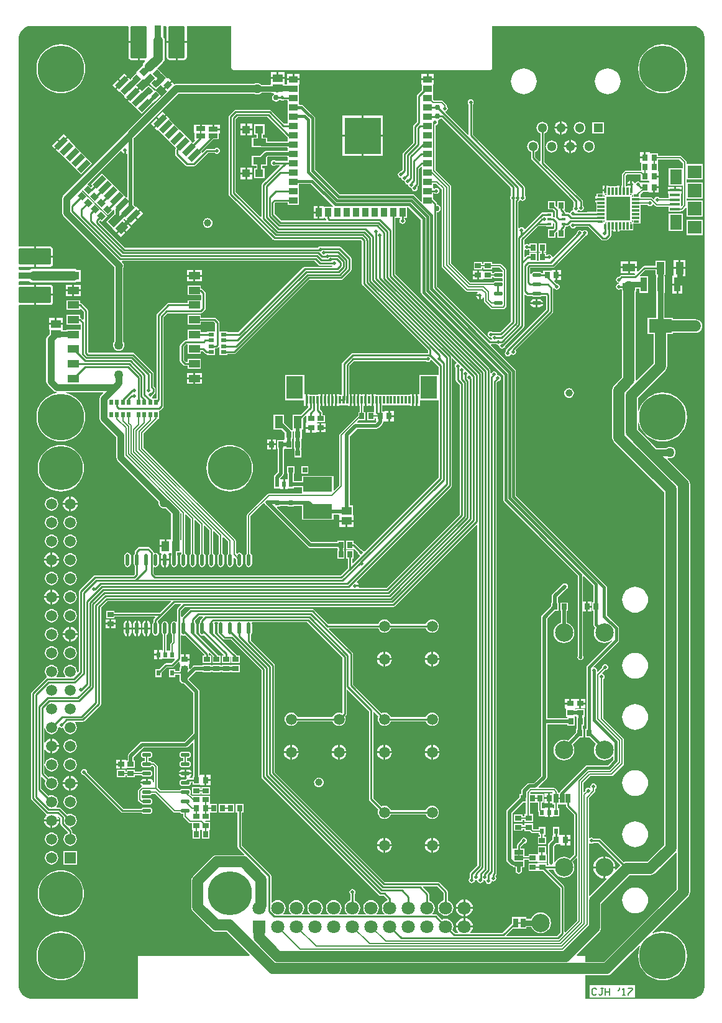
<source format=gtl>
G04 Layer_Physical_Order=1*
G04 Layer_Color=255*
%FSLAX25Y25*%
%MOIN*%
G70*
G01*
G75*
%ADD10R,0.03937X0.01181*%
%ADD11R,0.01181X0.03150*%
%ADD12R,0.01181X0.03937*%
%ADD13R,0.03150X0.01181*%
%ADD14R,0.12992X0.12992*%
%ADD15O,0.04921X0.02165*%
%ADD16R,0.01968X0.03150*%
%ADD17R,0.03150X0.01968*%
G04:AMPARAMS|DCode=18|XSize=35.43mil|YSize=31.5mil|CornerRadius=0mil|HoleSize=0mil|Usage=FLASHONLY|Rotation=135.000|XOffset=0mil|YOffset=0mil|HoleType=Round|Shape=Rectangle|*
%AMROTATEDRECTD18*
4,1,4,0.02366,-0.00139,0.00139,-0.02366,-0.02366,0.00139,-0.00139,0.02366,0.02366,-0.00139,0.0*
%
%ADD18ROTATEDRECTD18*%

%ADD19R,0.02500X0.05000*%
%ADD20R,0.05000X0.02500*%
G04:AMPARAMS|DCode=21|XSize=70.87mil|YSize=31.5mil|CornerRadius=0mil|HoleSize=0mil|Usage=FLASHONLY|Rotation=45.000|XOffset=0mil|YOffset=0mil|HoleType=Round|Shape=Rectangle|*
%AMROTATEDRECTD21*
4,1,4,-0.01392,-0.03619,-0.03619,-0.01392,0.01392,0.03619,0.03619,0.01392,-0.01392,-0.03619,0.0*
%
%ADD21ROTATEDRECTD21*%

%ADD22R,0.05905X0.03937*%
%ADD23R,0.04331X0.05512*%
%ADD24R,0.03150X0.03543*%
%ADD25R,0.04331X0.06693*%
%ADD26R,0.01181X0.04331*%
%ADD27R,0.09055X0.12205*%
%ADD28R,0.02756X0.03347*%
%ADD29O,0.02165X0.06496*%
%ADD30R,0.02165X0.03150*%
%ADD31R,0.15748X0.07874*%
%ADD32R,0.02559X0.02953*%
%ADD33R,0.03347X0.02756*%
%ADD34R,0.05512X0.04331*%
%ADD35R,0.03543X0.03150*%
G04:AMPARAMS|DCode=36|XSize=33.47mil|YSize=27.56mil|CornerRadius=0mil|HoleSize=0mil|Usage=FLASHONLY|Rotation=135.000|XOffset=0mil|YOffset=0mil|HoleType=Round|Shape=Rectangle|*
%AMROTATEDRECTD36*
4,1,4,0.02158,-0.00209,0.00209,-0.02158,-0.02158,0.00209,-0.00209,0.02158,0.02158,-0.00209,0.0*
%
%ADD36ROTATEDRECTD36*%

G04:AMPARAMS|DCode=37|XSize=33.47mil|YSize=27.56mil|CornerRadius=0mil|HoleSize=0mil|Usage=FLASHONLY|Rotation=45.000|XOffset=0mil|YOffset=0mil|HoleType=Round|Shape=Rectangle|*
%AMROTATEDRECTD37*
4,1,4,-0.00209,-0.02158,-0.02158,-0.00209,0.00209,0.02158,0.02158,0.00209,-0.00209,-0.02158,0.0*
%
%ADD37ROTATEDRECTD37*%

G04:AMPARAMS|DCode=38|XSize=34.65mil|YSize=26.38mil|CornerRadius=0mil|HoleSize=0mil|Usage=FLASHONLY|Rotation=225.000|XOffset=0mil|YOffset=0mil|HoleType=Round|Shape=Rectangle|*
%AMROTATEDRECTD38*
4,1,4,0.00292,0.02158,0.02158,0.00292,-0.00292,-0.02158,-0.02158,-0.00292,0.00292,0.02158,0.0*
%
%ADD38ROTATEDRECTD38*%

G04:AMPARAMS|DCode=39|XSize=34.65mil|YSize=30.32mil|CornerRadius=0mil|HoleSize=0mil|Usage=FLASHONLY|Rotation=135.000|XOffset=0mil|YOffset=0mil|HoleType=Round|Shape=Rectangle|*
%AMROTATEDRECTD39*
4,1,4,0.02297,-0.00153,0.00153,-0.02297,-0.02297,0.00153,-0.00153,0.02297,0.02297,-0.00153,0.0*
%
%ADD39ROTATEDRECTD39*%

G04:AMPARAMS|DCode=40|XSize=35.43mil|YSize=31.5mil|CornerRadius=0mil|HoleSize=0mil|Usage=FLASHONLY|Rotation=225.000|XOffset=0mil|YOffset=0mil|HoleType=Round|Shape=Rectangle|*
%AMROTATEDRECTD40*
4,1,4,0.00139,0.02366,0.02366,0.00139,-0.00139,-0.02366,-0.02366,-0.00139,0.00139,0.02366,0.0*
%
%ADD40ROTATEDRECTD40*%

G04:AMPARAMS|DCode=41|XSize=55.12mil|YSize=43.31mil|CornerRadius=0mil|HoleSize=0mil|Usage=FLASHONLY|Rotation=225.000|XOffset=0mil|YOffset=0mil|HoleType=Round|Shape=Rectangle|*
%AMROTATEDRECTD41*
4,1,4,0.00418,0.03480,0.03480,0.00418,-0.00418,-0.03480,-0.03480,-0.00418,0.00418,0.03480,0.0*
%
%ADD41ROTATEDRECTD41*%

%ADD42R,0.07480X0.07480*%
%ADD43R,0.07480X0.07087*%
%ADD44R,0.06299X0.08268*%
%ADD45R,0.05315X0.01575*%
%ADD46R,0.02677X0.03622*%
%ADD47R,0.03543X0.07677*%
%ADD48R,0.12402X0.07677*%
%ADD49R,0.06693X0.04331*%
%ADD50R,0.07087X0.03937*%
%ADD51C,0.03000*%
%ADD52R,0.04331X0.04331*%
%ADD53R,0.04724X0.03543*%
%ADD54R,0.03543X0.04724*%
%ADD55R,0.19685X0.19685*%
G04:AMPARAMS|DCode=56|XSize=35.43mil|YSize=157.48mil|CornerRadius=1.77mil|HoleSize=0mil|Usage=FLASHONLY|Rotation=180.000|XOffset=0mil|YOffset=0mil|HoleType=Round|Shape=RoundedRectangle|*
%AMROUNDEDRECTD56*
21,1,0.03543,0.15394,0,0,180.0*
21,1,0.03189,0.15748,0,0,180.0*
1,1,0.00354,-0.01595,0.07697*
1,1,0.00354,0.01595,0.07697*
1,1,0.00354,0.01595,-0.07697*
1,1,0.00354,-0.01595,-0.07697*
%
%ADD56ROUNDEDRECTD56*%
G04:AMPARAMS|DCode=57|XSize=35.43mil|YSize=157.48mil|CornerRadius=1.77mil|HoleSize=0mil|Usage=FLASHONLY|Rotation=270.000|XOffset=0mil|YOffset=0mil|HoleType=Round|Shape=RoundedRectangle|*
%AMROUNDEDRECTD57*
21,1,0.03543,0.15394,0,0,270.0*
21,1,0.03189,0.15748,0,0,270.0*
1,1,0.00354,-0.07697,-0.01595*
1,1,0.00354,-0.07697,0.01595*
1,1,0.00354,0.07697,0.01595*
1,1,0.00354,0.07697,-0.01595*
%
%ADD57ROUNDEDRECTD57*%
%ADD58R,0.02362X0.01378*%
%ADD59C,0.03937*%
%ADD60C,0.05000*%
%ADD61C,0.01000*%
%ADD62C,0.00800*%
%ADD63C,0.02000*%
%ADD64C,0.03000*%
%ADD65C,0.04000*%
%ADD66C,0.01500*%
%ADD67C,0.06000*%
%ADD68C,0.03500*%
%ADD69C,0.00700*%
%ADD70R,0.05118X0.05118*%
%ADD71C,0.05118*%
%ADD72C,0.09842*%
%ADD73R,0.07087X0.07087*%
%ADD74C,0.07087*%
%ADD75C,0.25000*%
%ADD76C,0.05905*%
%ADD77R,0.05905X0.05905*%
%ADD78C,0.23622*%
G04:AMPARAMS|DCode=79|XSize=86.61mil|YSize=173.23mil|CornerRadius=4.33mil|HoleSize=0mil|Usage=FLASHONLY|Rotation=180.000|XOffset=0mil|YOffset=0mil|HoleType=Round|Shape=RoundedRectangle|*
%AMROUNDEDRECTD79*
21,1,0.08661,0.16457,0,0,180.0*
21,1,0.07795,0.17323,0,0,180.0*
1,1,0.00866,-0.03898,0.08228*
1,1,0.00866,0.03898,0.08228*
1,1,0.00866,0.03898,-0.08228*
1,1,0.00866,-0.03898,-0.08228*
%
%ADD79ROUNDEDRECTD79*%
G04:AMPARAMS|DCode=80|XSize=86.61mil|YSize=173.23mil|CornerRadius=4.33mil|HoleSize=0mil|Usage=FLASHONLY|Rotation=270.000|XOffset=0mil|YOffset=0mil|HoleType=Round|Shape=RoundedRectangle|*
%AMROUNDEDRECTD80*
21,1,0.08661,0.16457,0,0,270.0*
21,1,0.07795,0.17323,0,0,270.0*
1,1,0.00866,-0.08228,-0.03898*
1,1,0.00866,-0.08228,0.03898*
1,1,0.00866,0.08228,0.03898*
1,1,0.00866,0.08228,-0.03898*
%
%ADD80ROUNDEDRECTD80*%
%ADD81C,0.02000*%
%ADD82C,0.03500*%
%ADD83C,0.05000*%
G36*
X172253Y187544D02*
Y185282D01*
X172210Y184799D01*
X171753Y184799D01*
X164711D01*
Y175332D01*
X172210Y175332D01*
X172253Y174849D01*
Y164998D01*
X171688Y164433D01*
X171226Y164624D01*
Y166473D01*
Y171192D01*
X171626D01*
Y172479D01*
X167969D01*
X164311D01*
Y171192D01*
X164711D01*
Y168880D01*
X159759D01*
X159690Y168984D01*
X159161Y169338D01*
X158536Y169462D01*
X157912Y169338D01*
X157383Y168984D01*
X157029Y168455D01*
X157013Y168373D01*
X156534Y168228D01*
X156011Y168751D01*
X155680Y168972D01*
X155290Y169050D01*
X149435D01*
Y170645D01*
X150977Y172187D01*
X154012Y172187D01*
X154253Y171787D01*
X154323Y171787D01*
X154323Y171787D01*
X156328D01*
Y174559D01*
X156828D01*
Y175059D01*
X159403D01*
Y177053D01*
X159403Y177553D01*
X159403Y177830D01*
Y179825D01*
X156828D01*
Y180825D01*
X159403D01*
Y183097D01*
X158904D01*
Y187808D01*
X158904Y187808D01*
X159003Y188098D01*
X159003D01*
X159003Y188268D01*
Y189450D01*
X170348D01*
X172253Y187544D01*
D02*
G37*
G36*
X145686Y155629D02*
X144898Y156416D01*
Y156810D01*
X145686D01*
Y155629D01*
D02*
G37*
G36*
X138927Y-189478D02*
X136344Y-192061D01*
X135951Y-191746D01*
X136008Y-191169D01*
X130608D01*
Y-196570D01*
X131184Y-196513D01*
X131499Y-196905D01*
X122313Y-206092D01*
X121813Y-205969D01*
Y-177895D01*
X122313Y-177629D01*
X122621Y-177835D01*
X123246Y-177959D01*
X123870Y-177835D01*
X124399Y-177481D01*
X124420Y-177449D01*
X126898D01*
X138927Y-189478D01*
D02*
G37*
G36*
X-15431Y164523D02*
X-15504Y164023D01*
X-15761D01*
Y164023D01*
X-20353D01*
Y164423D01*
X-22624D01*
Y161060D01*
Y157698D01*
X-20353D01*
Y158098D01*
X-19626D01*
X-19254Y157824D01*
X-19168Y157395D01*
X-18986Y157122D01*
X-19143Y156622D01*
X-43231D01*
X-46810Y160200D01*
Y165971D01*
X-46343Y166439D01*
X-39587D01*
Y165189D01*
X-33662D01*
Y169932D01*
X-33662D01*
Y170189D01*
X-33662D01*
Y174932D01*
X-33662D01*
Y175189D01*
X-33662D01*
Y176364D01*
X-27272D01*
X-15431Y164523D01*
D02*
G37*
G36*
X131316Y155038D02*
X130135D01*
X130922Y155825D01*
X131316D01*
Y155038D01*
D02*
G37*
G36*
X31750Y157212D02*
Y118165D01*
X31855Y117638D01*
X32153Y117192D01*
X75796Y73549D01*
Y6767D01*
X75901Y6240D01*
X76200Y5794D01*
X116005Y-34012D01*
Y-76955D01*
X115858Y-77175D01*
X115734Y-77799D01*
X115858Y-78423D01*
X116212Y-78952D01*
X116741Y-79306D01*
X117366Y-79430D01*
X117990Y-79306D01*
X118519Y-78952D01*
X118873Y-78423D01*
X118997Y-77799D01*
X118873Y-77175D01*
X118758Y-77003D01*
Y-53339D01*
X120295D01*
Y-50666D01*
Y-47993D01*
X118758D01*
Y-34448D01*
X119220Y-34257D01*
X124266Y-39303D01*
Y-48393D01*
X123738D01*
Y-52939D01*
X124266D01*
Y-60220D01*
X124370Y-60746D01*
X124669Y-61193D01*
X125325Y-61849D01*
X125285Y-61901D01*
X124729Y-63244D01*
X124539Y-64685D01*
X124729Y-66127D01*
X125285Y-67470D01*
X126170Y-68623D01*
X127323Y-69508D01*
X128666Y-70064D01*
X130108Y-70254D01*
X131549Y-70064D01*
X132892Y-69508D01*
X134006Y-68654D01*
X134336Y-69030D01*
X120962Y-82404D01*
X120664Y-82851D01*
X120559Y-83377D01*
Y-116336D01*
X119957D01*
Y-120882D01*
X122262D01*
X125714Y-124334D01*
X125285Y-124893D01*
X124729Y-126236D01*
X124539Y-127677D01*
X124729Y-129119D01*
X125285Y-130462D01*
X126170Y-131615D01*
X127323Y-132500D01*
X128666Y-133056D01*
X130108Y-133246D01*
X131549Y-133056D01*
X132892Y-132500D01*
X134045Y-131615D01*
X134502Y-131019D01*
X135002Y-131189D01*
Y-132850D01*
X131877Y-135975D01*
X120896D01*
X120370Y-136080D01*
X119923Y-136378D01*
X119923Y-136378D01*
X106450Y-149851D01*
X106152Y-150297D01*
X106080Y-150659D01*
X105250D01*
Y-150177D01*
X105173Y-149787D01*
X104952Y-149456D01*
X103856Y-148360D01*
X103525Y-148139D01*
X103135Y-148061D01*
X95004D01*
X94813Y-147599D01*
X99031Y-143381D01*
X99385Y-142852D01*
X99509Y-142228D01*
Y-113881D01*
X110353D01*
Y-114522D01*
X114309D01*
Y-110245D01*
X114309Y-109976D01*
X114263Y-109789D01*
X114397Y-109591D01*
X114880Y-109634D01*
X114948Y-109667D01*
X115275Y-109976D01*
Y-114522D01*
X115383D01*
Y-116336D01*
X115036D01*
Y-118280D01*
X110689Y-122627D01*
X109895Y-122298D01*
X108454Y-122108D01*
X107013Y-122298D01*
X105670Y-122854D01*
X104516Y-123739D01*
X103631Y-124893D01*
X103075Y-126236D01*
X102885Y-127677D01*
X103075Y-129119D01*
X103631Y-130462D01*
X104516Y-131615D01*
X105670Y-132500D01*
X107013Y-133056D01*
X108454Y-133246D01*
X109895Y-133056D01*
X111239Y-132500D01*
X112392Y-131615D01*
X113277Y-130462D01*
X113833Y-129119D01*
X114023Y-127677D01*
X113833Y-126236D01*
X113277Y-124893D01*
X113173Y-124758D01*
X117048Y-120882D01*
X118992D01*
Y-116336D01*
X118646D01*
Y-114522D01*
X119230D01*
Y-109976D01*
X119443Y-109636D01*
X119443D01*
Y-105680D01*
X114897D01*
Y-105680D01*
X114472Y-105843D01*
X114531Y-105311D01*
X114598Y-105270D01*
X115063Y-105114D01*
X116670D01*
Y-102736D01*
Y-100358D01*
X114598D01*
Y-100120D01*
X112327D01*
Y-102695D01*
X111827D01*
Y-103195D01*
X109055D01*
Y-105200D01*
X109055Y-105200D01*
Y-105270D01*
X109455Y-105511D01*
X109455Y-105770D01*
Y-109791D01*
X109930D01*
X110105Y-109867D01*
X110183Y-110435D01*
X110000Y-110618D01*
X99509D01*
Y-57131D01*
X103626Y-53014D01*
X105570D01*
Y-48468D01*
X105223D01*
Y-45712D01*
X109564Y-41371D01*
X109628Y-41358D01*
X110157Y-41004D01*
X110511Y-40475D01*
X110635Y-39851D01*
X110511Y-39227D01*
X110157Y-38697D01*
X109628Y-38344D01*
X109004Y-38220D01*
X108777D01*
X108152Y-38344D01*
X107623Y-38697D01*
X102438Y-43882D01*
X102085Y-44412D01*
X101960Y-45036D01*
Y-48468D01*
X101614D01*
Y-50412D01*
X96724Y-55302D01*
X96371Y-55831D01*
X96246Y-56455D01*
Y-112249D01*
Y-141552D01*
X92349Y-145450D01*
X89790D01*
X89166Y-145574D01*
X88637Y-145927D01*
X85958Y-148606D01*
X85605Y-149135D01*
X85481Y-149759D01*
Y-151263D01*
X84591D01*
Y-153208D01*
X78032Y-159766D01*
X77679Y-160295D01*
X77555Y-160919D01*
Y-186556D01*
X77679Y-187180D01*
X78032Y-187709D01*
X79968Y-189645D01*
X80497Y-189998D01*
X81122Y-190123D01*
X81185D01*
Y-190691D01*
X82653D01*
Y-192285D01*
X82608Y-192511D01*
X82732Y-193135D01*
X83086Y-193665D01*
X83615Y-194018D01*
X84240Y-194142D01*
X84864Y-194018D01*
X85393Y-193665D01*
X85438Y-193620D01*
X85792Y-193090D01*
X85916Y-192466D01*
Y-190691D01*
X87384D01*
Y-186604D01*
X89472D01*
Y-187563D01*
X93932D01*
X94019Y-187563D01*
X94432Y-187771D01*
Y-187789D01*
X99176D01*
Y-183440D01*
X99176D01*
X99024Y-183302D01*
Y-179347D01*
X94477D01*
Y-183302D01*
X94477D01*
X94432Y-183440D01*
X94002Y-183607D01*
X93932Y-183607D01*
X89472D01*
Y-184565D01*
X87384D01*
Y-180591D01*
X85406D01*
Y-179531D01*
X86985Y-177952D01*
X87023Y-177959D01*
X87647Y-177835D01*
X88177Y-177481D01*
X88530Y-176952D01*
X88654Y-176328D01*
X88530Y-175703D01*
X88177Y-175174D01*
X87647Y-174820D01*
X87023Y-174696D01*
X86399Y-174820D01*
X85869Y-175174D01*
X85516Y-175703D01*
X85392Y-176328D01*
X85399Y-176365D01*
X83491Y-178273D01*
X83248Y-178637D01*
X83163Y-179066D01*
X83163Y-179066D01*
Y-180591D01*
X81185D01*
X80817Y-180270D01*
Y-161595D01*
X86603Y-155810D01*
X88092D01*
Y-162018D01*
X87119D01*
Y-163173D01*
X86264D01*
Y-162214D01*
X81717D01*
Y-166170D01*
X86264D01*
Y-165212D01*
X87119D01*
Y-166367D01*
X91862D01*
Y-162018D01*
X90132D01*
Y-155810D01*
X93468D01*
X93531Y-155838D01*
Y-155838D01*
X94461D01*
Y-159863D01*
X94538Y-160253D01*
X94759Y-160584D01*
X95068Y-160892D01*
Y-163308D01*
X98408D01*
Y-163708D01*
X99991D01*
Y-161133D01*
Y-158558D01*
X98408D01*
Y-158958D01*
X96500D01*
Y-155838D01*
X97487D01*
Y-151292D01*
X93531D01*
X93468Y-151263D01*
Y-151263D01*
X90585D01*
X90378Y-150763D01*
X91041Y-150101D01*
X102253D01*
X102315Y-150193D01*
X102382Y-150565D01*
X102192Y-150892D01*
X100930D01*
Y-153565D01*
Y-156238D01*
X102399D01*
Y-156859D01*
X103211D01*
Y-158958D01*
X102573D01*
Y-158558D01*
X100991D01*
Y-161133D01*
Y-163708D01*
X102573D01*
Y-163308D01*
X105913D01*
Y-158958D01*
X105250D01*
Y-156859D01*
X109528D01*
Y-157499D01*
X109528Y-157499D01*
X109613Y-157929D01*
X109856Y-158292D01*
X113893Y-162329D01*
Y-183645D01*
X111494Y-186043D01*
X111239Y-185847D01*
X109895Y-185290D01*
X108454Y-185100D01*
X107013Y-185290D01*
X105670Y-185847D01*
X104516Y-186732D01*
X103681Y-187820D01*
X103446Y-187802D01*
X103181Y-187682D01*
Y-179523D01*
X104301Y-178403D01*
X106471Y-178403D01*
X106712Y-178803D01*
X106782Y-178803D01*
X106782Y-178803D01*
X108787D01*
Y-176031D01*
Y-173260D01*
X106782D01*
X106782Y-173260D01*
X106712D01*
X106650Y-173362D01*
X106392Y-173399D01*
X105913Y-172985D01*
Y-168998D01*
X102548D01*
Y-173347D01*
X102191Y-173660D01*
X102191D01*
Y-175899D01*
X100396Y-177694D01*
X100042Y-178223D01*
X99918Y-178848D01*
Y-188170D01*
X100042Y-188794D01*
X100212Y-189048D01*
X99945Y-189548D01*
X99176D01*
Y-188361D01*
X94450D01*
X94432Y-188361D01*
Y-188361D01*
X94019Y-188528D01*
X94019Y-188528D01*
X89472D01*
Y-192484D01*
X94019D01*
X94432Y-192693D01*
Y-192710D01*
X97393D01*
X106502Y-201820D01*
Y-225854D01*
X104712Y-227644D01*
X77637D01*
X77446Y-227182D01*
X81055Y-223572D01*
X84419D01*
Y-223572D01*
X84719D01*
Y-223572D01*
X88419D01*
Y-222614D01*
X90875D01*
X91142Y-223257D01*
X92027Y-224410D01*
X93180Y-225295D01*
X94523Y-225852D01*
X95964Y-226041D01*
X97406Y-225852D01*
X98749Y-225295D01*
X99902Y-224410D01*
X100787Y-223257D01*
X101344Y-221914D01*
X101533Y-220472D01*
X101344Y-219031D01*
X100787Y-217688D01*
X99902Y-216535D01*
X98749Y-215650D01*
X97406Y-215093D01*
X95964Y-214903D01*
X94523Y-215093D01*
X93180Y-215650D01*
X92027Y-216535D01*
X91142Y-217688D01*
X90875Y-218331D01*
X88419D01*
Y-217372D01*
X84719D01*
Y-217372D01*
X84419D01*
Y-217372D01*
X80719D01*
Y-220736D01*
X75492Y-225963D01*
X58655D01*
X58408Y-225463D01*
X58969Y-224732D01*
X59426Y-223627D01*
X59517Y-222941D01*
X50483D01*
X50574Y-223627D01*
X51031Y-224732D01*
X51592Y-225463D01*
X51345Y-225963D01*
X50108D01*
X48636Y-224490D01*
X49037Y-223523D01*
X49179Y-222441D01*
X49037Y-221359D01*
X48619Y-220351D01*
X47955Y-219486D01*
X47089Y-218822D01*
X46082Y-218404D01*
X45000Y-218262D01*
X43918Y-218404D01*
X42950Y-218805D01*
X40436Y-216291D01*
X40073Y-216048D01*
X39643Y-215963D01*
X39643Y-215963D01*
X37994D01*
X37833Y-215489D01*
X37955Y-215396D01*
X38619Y-214530D01*
X39037Y-213523D01*
X39179Y-212441D01*
X39037Y-211359D01*
X38619Y-210351D01*
X37955Y-209486D01*
X37089Y-208822D01*
X36122Y-208421D01*
Y-205101D01*
X36122Y-205101D01*
X36036Y-204672D01*
X35793Y-204308D01*
X35793Y-204308D01*
X32820Y-201336D01*
X33012Y-200874D01*
X40433D01*
X43878Y-204319D01*
Y-208421D01*
X42911Y-208822D01*
X42045Y-209486D01*
X41381Y-210351D01*
X40963Y-211359D01*
X40821Y-212441D01*
X40963Y-213523D01*
X41381Y-214530D01*
X42045Y-215396D01*
X42911Y-216060D01*
X43918Y-216478D01*
X45000Y-216620D01*
X46082Y-216478D01*
X47089Y-216060D01*
X47955Y-215396D01*
X48619Y-214530D01*
X49037Y-213523D01*
X49179Y-212441D01*
X49037Y-211359D01*
X48619Y-210351D01*
X47955Y-209486D01*
X47089Y-208822D01*
X46122Y-208421D01*
Y-203855D01*
X46122Y-203855D01*
X46036Y-203426D01*
X45793Y-203062D01*
X45793Y-203062D01*
X41690Y-198959D01*
X41327Y-198716D01*
X40897Y-198631D01*
X40897Y-198631D01*
X12383D01*
X-46758Y-139489D01*
Y-82158D01*
X-46758Y-82158D01*
X-46843Y-81729D01*
X-47087Y-81365D01*
X-47087Y-81365D01*
X-59484Y-68968D01*
Y-65806D01*
X-59392Y-65745D01*
X-59020Y-65189D01*
X-58890Y-64532D01*
Y-60201D01*
X-59020Y-59545D01*
X-59058Y-59487D01*
X-58791Y-58987D01*
X-29307D01*
X-10353Y-77941D01*
Y-107559D01*
X-10777Y-107888D01*
X-11277Y-107680D01*
X-12205Y-107558D01*
X-13132Y-107680D01*
X-13996Y-108038D01*
X-14739Y-108608D01*
X-15308Y-109350D01*
X-15586Y-110020D01*
X-34414D01*
X-34692Y-109350D01*
X-35261Y-108608D01*
X-36004Y-108038D01*
X-36868Y-107680D01*
X-37795Y-107558D01*
X-38723Y-107680D01*
X-39587Y-108038D01*
X-40329Y-108608D01*
X-40898Y-109350D01*
X-41256Y-110214D01*
X-41379Y-111142D01*
X-41256Y-112069D01*
X-40898Y-112933D01*
X-40329Y-113676D01*
X-39587Y-114245D01*
X-38723Y-114603D01*
X-37795Y-114725D01*
X-36868Y-114603D01*
X-36004Y-114245D01*
X-35261Y-113676D01*
X-34692Y-112933D01*
X-34414Y-112263D01*
X-15586D01*
X-15308Y-112933D01*
X-14739Y-113676D01*
X-13996Y-114245D01*
X-13132Y-114603D01*
X-12205Y-114725D01*
X-11277Y-114603D01*
X-10413Y-114245D01*
X-9671Y-113676D01*
X-9101Y-112933D01*
X-8743Y-112069D01*
X-8621Y-111142D01*
X-8743Y-110214D01*
X-9021Y-109544D01*
X-8438Y-108962D01*
X-8438Y-108962D01*
X-8195Y-108598D01*
X-8110Y-108168D01*
Y-95381D01*
X-7648Y-95189D01*
X3953Y-106790D01*
Y-154012D01*
X3953Y-154012D01*
X4039Y-154441D01*
X4282Y-154805D01*
X9021Y-159544D01*
X8743Y-160214D01*
X8621Y-161142D01*
X8743Y-162069D01*
X9102Y-162933D01*
X9671Y-163676D01*
X10413Y-164245D01*
X11277Y-164603D01*
X12205Y-164725D01*
X13132Y-164603D01*
X13996Y-164245D01*
X14739Y-163676D01*
X15308Y-162933D01*
X15586Y-162263D01*
X34414D01*
X34692Y-162933D01*
X35261Y-163676D01*
X36004Y-164245D01*
X36868Y-164603D01*
X37795Y-164725D01*
X38723Y-164603D01*
X39587Y-164245D01*
X40329Y-163676D01*
X40899Y-162933D01*
X41257Y-162069D01*
X41379Y-161142D01*
X41257Y-160214D01*
X40899Y-159350D01*
X40329Y-158608D01*
X39587Y-158038D01*
X38723Y-157680D01*
X37795Y-157558D01*
X36868Y-157680D01*
X36004Y-158038D01*
X35261Y-158608D01*
X34692Y-159350D01*
X34414Y-160020D01*
X15586D01*
X15308Y-159350D01*
X14739Y-158608D01*
X13996Y-158038D01*
X13132Y-157680D01*
X12205Y-157558D01*
X11277Y-157680D01*
X10607Y-157958D01*
X6196Y-153547D01*
Y-107373D01*
X6658Y-107181D01*
X9021Y-109544D01*
X8743Y-110214D01*
X8621Y-111142D01*
X8743Y-112069D01*
X9102Y-112933D01*
X9671Y-113676D01*
X10413Y-114245D01*
X11277Y-114603D01*
X12205Y-114725D01*
X13132Y-114603D01*
X13996Y-114245D01*
X14739Y-113676D01*
X15308Y-112933D01*
X15586Y-112263D01*
X34414D01*
X34692Y-112933D01*
X35261Y-113676D01*
X36004Y-114245D01*
X36868Y-114603D01*
X37795Y-114725D01*
X38723Y-114603D01*
X39587Y-114245D01*
X40329Y-113676D01*
X40899Y-112933D01*
X41257Y-112069D01*
X41379Y-111142D01*
X41257Y-110214D01*
X40899Y-109350D01*
X40329Y-108608D01*
X39587Y-108038D01*
X38723Y-107680D01*
X37795Y-107558D01*
X36868Y-107680D01*
X36004Y-108038D01*
X35261Y-108608D01*
X34692Y-109350D01*
X34414Y-110020D01*
X15586D01*
X15308Y-109350D01*
X14739Y-108608D01*
X13996Y-108038D01*
X13132Y-107680D01*
X12205Y-107558D01*
X11277Y-107680D01*
X10607Y-107958D01*
X-4762Y-92589D01*
Y-76090D01*
X-4762Y-76090D01*
X-4848Y-75661D01*
X-5091Y-75297D01*
X-17662Y-62725D01*
X-17471Y-62263D01*
X8824D01*
X9102Y-62933D01*
X9671Y-63676D01*
X10413Y-64245D01*
X11277Y-64603D01*
X12205Y-64725D01*
X13132Y-64603D01*
X13996Y-64245D01*
X14739Y-63676D01*
X15308Y-62933D01*
X15586Y-62263D01*
X34414D01*
X34692Y-62933D01*
X35261Y-63676D01*
X36004Y-64245D01*
X36868Y-64603D01*
X37795Y-64725D01*
X38723Y-64603D01*
X39587Y-64245D01*
X40329Y-63676D01*
X40899Y-62933D01*
X41257Y-62069D01*
X41379Y-61142D01*
X41257Y-60214D01*
X40899Y-59350D01*
X40329Y-58608D01*
X39587Y-58038D01*
X38723Y-57680D01*
X37795Y-57558D01*
X36868Y-57680D01*
X36004Y-58038D01*
X35261Y-58608D01*
X34692Y-59350D01*
X34414Y-60020D01*
X15586D01*
X15308Y-59350D01*
X14739Y-58608D01*
X13996Y-58038D01*
X13132Y-57680D01*
X12205Y-57558D01*
X11277Y-57680D01*
X10413Y-58038D01*
X9671Y-58608D01*
X9102Y-59350D01*
X8824Y-60020D01*
X-18028D01*
X-25776Y-52273D01*
X-26140Y-52030D01*
X-26569Y-51944D01*
X-26569Y-51944D01*
X-91740D01*
X-92170Y-52030D01*
X-92533Y-52273D01*
X-92533Y-52273D01*
X-96398Y-56138D01*
X-96432Y-56189D01*
X-96932Y-56037D01*
Y-52807D01*
X-94956Y-50831D01*
X16899D01*
X16899Y-50831D01*
X17328Y-50745D01*
X17692Y-50502D01*
X61568Y-6626D01*
X62030Y-6818D01*
Y-189494D01*
X58207Y-193316D01*
X57964Y-193680D01*
X57878Y-194109D01*
X57878Y-194109D01*
Y-196325D01*
X57846Y-196346D01*
X57493Y-196876D01*
X57369Y-197500D01*
X57493Y-198124D01*
X57846Y-198653D01*
X58376Y-199007D01*
X59000Y-199131D01*
X59624Y-199007D01*
X60154Y-198653D01*
X60507Y-198124D01*
X60627Y-197520D01*
X61107Y-197521D01*
X61268Y-197554D01*
X61510Y-197505D01*
X61919Y-197501D01*
X62054Y-197868D01*
X62105Y-198125D01*
X62458Y-198654D01*
X62988Y-199008D01*
X63612Y-199132D01*
X64236Y-199008D01*
X64766Y-198654D01*
X65119Y-198125D01*
X65152Y-197960D01*
X65332Y-197525D01*
X65930Y-197644D01*
X66072Y-197692D01*
X66370Y-197991D01*
X66369Y-198000D01*
X66493Y-198624D01*
X66847Y-199153D01*
X67376Y-199507D01*
X68000Y-199631D01*
X68624Y-199507D01*
X69153Y-199153D01*
X69507Y-198624D01*
X69553Y-198393D01*
X69861Y-198025D01*
X70092Y-198050D01*
X70500Y-198131D01*
X71124Y-198007D01*
X71653Y-197653D01*
X72007Y-197124D01*
X72131Y-196500D01*
X72007Y-195876D01*
X71653Y-195346D01*
X71878Y-194905D01*
X71944Y-194839D01*
X71944Y-194839D01*
X72187Y-194475D01*
X72273Y-194046D01*
X72273Y-194046D01*
Y69687D01*
X72962Y70376D01*
X73000Y70369D01*
X73624Y70493D01*
X74154Y70846D01*
X74507Y71376D01*
X74631Y72000D01*
X74507Y72624D01*
X74154Y73154D01*
X73624Y73507D01*
X73065Y73618D01*
X72897Y73712D01*
X72712Y73897D01*
X72618Y74065D01*
X72507Y74624D01*
X72154Y75153D01*
X71624Y75507D01*
X71000Y75631D01*
X70376Y75507D01*
X69846Y75153D01*
X69573Y74744D01*
X69073Y74880D01*
Y76427D01*
X69073Y76427D01*
X68987Y76856D01*
X68744Y77220D01*
X68744Y77220D01*
X17989Y127975D01*
Y158098D01*
X19239D01*
Y158098D01*
X19496D01*
Y158098D01*
X20746D01*
Y157596D01*
X20714Y157575D01*
X20361Y157046D01*
X20236Y156421D01*
X20361Y155797D01*
X20714Y155268D01*
X21244Y154914D01*
X21868Y154790D01*
X22492Y154914D01*
X23021Y155268D01*
X23375Y155797D01*
X23499Y156421D01*
X23375Y157046D01*
X23021Y157575D01*
X22989Y157596D01*
Y158098D01*
X24239D01*
Y163887D01*
X25075D01*
X31750Y157212D01*
D02*
G37*
G36*
X130331Y156416D02*
X129544Y155629D01*
Y156810D01*
X130331D01*
Y156416D01*
D02*
G37*
G36*
X145095Y155038D02*
X143914D01*
Y155825D01*
X144308D01*
X145095Y155038D01*
D02*
G37*
G36*
X80021Y174160D02*
Y170041D01*
X79985Y170017D01*
X79631Y169488D01*
X79507Y168864D01*
X79631Y168239D01*
X79985Y167710D01*
X80021Y167686D01*
Y102533D01*
X74288Y96801D01*
X70209D01*
X69828Y97055D01*
X69204Y97179D01*
X68580Y97055D01*
X68050Y96701D01*
X67697Y96172D01*
X67572Y95548D01*
X67697Y94924D01*
X68050Y94394D01*
X68580Y94041D01*
X69204Y93916D01*
X69313Y93938D01*
X69752Y93579D01*
X69847Y93101D01*
X69557Y92601D01*
X68902D01*
X40298Y121205D01*
Y161030D01*
X40947Y161160D01*
X41642Y161624D01*
X42106Y162318D01*
X42269Y163138D01*
X42106Y163957D01*
X41642Y164652D01*
X40947Y165116D01*
X40298Y165245D01*
Y165777D01*
X40298Y165777D01*
X40213Y166207D01*
X39970Y166570D01*
X39970Y166570D01*
X38338Y168202D01*
X38338Y170060D01*
X38338Y170432D01*
Y171439D01*
X38837D01*
X38858Y171407D01*
X39387Y171053D01*
X40012Y170929D01*
X40636Y171053D01*
X41165Y171407D01*
X41519Y171936D01*
X41643Y172560D01*
X41519Y173185D01*
X41165Y173714D01*
X40636Y174068D01*
X40012Y174192D01*
X39387Y174068D01*
X38858Y173714D01*
X38420Y173954D01*
X38338Y174036D01*
X38338Y175060D01*
X38338Y175432D01*
Y176541D01*
X40001D01*
X43002Y173541D01*
Y132218D01*
X43079Y131827D01*
X43300Y131497D01*
X55980Y118817D01*
X56311Y118596D01*
X56701Y118518D01*
X61990D01*
X62142Y118018D01*
X61917Y117868D01*
X61475Y117206D01*
X61419Y116926D01*
X63359D01*
Y116426D01*
X63859D01*
Y114486D01*
X64139Y114542D01*
X64801Y114984D01*
X65027Y115323D01*
X65527Y115171D01*
Y113513D01*
X65605Y113122D01*
X65826Y112792D01*
X69191Y109427D01*
X69522Y109206D01*
X69912Y109128D01*
X75836D01*
X76227Y109206D01*
X76557Y109427D01*
X77311Y110180D01*
X77531Y110511D01*
X77609Y110901D01*
Y130104D01*
X77531Y130494D01*
X77311Y130825D01*
X75133Y133003D01*
X74802Y133224D01*
X74412Y133301D01*
X69791D01*
Y134260D01*
X65245D01*
Y133301D01*
X64689D01*
Y134260D01*
X60143D01*
Y130304D01*
X64689D01*
Y131262D01*
X65245D01*
Y130304D01*
X69791D01*
Y131262D01*
X73989D01*
X75570Y129682D01*
Y129207D01*
X75070Y128941D01*
X74507Y129053D01*
X71751D01*
X71094Y128923D01*
X70538Y128551D01*
X70424Y128380D01*
X69791D01*
Y129338D01*
X65331Y129338D01*
X65089Y129738D01*
X65003Y129738D01*
X65003Y129738D01*
X62916D01*
Y127360D01*
Y124982D01*
X65003D01*
X65003Y124982D01*
X65089D01*
X65331Y125382D01*
X65589Y125382D01*
X69791D01*
Y126341D01*
X70393D01*
X70538Y126124D01*
X71094Y125752D01*
X71751Y125622D01*
X74507D01*
X75070Y125734D01*
X75570Y125469D01*
Y124206D01*
X75070Y123941D01*
X74507Y124053D01*
X71751D01*
X71094Y123923D01*
X70538Y123551D01*
X70408Y123357D01*
X58284D01*
X47880Y133760D01*
Y175139D01*
X47803Y175529D01*
X47582Y175860D01*
X42327Y181114D01*
X42323Y181121D01*
X39757Y183687D01*
Y207704D01*
X39971Y207746D01*
X40500Y208100D01*
X40854Y208629D01*
X40978Y209253D01*
X40854Y209878D01*
X40767Y210007D01*
X40997Y210562D01*
X41348Y210632D01*
X42042Y211096D01*
X42235Y211385D01*
X42762Y211419D01*
X80021Y174160D01*
D02*
G37*
G36*
X144308Y170392D02*
X143914D01*
Y171180D01*
X145095D01*
X144308Y170392D01*
D02*
G37*
G36*
X149732Y181058D02*
Y177953D01*
X154011D01*
X154253Y177524D01*
X154253Y177330D01*
X154012Y176930D01*
X153753Y176930D01*
X149732D01*
X149327Y177159D01*
X148820Y177497D01*
X148196Y177621D01*
X147571Y177497D01*
X147042Y177144D01*
X146882Y176904D01*
X146722Y176881D01*
X146309Y176947D01*
X145945Y177492D01*
X145283Y177934D01*
X145003Y177990D01*
Y176050D01*
X144503D01*
Y175550D01*
X142563D01*
X142587Y175429D01*
X142291Y174929D01*
X141587D01*
Y180770D01*
X142118Y181300D01*
X149489D01*
X149732Y181058D01*
D02*
G37*
G36*
X-126477Y192526D02*
X-126298Y192562D01*
X-125798Y192293D01*
Y169130D01*
X-126260Y168939D01*
X-130145Y172824D01*
X-130145Y172824D01*
X-133193Y175872D01*
X-136269Y178948D01*
X-139331Y182010D01*
X-145191Y176151D01*
X-144446Y175406D01*
X-145290Y174562D01*
X-146929Y176200D01*
X-146810Y176651D01*
X-129388Y194074D01*
X-128909Y193929D01*
X-128861Y193686D01*
X-128419Y193024D01*
X-127758Y192582D01*
X-127477Y192526D01*
Y194466D01*
X-126477D01*
Y192526D01*
D02*
G37*
G36*
X-40109Y201767D02*
X-39745Y201524D01*
X-39587Y201493D01*
X-39587Y200060D01*
X-39587Y199545D01*
X-39940Y199192D01*
X-50696D01*
Y201195D01*
X-53209D01*
Y202737D01*
X-52177D01*
Y208267D01*
X-57707D01*
Y202737D01*
X-56471D01*
Y201195D01*
X-58983D01*
Y196057D01*
X-54405D01*
X-54399Y196053D01*
X-53774Y195929D01*
X-39940D01*
X-39587Y195575D01*
X-39587Y195060D01*
X-39587Y194545D01*
X-39940Y194192D01*
X-51063D01*
X-51687Y194068D01*
X-52217Y193714D01*
X-54578Y191352D01*
X-58983D01*
Y186215D01*
X-56573D01*
Y184805D01*
X-57707D01*
Y179274D01*
X-52176D01*
Y184805D01*
X-53311D01*
Y186215D01*
X-50696D01*
Y190620D01*
X-50387Y190929D01*
X-39940D01*
X-39587Y190576D01*
X-39587Y190060D01*
X-39587Y189689D01*
Y188682D01*
X-40876D01*
X-40876Y188682D01*
X-40876Y188682D01*
X-46063D01*
X-46084Y188714D01*
X-46614Y189068D01*
X-47238Y189192D01*
X-47862Y189068D01*
X-48391Y188714D01*
X-48745Y188185D01*
X-48869Y187560D01*
X-48745Y186936D01*
X-48391Y186407D01*
X-47862Y186053D01*
X-47238Y185929D01*
X-46614Y186053D01*
X-46084Y186407D01*
X-46063Y186439D01*
X-44237D01*
X-44046Y185977D01*
X-53529Y176494D01*
X-53772Y176130D01*
X-53857Y175701D01*
X-53857Y175701D01*
Y158850D01*
X-54319Y158658D01*
X-67660Y172000D01*
Y211154D01*
X-66559Y212256D01*
X-50598D01*
X-40109Y201767D01*
D02*
G37*
G36*
X130331Y169802D02*
Y169408D01*
X129544D01*
Y170589D01*
X130331Y169802D01*
D02*
G37*
G36*
X131316Y170392D02*
X130922D01*
X130135Y171180D01*
X131316D01*
Y170392D01*
D02*
G37*
G36*
X145686Y169408D02*
X144898Y169408D01*
Y169802D01*
X145686Y170589D01*
X145686Y169408D01*
D02*
G37*
G36*
X115495Y-185868D02*
Y-219231D01*
X109207Y-225519D01*
X108745Y-225327D01*
Y-201355D01*
X108745Y-201355D01*
X108660Y-200926D01*
X108416Y-200562D01*
X108416Y-200562D01*
X100107Y-192253D01*
X100299Y-191791D01*
X103033D01*
X103075Y-192111D01*
X103631Y-193454D01*
X104516Y-194607D01*
X105670Y-195492D01*
X107013Y-196048D01*
X108454Y-196238D01*
X109895Y-196048D01*
X111239Y-195492D01*
X112392Y-194607D01*
X113277Y-193454D01*
X113833Y-192111D01*
X114023Y-190669D01*
X113833Y-189228D01*
X113277Y-187885D01*
X113081Y-187629D01*
X115033Y-185677D01*
X115495Y-185868D01*
D02*
G37*
G36*
X-69917Y238583D02*
X-69840Y238193D01*
X-69619Y237862D01*
X-69288Y237641D01*
X-68898Y237563D01*
X68898D01*
X69288Y237641D01*
X69619Y237862D01*
X69840Y238193D01*
X69917Y238583D01*
Y261185D01*
X177165Y261185D01*
X177840D01*
X179165Y260922D01*
X180412Y260405D01*
X181535Y259655D01*
X182490Y258700D01*
X183240Y257578D01*
X183756Y256330D01*
X184020Y255006D01*
X184020Y254331D01*
X184020Y-254331D01*
Y-255006D01*
X183756Y-256330D01*
X183240Y-257577D01*
X182490Y-258700D01*
X181535Y-259655D01*
X180412Y-260405D01*
X179165Y-260922D01*
X177840Y-261185D01*
X177165Y-261185D01*
X120000D01*
Y-248731D01*
X131400D01*
X132340Y-248607D01*
X133215Y-248245D01*
X133968Y-247668D01*
X148995Y-232640D01*
X149419Y-232923D01*
X148920Y-234128D01*
X148439Y-236133D01*
X148277Y-238189D01*
X148439Y-240245D01*
X148920Y-242250D01*
X149709Y-244155D01*
X150786Y-245913D01*
X152126Y-247481D01*
X153694Y-248820D01*
X155452Y-249897D01*
X157357Y-250686D01*
X159362Y-251168D01*
X161417Y-251329D01*
X163473Y-251168D01*
X165478Y-250686D01*
X167383Y-249897D01*
X169141Y-248820D01*
X170709Y-247481D01*
X172048Y-245913D01*
X173126Y-244155D01*
X173915Y-242250D01*
X174396Y-240245D01*
X174558Y-238189D01*
X174396Y-236133D01*
X173915Y-234128D01*
X173126Y-232223D01*
X172048Y-230465D01*
X170709Y-228897D01*
X169141Y-227558D01*
X167383Y-226481D01*
X165478Y-225692D01*
X163473Y-225210D01*
X161417Y-225048D01*
X159362Y-225210D01*
X157357Y-225692D01*
X156151Y-226191D01*
X155868Y-225767D01*
X175055Y-206580D01*
X175633Y-205828D01*
X175995Y-204952D01*
X176119Y-204012D01*
Y15007D01*
X175995Y15947D01*
X175633Y16823D01*
X175055Y17575D01*
X163827Y28803D01*
X164111Y29227D01*
X164466Y29079D01*
X165275Y28973D01*
X166085Y29079D01*
X166839Y29392D01*
X167486Y29889D01*
X167983Y30536D01*
X168296Y31290D01*
X168402Y32100D01*
X168296Y32909D01*
X167983Y33663D01*
X167486Y34310D01*
X166839Y34807D01*
X166085Y35120D01*
X165275Y35226D01*
X164466Y35120D01*
X163712Y34807D01*
X163306Y34496D01*
X158134D01*
X148193Y44437D01*
Y48008D01*
X148693Y48067D01*
X148920Y47121D01*
X149709Y45215D01*
X150786Y43457D01*
X152126Y41890D01*
X153694Y40550D01*
X155452Y39473D01*
X157357Y38684D01*
X159362Y38203D01*
X161417Y38041D01*
X163473Y38203D01*
X165478Y38684D01*
X167383Y39473D01*
X169141Y40550D01*
X170709Y41890D01*
X172048Y43457D01*
X173126Y45215D01*
X173915Y47121D01*
X174396Y49126D01*
X174558Y51181D01*
X174396Y53237D01*
X173915Y55242D01*
X173126Y57147D01*
X172048Y58905D01*
X170709Y60473D01*
X169141Y61812D01*
X167383Y62889D01*
X165478Y63679D01*
X163473Y64160D01*
X161417Y64322D01*
X159362Y64160D01*
X157357Y63679D01*
X155452Y62889D01*
X153694Y61812D01*
X152126Y60473D01*
X150786Y58905D01*
X149709Y57147D01*
X148920Y55242D01*
X148693Y54295D01*
X148193Y54354D01*
Y61321D01*
X162789Y75917D01*
X163366Y76669D01*
X163729Y77545D01*
X163852Y78484D01*
Y95569D01*
X167022D01*
Y96377D01*
X178979D01*
X179918Y96500D01*
X180794Y96863D01*
X181546Y97440D01*
X182123Y98192D01*
X182486Y99068D01*
X182610Y100007D01*
X182486Y100947D01*
X182123Y101823D01*
X181546Y102575D01*
X180794Y103152D01*
X179918Y103515D01*
X178979Y103639D01*
X167022D01*
Y104446D01*
X162363D01*
Y117813D01*
X162593D01*
Y126690D01*
X162363D01*
Y127246D01*
X163071D01*
Y135139D01*
X157540D01*
Y132314D01*
X151602D01*
X151173Y132229D01*
X150810Y131986D01*
X150809Y131985D01*
X148192Y129368D01*
X147730Y129559D01*
Y130904D01*
X143884D01*
Y128239D01*
X146409D01*
X146600Y127777D01*
X146245Y127421D01*
X139421D01*
X138992Y127336D01*
X138628Y127093D01*
X138628Y127093D01*
X138037Y126502D01*
X137999Y126509D01*
X137375Y126385D01*
X136845Y126031D01*
X136492Y125502D01*
X136367Y124878D01*
X136492Y124254D01*
X136845Y123724D01*
X137375Y123371D01*
X137837Y123279D01*
Y122769D01*
X137364Y122675D01*
X136834Y122321D01*
X136481Y121792D01*
X136357Y121168D01*
X136481Y120544D01*
X136834Y120014D01*
X137364Y119661D01*
X137988Y119536D01*
X138612Y119661D01*
X138937Y119878D01*
X139437Y119625D01*
Y118402D01*
X139752D01*
Y72484D01*
X135394Y68126D01*
X134817Y67374D01*
X134454Y66498D01*
X134331Y65558D01*
Y40167D01*
X134454Y39227D01*
X134817Y38352D01*
X135394Y37600D01*
X162234Y10760D01*
Y-178622D01*
X153234Y-187621D01*
X142287D01*
X141347Y-187745D01*
X140653Y-188033D01*
X128155Y-175535D01*
X127792Y-175292D01*
X127362Y-175206D01*
X127362Y-175206D01*
X124420D01*
X124399Y-175174D01*
X123870Y-174820D01*
X123246Y-174696D01*
X122621Y-174820D01*
X122313Y-175027D01*
X121813Y-174761D01*
Y-153581D01*
X124998Y-150396D01*
X125219Y-150065D01*
X125297Y-149675D01*
Y-148503D01*
X125431Y-148414D01*
X125784Y-147885D01*
X125909Y-147260D01*
X125784Y-146636D01*
X125431Y-146107D01*
X124901Y-145753D01*
X124277Y-145629D01*
X123653Y-145753D01*
X123124Y-146107D01*
X122770Y-146636D01*
X122646Y-147260D01*
X122756Y-147813D01*
X122594Y-147994D01*
X122351Y-148144D01*
X122124Y-147993D01*
X121500Y-147869D01*
X120876Y-147993D01*
X120346Y-148346D01*
X119993Y-148876D01*
X119869Y-149500D01*
X119900Y-149658D01*
X119410Y-150148D01*
X118948Y-149957D01*
Y-145197D01*
X122609Y-141535D01*
X134064D01*
X134454Y-141458D01*
X134785Y-141237D01*
X140250Y-135772D01*
X140471Y-135441D01*
X140549Y-135051D01*
Y-121898D01*
X140471Y-121508D01*
X140250Y-121177D01*
X139010Y-119937D01*
X138969Y-119877D01*
X129700Y-110607D01*
Y-89517D01*
X129833Y-89427D01*
X130187Y-88898D01*
X130311Y-88274D01*
X130187Y-87650D01*
X129833Y-87120D01*
X129304Y-86767D01*
X129128Y-86732D01*
X128963Y-86189D01*
X130429Y-84723D01*
X130587Y-84754D01*
X131212Y-84630D01*
X131741Y-84277D01*
X132095Y-83747D01*
X132219Y-83123D01*
X132095Y-82499D01*
X131741Y-81969D01*
X131212Y-81616D01*
X130587Y-81492D01*
X129963Y-81616D01*
X129434Y-81969D01*
X129080Y-82499D01*
X128956Y-83123D01*
X128988Y-83281D01*
X126686Y-85582D01*
X126225Y-85336D01*
X126305Y-84935D01*
X126181Y-84311D01*
X125827Y-83782D01*
X125298Y-83428D01*
X124674Y-83304D01*
X124660Y-83307D01*
X124414Y-82846D01*
X137602Y-69657D01*
X137602Y-69657D01*
X137900Y-69211D01*
X138005Y-68684D01*
X138005Y-68684D01*
Y-62338D01*
X138005Y-62337D01*
X137900Y-61811D01*
X137602Y-61364D01*
X131452Y-55214D01*
Y-40196D01*
X131347Y-39669D01*
X131049Y-39222D01*
X82749Y9077D01*
Y75859D01*
X82644Y76385D01*
X82346Y76832D01*
X69283Y89896D01*
X69474Y90358D01*
X72098D01*
X72119Y90325D01*
X72648Y89972D01*
X73247Y89853D01*
X73389Y89806D01*
X73633Y89561D01*
X73681Y89419D01*
X73800Y88820D01*
X74153Y88291D01*
X74683Y87937D01*
X75307Y87813D01*
X75931Y87937D01*
X76460Y88291D01*
X76814Y88820D01*
X76938Y89445D01*
X76931Y89482D01*
X86812Y99363D01*
X87055Y99727D01*
X87140Y100156D01*
X87140Y100156D01*
Y116834D01*
X87602Y117025D01*
X88082Y116544D01*
X88082Y116544D01*
X88446Y116301D01*
X88875Y116216D01*
X88876Y116216D01*
X91146D01*
X91207Y116124D01*
X91764Y115752D01*
X92420Y115622D01*
X95176D01*
X95833Y115752D01*
X96389Y116124D01*
X96451Y116216D01*
X98863D01*
X98909Y116170D01*
Y108995D01*
X77523Y87609D01*
X77280Y87245D01*
X77194Y86816D01*
X77194Y86816D01*
Y86447D01*
X77162Y86426D01*
X76809Y85897D01*
X76684Y85273D01*
X76809Y84648D01*
X77162Y84119D01*
X77691Y83765D01*
X78316Y83641D01*
X78940Y83765D01*
X79469Y84119D01*
X79782Y84587D01*
X79831Y84650D01*
X80355Y84760D01*
X80595Y84600D01*
X81219Y84475D01*
X81844Y84600D01*
X82373Y84953D01*
X82727Y85482D01*
X82851Y86107D01*
X82727Y86731D01*
X82468Y87119D01*
X102423Y107074D01*
X102666Y107438D01*
X102752Y107868D01*
X102752Y107868D01*
Y120146D01*
X103252Y120298D01*
X103441Y120014D01*
X103970Y119661D01*
X104595Y119536D01*
X105219Y119661D01*
X105748Y120014D01*
X106102Y120544D01*
X106226Y121168D01*
X106102Y121792D01*
X105748Y122321D01*
X105219Y122675D01*
X104595Y122799D01*
X104557Y122792D01*
X103244Y124104D01*
X103436Y124566D01*
X103924D01*
Y127338D01*
Y130109D01*
X101849D01*
X101678Y129709D01*
X97328D01*
Y128531D01*
X96403D01*
X96389Y128551D01*
X95833Y128923D01*
X95176Y129053D01*
X92420D01*
X91764Y128923D01*
X91207Y128551D01*
X90835Y127994D01*
X90340Y128067D01*
Y131321D01*
X90349Y131331D01*
X102483D01*
X102483Y131331D01*
X102912Y131416D01*
X103276Y131659D01*
X119968Y148351D01*
X120326Y148422D01*
X120855Y148776D01*
X121209Y149305D01*
X121333Y149929D01*
X121209Y150554D01*
X120855Y151083D01*
X120326Y151436D01*
X119702Y151561D01*
X119078Y151436D01*
X118684Y151174D01*
X118346Y151117D01*
X118008Y151174D01*
X117615Y151436D01*
X116990Y151561D01*
X116366Y151436D01*
X115837Y151083D01*
X115483Y150554D01*
X115359Y149929D01*
X115367Y149891D01*
X102580Y137105D01*
X102037Y137269D01*
X101971Y137603D01*
X101617Y138133D01*
X101088Y138486D01*
X100463Y138610D01*
X99839Y138486D01*
X99418Y138205D01*
X98918Y138311D01*
Y139338D01*
X98062D01*
Y139881D01*
X98918D01*
Y144428D01*
X94962D01*
Y139881D01*
X95819D01*
Y139338D01*
X94962D01*
Y135174D01*
X93997D01*
Y139338D01*
X90041D01*
Y138186D01*
X89115D01*
X89115Y138186D01*
X88686Y138101D01*
X88322Y137858D01*
X87602Y137137D01*
X87140Y137329D01*
Y140883D01*
X87640Y141150D01*
X87876Y140993D01*
X88500Y140869D01*
X89124Y140993D01*
X89541Y141271D01*
X89932Y141133D01*
X90041Y141050D01*
Y139881D01*
X93997D01*
Y144428D01*
X90041D01*
Y143950D01*
X89932Y143867D01*
X89541Y143729D01*
X89124Y144007D01*
X88500Y144131D01*
X87876Y144007D01*
X87640Y143850D01*
X87140Y144117D01*
Y146127D01*
X94656Y153643D01*
X98870D01*
Y153476D01*
X102433D01*
Y155078D01*
X102933Y155322D01*
X103153Y155150D01*
Y152512D01*
X102717Y152075D01*
X100051D01*
Y147528D01*
X104007D01*
Y150193D01*
X104511Y150697D01*
X104973Y150505D01*
Y147528D01*
X108929D01*
Y152075D01*
X109124Y152494D01*
X109365Y152854D01*
X109450Y153283D01*
X109652Y153374D01*
X110110Y153476D01*
D01*
X110531Y153665D01*
X110849Y153728D01*
X111213Y153972D01*
X111245Y154004D01*
X111774Y153826D01*
X111852Y153437D01*
X112205Y152908D01*
X112735Y152554D01*
X113359Y152430D01*
X113983Y152554D01*
X114513Y152908D01*
X114827Y153378D01*
X121514D01*
X128542Y146351D01*
X128542Y146351D01*
X128906Y146108D01*
X129335Y146022D01*
X129335Y146022D01*
X130977D01*
X130977Y146022D01*
X131407Y146108D01*
X131771Y146351D01*
X133487Y148067D01*
X133487Y148067D01*
X133730Y148431D01*
X133815Y148860D01*
X133815Y148860D01*
Y151288D01*
X135040D01*
Y150888D01*
X136131D01*
Y153857D01*
X137131D01*
Y150888D01*
X138221D01*
Y151288D01*
X145695D01*
Y154919D01*
X145727Y154996D01*
X145805Y155028D01*
X149435D01*
Y156997D01*
Y160934D01*
Y164915D01*
X153302D01*
X153392Y164781D01*
X153921Y164427D01*
X154545Y164303D01*
X155170Y164427D01*
X155699Y164781D01*
X155976Y165195D01*
X156531Y165347D01*
X157391Y164487D01*
X157722Y164266D01*
X158112Y164188D01*
X164711D01*
Y161355D01*
X171226D01*
Y161723D01*
X171440D01*
X171830Y161801D01*
X172161Y162022D01*
X173660Y163521D01*
X174160Y163314D01*
Y158796D01*
X182840D01*
Y167476D01*
X174293D01*
Y168245D01*
X182840D01*
Y176925D01*
X174293D01*
Y178678D01*
X182840D01*
Y186965D01*
X174293D01*
Y187967D01*
X174215Y188357D01*
X173994Y188688D01*
X171491Y191191D01*
X171160Y191411D01*
X170770Y191489D01*
X159003D01*
Y192841D01*
X154653D01*
X154481Y193241D01*
X152407D01*
Y190470D01*
X151907D01*
Y189970D01*
X149332D01*
Y187698D01*
X149830D01*
Y183340D01*
X141695D01*
X141305Y183262D01*
X140974Y183041D01*
X139847Y181913D01*
X139626Y181583D01*
X139548Y181193D01*
Y175329D01*
X139099D01*
Y172361D01*
X138099D01*
Y175329D01*
X137009D01*
Y174929D01*
X132316D01*
Y175329D01*
X131225D01*
Y172755D01*
X130725D01*
Y172255D01*
X129135D01*
Y171189D01*
X125794D01*
Y169621D01*
X125394D01*
Y168530D01*
X128363D01*
Y167530D01*
X125394D01*
Y166439D01*
X125794D01*
Y161244D01*
X115791Y161113D01*
X115636Y161611D01*
X116031Y161874D01*
X116347Y162346D01*
X116876Y161993D01*
X117500Y161869D01*
X118124Y161993D01*
X118654Y162346D01*
X119007Y162876D01*
X119131Y163500D01*
X119007Y164124D01*
X118654Y164654D01*
X118622Y164675D01*
Y166931D01*
X118622Y166931D01*
X118536Y167360D01*
X118293Y167724D01*
X118293Y167724D01*
X117324Y168693D01*
X117271Y168773D01*
X98018Y188026D01*
Y203445D01*
X98489Y203641D01*
X99149Y204147D01*
X99655Y204807D01*
X99974Y205575D01*
X100082Y206400D01*
X99974Y207225D01*
X99655Y207993D01*
X99149Y208653D01*
X98489Y209159D01*
X97721Y209478D01*
X96896Y209586D01*
X96071Y209478D01*
X95303Y209159D01*
X94643Y208653D01*
X94137Y207993D01*
X93818Y207225D01*
X93710Y206400D01*
X93818Y205575D01*
X94137Y204807D01*
X94643Y204147D01*
X95303Y203641D01*
X95774Y203445D01*
Y188660D01*
X95312Y188468D01*
X93018Y190763D01*
Y193445D01*
X93489Y193640D01*
X94149Y194147D01*
X94655Y194807D01*
X94974Y195575D01*
X95082Y196400D01*
X94974Y197225D01*
X94655Y197993D01*
X94149Y198653D01*
X93489Y199159D01*
X92721Y199478D01*
X91896Y199586D01*
X91071Y199478D01*
X90303Y199159D01*
X89643Y198653D01*
X89136Y197993D01*
X88818Y197225D01*
X88710Y196400D01*
X88818Y195575D01*
X89136Y194807D01*
X89643Y194147D01*
X90303Y193640D01*
X90774Y193445D01*
Y190299D01*
X90774Y190299D01*
X90860Y189870D01*
X91103Y189506D01*
X113756Y166853D01*
Y164203D01*
X113724Y164181D01*
X113370Y163652D01*
X113246Y163028D01*
X113332Y162598D01*
X113344Y162380D01*
X112998Y162060D01*
X112735Y162008D01*
X112205Y161654D01*
X111852Y161125D01*
X111811Y160921D01*
X111576Y160796D01*
X111264Y160733D01*
X110986Y160919D01*
X110556Y161004D01*
X110110Y161126D01*
Y161172D01*
X109401D01*
X109365Y161352D01*
X109122Y161716D01*
X109122Y161716D01*
X108723Y162115D01*
X108915Y162576D01*
X108929D01*
Y167123D01*
X104973D01*
Y164146D01*
X104511Y163954D01*
X104007Y164458D01*
Y167123D01*
X100051D01*
Y162576D01*
X102717D01*
X103492Y161801D01*
Y158720D01*
X103334Y158563D01*
X103142Y158427D01*
X103015Y158383D01*
X102701Y158445D01*
X102433Y158821D01*
Y161172D01*
X98870D01*
Y161004D01*
X97046D01*
X97046Y161004D01*
X96617Y160919D01*
X96253Y160676D01*
X96253Y160676D01*
X87716Y152138D01*
X87150Y152279D01*
X86892Y152666D01*
X86362Y153020D01*
X85738Y153144D01*
X85114Y153020D01*
X84584Y152666D01*
X84440Y152450D01*
X83940Y152601D01*
Y166643D01*
X84532Y167235D01*
X84532Y167235D01*
X84716Y167511D01*
X84861Y167573D01*
X85151Y167637D01*
X85398Y167568D01*
X85714Y167357D01*
X86339Y167232D01*
X86963Y167357D01*
X87492Y167710D01*
X87846Y168239D01*
X87970Y168864D01*
X87846Y169488D01*
X87492Y170017D01*
X87460Y170039D01*
Y174360D01*
X87375Y174789D01*
X87132Y175153D01*
X87132Y175153D01*
X59580Y202704D01*
Y218971D01*
X59612Y218992D01*
X59966Y219522D01*
X60090Y220146D01*
X59966Y220770D01*
X59612Y221300D01*
X59083Y221653D01*
X58459Y221777D01*
X57835Y221653D01*
X57305Y221300D01*
X56952Y220770D01*
X56827Y220146D01*
X56952Y219522D01*
X57305Y218992D01*
X57337Y218971D01*
Y202932D01*
X56875Y202741D01*
X44805Y214811D01*
X44969Y215354D01*
X45131Y215386D01*
X45661Y215740D01*
X46014Y216269D01*
X46138Y216893D01*
X46014Y217517D01*
X45661Y218047D01*
X45527Y218136D01*
Y218377D01*
X45449Y218767D01*
X45228Y219097D01*
X43516Y220809D01*
X43185Y221030D01*
X42795Y221108D01*
X38818D01*
X38338Y221588D01*
Y224932D01*
X38338Y224932D01*
Y225189D01*
X38338D01*
X38338Y225432D01*
Y229789D01*
X38738D01*
Y232060D01*
X32013D01*
Y229789D01*
X32413D01*
Y226874D01*
X29829Y224289D01*
X29585Y223925D01*
X29500Y223496D01*
X29500Y223496D01*
Y209528D01*
X27921Y207950D01*
X27678Y207586D01*
X27593Y207157D01*
X27593Y207157D01*
Y198452D01*
X22245Y193104D01*
X22002Y192740D01*
X21916Y192311D01*
X21916Y192311D01*
Y183917D01*
X21008Y183008D01*
X20970Y183016D01*
X20346Y182891D01*
X19816Y182538D01*
X19463Y182009D01*
X19338Y181384D01*
X19463Y180760D01*
X19816Y180231D01*
X20346Y179877D01*
X20718Y179803D01*
X21177Y179546D01*
X21301Y178921D01*
X21655Y178392D01*
X22184Y178039D01*
X22808Y177915D01*
X23015Y177707D01*
X23140Y177083D01*
X23493Y176554D01*
X24023Y176200D01*
X24395Y176126D01*
X24854Y175869D01*
X24978Y175245D01*
X25332Y174715D01*
X25861Y174362D01*
X26234Y174287D01*
X26692Y174030D01*
X26816Y173406D01*
X27170Y172877D01*
X27699Y172523D01*
X28324Y172399D01*
X28948Y172523D01*
X29477Y172877D01*
X29831Y173406D01*
X29955Y174030D01*
X29831Y174655D01*
X29829Y174657D01*
X30408Y175236D01*
X30408Y175236D01*
X30652Y175600D01*
X30737Y176029D01*
X30737Y176029D01*
Y184545D01*
X31803Y185611D01*
X32325Y185455D01*
X32413Y185189D01*
Y184932D01*
X32413D01*
Y180189D01*
X32413D01*
Y179932D01*
X32413D01*
Y175432D01*
X32413Y175060D01*
X32413Y174689D01*
Y170432D01*
X32413Y170060D01*
X32413Y169689D01*
Y167035D01*
X31951Y166844D01*
X28358Y170437D01*
X27911Y170736D01*
X27385Y170840D01*
X-11916D01*
X-25126Y184051D01*
Y211589D01*
X-25126Y211589D01*
X-25231Y212116D01*
X-25530Y212563D01*
X-25530Y212563D01*
X-28744Y215777D01*
X-28744Y215777D01*
X-31456Y218489D01*
X-31903Y218787D01*
X-32429Y218892D01*
X-33309D01*
X-33662Y219246D01*
X-33662Y220060D01*
X-33662Y220432D01*
Y224689D01*
X-33662Y225060D01*
X-33662Y225432D01*
Y229789D01*
X-33262D01*
Y232060D01*
X-39987D01*
Y229812D01*
X-40972D01*
X-41387Y230018D01*
Y232683D01*
X-48899D01*
Y230018D01*
X-48899D01*
X-48959Y229543D01*
X-53855D01*
X-53908Y229612D01*
X-54556Y230109D01*
X-55310Y230422D01*
X-56119Y230528D01*
X-56928Y230422D01*
X-57682Y230109D01*
X-57794Y230024D01*
X-99449D01*
X-100127Y229935D01*
X-100385Y229828D01*
X-101678Y231121D01*
X-103637Y229161D01*
X-105597Y227201D01*
X-104478Y226081D01*
X-125240Y205319D01*
X-125657Y204776D01*
X-125794Y204445D01*
X-125861Y204378D01*
X-125861Y204378D01*
X-160006Y170233D01*
X-160525Y169456D01*
X-160707Y168539D01*
X-160707Y168539D01*
Y160665D01*
X-160707Y160665D01*
X-160525Y159748D01*
X-160006Y158971D01*
X-132865Y131830D01*
X-132797Y131487D01*
Y91799D01*
X-133108Y91393D01*
X-133421Y90639D01*
X-133527Y89830D01*
X-133421Y89021D01*
X-133108Y88266D01*
X-132611Y87619D01*
X-131964Y87122D01*
X-131210Y86809D01*
X-130400Y86703D01*
X-129591Y86809D01*
X-128837Y87122D01*
X-128190Y87619D01*
X-127693Y88266D01*
X-127380Y89021D01*
X-127274Y89830D01*
X-127380Y90639D01*
X-127693Y91393D01*
X-128004Y91799D01*
Y131374D01*
X-127892Y131543D01*
X-127709Y132459D01*
X-127892Y133376D01*
X-128411Y134154D01*
X-128736Y134479D01*
X-128545Y134941D01*
X-25274D01*
X-23107Y132774D01*
X-22743Y132531D01*
X-22314Y132445D01*
X-22314Y132445D01*
X-15914D01*
X-15825Y132317D01*
X-16054Y131843D01*
X-30549D01*
X-30549Y131843D01*
X-30978Y131758D01*
X-31342Y131515D01*
X-66247Y96610D01*
X-71933D01*
Y97073D01*
X-76282Y97073D01*
X-76404Y97522D01*
Y101898D01*
X-76490Y102327D01*
X-76733Y102691D01*
X-76733Y102691D01*
X-78222Y104180D01*
X-78585Y104423D01*
X-79015Y104508D01*
X-79015Y104508D01*
X-86267D01*
Y105956D01*
X-93372D01*
Y100819D01*
X-86267D01*
Y102265D01*
X-79479D01*
X-78647Y101434D01*
Y97073D01*
X-82975D01*
Y96610D01*
X-86267D01*
Y98081D01*
X-93372D01*
Y92945D01*
X-93584Y92532D01*
X-94406D01*
X-94406Y92532D01*
X-94836Y92447D01*
X-95200Y92204D01*
X-97283Y90121D01*
X-97526Y89757D01*
X-97611Y89328D01*
X-97611Y89327D01*
Y81426D01*
X-97611Y81426D01*
X-97526Y80997D01*
X-97283Y80633D01*
X-95622Y78972D01*
X-95622Y78972D01*
X-95258Y78729D01*
X-94829Y78643D01*
X-94829Y78643D01*
X-93372D01*
Y77197D01*
X-86267D01*
Y82333D01*
X-93372D01*
Y80887D01*
X-94364D01*
X-95368Y81890D01*
Y88863D01*
X-93942Y90289D01*
X-93839D01*
X-93372Y90207D01*
Y85071D01*
X-86267D01*
Y86517D01*
X-85425D01*
X-84154Y85247D01*
X-83790Y85003D01*
X-83361Y84918D01*
X-82975Y84620D01*
Y84455D01*
X-78626D01*
Y88068D01*
X-78023D01*
X-78023Y88068D01*
X-77594Y88153D01*
X-77230Y88396D01*
X-76782Y88844D01*
X-76576Y88815D01*
X-76282Y88668D01*
Y84455D01*
X-71933D01*
Y84918D01*
X-68443D01*
X-68443Y84918D01*
X-68014Y85003D01*
X-67650Y85247D01*
X-28096Y124800D01*
X-11118D01*
X-11118Y124800D01*
X-10688Y124886D01*
X-10324Y125129D01*
X-5877Y129577D01*
X-5633Y129941D01*
X-5548Y130370D01*
X-5548Y130370D01*
Y136165D01*
X-5548Y136165D01*
X-5633Y136594D01*
X-5877Y136958D01*
X-5877Y136958D01*
X-11155Y142237D01*
X-11519Y142480D01*
X-11948Y142566D01*
X-11948Y142566D01*
X-21370D01*
X-21555Y142690D01*
X-22180Y142814D01*
X-22804Y142690D01*
X-23333Y142336D01*
X-23562Y141994D01*
X-117026D01*
X-117077Y141984D01*
X-127023D01*
X-141061Y156021D01*
Y156135D01*
X-140422Y156774D01*
X-139566Y155918D01*
X-136573Y158910D01*
X-139731Y162068D01*
X-140077Y162425D01*
Y162425D01*
X-143248Y165596D01*
X-143549Y165971D01*
Y165971D01*
X-146702Y169124D01*
X-147055Y169478D01*
Y169478D01*
X-150138Y172562D01*
X-150087Y172668D01*
X-149484Y172771D01*
X-146768Y170056D01*
X-146415Y169702D01*
Y169702D01*
X-143244Y166531D01*
X-142943Y166155D01*
Y166155D01*
X-139785Y162997D01*
X-139440Y162641D01*
Y162641D01*
X-136141Y159342D01*
X-133247Y162236D01*
X-132747Y162097D01*
Y160441D01*
X-137054Y156135D01*
X-133439Y152520D01*
X-133722Y152237D01*
X-131837Y150353D01*
X-129181Y153008D01*
X-126526Y155664D01*
X-127948Y157087D01*
X-127768Y157500D01*
X-127270Y157664D01*
X-125916Y156310D01*
X-122703Y159523D01*
X-119491Y162735D01*
X-120958Y164202D01*
X-121241Y163920D01*
X-122535Y165214D01*
Y200927D01*
X-122472Y200990D01*
X-122472Y200990D01*
X-122405Y201056D01*
X-122074Y201193D01*
X-121531Y201610D01*
X-98362Y224779D01*
X-57794D01*
X-57682Y224694D01*
X-56928Y224381D01*
X-56119Y224275D01*
X-55310Y224381D01*
X-54556Y224694D01*
X-53908Y225190D01*
X-53855Y225260D01*
X-48499D01*
Y224906D01*
X-47244D01*
X-47093Y224406D01*
X-47563Y224092D01*
X-48027Y223397D01*
X-48190Y222578D01*
X-48027Y221758D01*
X-47563Y221064D01*
X-46868Y220599D01*
X-46049Y220437D01*
X-45230Y220599D01*
X-44535Y221064D01*
X-44273Y221456D01*
X-43773D01*
X-43762Y221439D01*
X-43232Y221086D01*
X-42608Y220961D01*
X-41984Y221086D01*
X-41455Y221439D01*
X-39940D01*
X-39587Y221085D01*
X-39587Y220060D01*
X-39587Y219689D01*
Y215189D01*
X-39587D01*
Y214932D01*
X-39587D01*
Y210189D01*
X-39587D01*
Y209932D01*
X-39587D01*
Y208682D01*
X-41589D01*
X-48677Y215770D01*
X-49041Y216013D01*
X-49470Y216099D01*
X-49470Y216099D01*
X-67686D01*
X-67686Y216099D01*
X-68115Y216013D01*
X-68479Y215770D01*
X-68479Y215770D01*
X-71175Y213074D01*
X-71418Y212710D01*
X-71504Y212281D01*
X-71504Y212281D01*
Y170872D01*
X-71504Y170872D01*
X-71418Y170443D01*
X-71175Y170079D01*
X-47577Y146481D01*
X-47577Y146481D01*
X-47213Y146238D01*
X-46784Y146152D01*
X-46784Y146152D01*
X-473D01*
X32Y145648D01*
Y122860D01*
X32Y122860D01*
X117Y122431D01*
X360Y122067D01*
X35486Y86941D01*
Y85465D01*
X-4862D01*
X-5291Y85380D01*
X-5655Y85136D01*
X-5655Y85136D01*
X-10358Y80434D01*
X-10601Y80070D01*
X-10686Y79641D01*
X-10686Y79641D01*
Y63002D01*
X-12189D01*
Y63402D01*
X-13280D01*
Y60236D01*
Y57071D01*
X-12189D01*
Y57471D01*
X-7496D01*
Y57071D01*
X-6406D01*
Y60236D01*
Y63402D01*
X-6752D01*
Y78604D01*
X-4235Y81122D01*
X34334D01*
X34356Y81090D01*
X34885Y80736D01*
X35509Y80612D01*
X36134Y80736D01*
X36663Y81090D01*
X37017Y81619D01*
X37031Y81691D01*
X37509Y81836D01*
X41156Y78189D01*
Y74129D01*
X41151Y73632D01*
X30896D01*
Y63402D01*
X30028D01*
Y60236D01*
Y57071D01*
X31118D01*
Y60227D01*
X41151D01*
X41156Y59729D01*
Y18611D01*
X1498Y-21048D01*
X949Y-20890D01*
X662Y-20460D01*
X132Y-20107D01*
X-492Y-19983D01*
X-530Y-19990D01*
X-3718Y-16802D01*
X-4082Y-16559D01*
X-4329Y-16510D01*
Y-15322D01*
X-8284D01*
Y-19868D01*
X-4329D01*
Y-19868D01*
X-3972Y-19720D01*
X-2116Y-21576D01*
X-2123Y-21614D01*
X-1999Y-22238D01*
X-1645Y-22767D01*
X-1216Y-23054D01*
X-1058Y-23604D01*
X-4723Y-27268D01*
X-5185Y-27077D01*
Y-24936D01*
X-4329D01*
Y-20390D01*
X-8284D01*
Y-24936D01*
X-7428D01*
Y-29974D01*
X-11385Y-33931D01*
X-110638D01*
X-111694Y-32875D01*
Y-29537D01*
X-111484Y-29425D01*
X-111194Y-29320D01*
X-110605Y-29437D01*
X-109949Y-29306D01*
X-109392Y-28934D01*
X-109020Y-28378D01*
X-108889Y-27721D01*
Y-23390D01*
X-109020Y-22734D01*
X-109392Y-22177D01*
X-109949Y-21805D01*
X-110605Y-21675D01*
X-111194Y-21792D01*
X-111395Y-21719D01*
X-111713Y-21505D01*
X-111779Y-21172D01*
X-112022Y-20808D01*
X-113824Y-19006D01*
X-114188Y-18763D01*
X-114617Y-18678D01*
X-114617Y-18678D01*
X-119290D01*
X-119719Y-18763D01*
X-120083Y-19006D01*
X-120083Y-19006D01*
X-121398Y-20322D01*
X-121641Y-20685D01*
X-121727Y-21115D01*
X-121727Y-21115D01*
Y-22116D01*
X-121818Y-22177D01*
X-122190Y-22734D01*
X-122321Y-23390D01*
Y-27721D01*
X-122190Y-28378D01*
X-121818Y-28934D01*
X-121727Y-28995D01*
Y-33263D01*
X-122395Y-33931D01*
X-143172D01*
X-143601Y-34016D01*
X-143965Y-34259D01*
X-143965Y-34259D01*
X-151522Y-41816D01*
X-151765Y-42180D01*
X-151851Y-42609D01*
X-151850Y-42609D01*
Y-85326D01*
X-152399Y-85874D01*
X-152847Y-85653D01*
X-152834Y-85551D01*
X-152956Y-84624D01*
X-153314Y-83759D01*
X-153884Y-83017D01*
X-154626Y-82448D01*
X-155490Y-82090D01*
X-156417Y-81968D01*
X-157345Y-82090D01*
X-158209Y-82448D01*
X-158951Y-83017D01*
X-159521Y-83759D01*
X-159879Y-84624D01*
X-160001Y-85551D01*
X-159879Y-86479D01*
X-159521Y-87343D01*
X-159006Y-88013D01*
X-159134Y-88513D01*
X-163701D01*
X-163828Y-88013D01*
X-163314Y-87343D01*
X-162956Y-86479D01*
X-162834Y-85551D01*
X-162956Y-84624D01*
X-163314Y-83759D01*
X-163883Y-83017D01*
X-164626Y-82448D01*
X-165490Y-82090D01*
X-166417Y-81968D01*
X-167345Y-82090D01*
X-168209Y-82448D01*
X-168951Y-83017D01*
X-169521Y-83759D01*
X-169879Y-84624D01*
X-170001Y-85551D01*
X-169879Y-86479D01*
X-169521Y-87343D01*
X-168982Y-88045D01*
X-169003Y-88235D01*
X-169123Y-88583D01*
X-169200Y-88599D01*
X-169563Y-88842D01*
X-169563Y-88842D01*
X-177189Y-96468D01*
X-177432Y-96831D01*
X-177518Y-97261D01*
X-177518Y-97261D01*
Y-153567D01*
X-177518Y-153567D01*
X-177432Y-153996D01*
X-177189Y-154360D01*
X-169552Y-161997D01*
X-169552Y-161997D01*
X-169310Y-162158D01*
X-169224Y-162607D01*
X-169237Y-162732D01*
X-169870Y-163558D01*
X-170268Y-164519D01*
X-170338Y-165051D01*
X-162496D01*
X-162566Y-164519D01*
X-162965Y-163558D01*
X-162581Y-163237D01*
X-161592Y-164226D01*
Y-167230D01*
X-161592Y-167230D01*
X-161506Y-167659D01*
X-161263Y-168023D01*
X-157578Y-171708D01*
X-157632Y-172209D01*
X-158209Y-172448D01*
X-158951Y-173017D01*
X-159521Y-173759D01*
X-159879Y-174624D01*
X-160001Y-175551D01*
X-159879Y-176479D01*
X-159521Y-177343D01*
X-158951Y-178085D01*
X-158209Y-178655D01*
X-157345Y-179013D01*
X-156417Y-179135D01*
X-155490Y-179013D01*
X-154626Y-178655D01*
X-153884Y-178085D01*
X-153314Y-177343D01*
X-152956Y-176479D01*
X-152834Y-175551D01*
X-152956Y-174624D01*
X-153314Y-173759D01*
X-153884Y-173017D01*
X-154626Y-172448D01*
X-155296Y-172170D01*
Y-171283D01*
X-155296Y-171283D01*
X-155381Y-170853D01*
X-155624Y-170490D01*
X-155624Y-170490D01*
X-156532Y-169582D01*
X-156289Y-169118D01*
X-155490Y-169012D01*
X-154626Y-168655D01*
X-153884Y-168085D01*
X-153314Y-167343D01*
X-152956Y-166479D01*
X-152834Y-165551D01*
X-152956Y-164624D01*
X-153314Y-163760D01*
X-153884Y-163017D01*
X-154626Y-162448D01*
X-155490Y-162090D01*
X-156417Y-161968D01*
X-157345Y-162090D01*
X-158015Y-162367D01*
X-161572Y-158811D01*
X-161935Y-158568D01*
X-162365Y-158482D01*
X-162365Y-158482D01*
X-163648D01*
X-163805Y-157982D01*
X-163314Y-157343D01*
X-162956Y-156479D01*
X-162834Y-155551D01*
X-162956Y-154624D01*
X-163314Y-153760D01*
X-163883Y-153017D01*
X-164626Y-152448D01*
X-165490Y-152090D01*
X-166417Y-151968D01*
X-167345Y-152090D01*
X-168015Y-152367D01*
X-172049Y-148333D01*
Y-142159D01*
X-171588Y-141967D01*
X-169601Y-143954D01*
X-169879Y-144624D01*
X-170001Y-145551D01*
X-169879Y-146479D01*
X-169521Y-147343D01*
X-168951Y-148085D01*
X-168209Y-148654D01*
X-167345Y-149012D01*
X-166417Y-149135D01*
X-165490Y-149012D01*
X-164626Y-148654D01*
X-163883Y-148085D01*
X-163314Y-147343D01*
X-162956Y-146479D01*
X-162834Y-145551D01*
X-162956Y-144624D01*
X-163314Y-143760D01*
X-163883Y-143017D01*
X-164626Y-142448D01*
X-165490Y-142090D01*
X-166417Y-141968D01*
X-167345Y-142090D01*
X-168015Y-142367D01*
X-170449Y-139933D01*
Y-135974D01*
X-169949Y-135941D01*
X-169879Y-136479D01*
X-169521Y-137343D01*
X-168951Y-138085D01*
X-168209Y-138654D01*
X-167345Y-139013D01*
X-166417Y-139135D01*
X-165490Y-139013D01*
X-164626Y-138654D01*
X-163883Y-138085D01*
X-163314Y-137343D01*
X-162956Y-136479D01*
X-162834Y-135551D01*
X-162956Y-134624D01*
X-163314Y-133759D01*
X-163883Y-133017D01*
X-164626Y-132448D01*
X-165490Y-132090D01*
X-166417Y-131968D01*
X-167345Y-132090D01*
X-168209Y-132448D01*
X-168951Y-133017D01*
X-169521Y-133759D01*
X-169879Y-134624D01*
X-169949Y-135161D01*
X-170449Y-135129D01*
Y-127452D01*
X-169949Y-127353D01*
X-169870Y-127545D01*
X-169237Y-128370D01*
X-168411Y-129004D01*
X-167449Y-129402D01*
X-166917Y-129472D01*
Y-125551D01*
Y-121630D01*
X-167449Y-121700D01*
X-168411Y-122099D01*
X-169237Y-122732D01*
X-169870Y-123558D01*
X-169949Y-123749D01*
X-170449Y-123650D01*
Y-115974D01*
X-169949Y-115941D01*
X-169879Y-116479D01*
X-169521Y-117343D01*
X-168951Y-118085D01*
X-168209Y-118655D01*
X-167345Y-119012D01*
X-166417Y-119135D01*
X-165490Y-119012D01*
X-164626Y-118655D01*
X-163883Y-118085D01*
X-163314Y-117343D01*
X-162956Y-116479D01*
X-162834Y-115551D01*
X-162840Y-115503D01*
X-162360Y-115322D01*
X-162353Y-115332D01*
X-161823Y-115686D01*
X-161199Y-115810D01*
X-160575Y-115686D01*
X-160494Y-115632D01*
X-159958Y-115875D01*
X-159879Y-116479D01*
X-159521Y-117343D01*
X-158951Y-118085D01*
X-158209Y-118655D01*
X-157345Y-119012D01*
X-156417Y-119135D01*
X-155490Y-119012D01*
X-154626Y-118655D01*
X-153884Y-118085D01*
X-153314Y-117343D01*
X-152956Y-116479D01*
X-152834Y-115551D01*
X-152956Y-114624D01*
X-153314Y-113760D01*
X-153884Y-113017D01*
X-153954Y-112963D01*
X-153793Y-112490D01*
X-149589D01*
X-149589Y-112490D01*
X-149160Y-112405D01*
X-148796Y-112161D01*
X-140218Y-103584D01*
X-140218Y-103583D01*
X-139975Y-103220D01*
X-139889Y-102790D01*
X-139889Y-102790D01*
Y-51152D01*
X-136322Y-47585D01*
X-102571D01*
X-102380Y-48047D01*
X-108157Y-53825D01*
X-132621D01*
Y-52969D01*
X-137168D01*
Y-56924D01*
X-132621D01*
Y-56068D01*
X-111054D01*
X-110862Y-56530D01*
X-111398Y-57066D01*
X-111641Y-57429D01*
X-111727Y-57859D01*
X-111727Y-57859D01*
Y-58927D01*
X-111818Y-58988D01*
X-112190Y-59545D01*
X-112321Y-60201D01*
Y-64532D01*
X-112190Y-65189D01*
X-111818Y-65745D01*
X-111262Y-66117D01*
X-110605Y-66248D01*
X-109949Y-66117D01*
X-109392Y-65745D01*
X-109020Y-65189D01*
X-108889Y-64532D01*
Y-60201D01*
X-109020Y-59545D01*
X-109392Y-58988D01*
X-109484Y-58927D01*
Y-58323D01*
X-106900Y-55739D01*
X-106900Y-55739D01*
X-100352Y-49192D01*
X-97142D01*
X-96951Y-49654D01*
X-98847Y-51550D01*
X-99090Y-51914D01*
X-99175Y-52343D01*
X-99175Y-52343D01*
Y-58532D01*
X-99675Y-58799D01*
X-99949Y-58616D01*
X-100605Y-58486D01*
X-101262Y-58616D01*
X-101818Y-58988D01*
X-102190Y-59545D01*
X-102321Y-60201D01*
Y-64532D01*
X-102190Y-65189D01*
X-101818Y-65745D01*
X-101625Y-65874D01*
Y-69537D01*
X-102465Y-70377D01*
X-102686Y-70708D01*
X-102764Y-71098D01*
Y-73949D01*
X-103117Y-74303D01*
X-103802Y-74302D01*
X-103927Y-74303D01*
X-104586D01*
Y-65874D01*
X-104392Y-65745D01*
X-104020Y-65189D01*
X-103890Y-64532D01*
Y-60201D01*
X-104020Y-59545D01*
X-104392Y-58988D01*
X-104949Y-58616D01*
X-105605Y-58486D01*
X-106262Y-58616D01*
X-106818Y-58988D01*
X-107190Y-59545D01*
X-107321Y-60201D01*
Y-64532D01*
X-107190Y-65189D01*
X-106818Y-65745D01*
X-106625Y-65874D01*
Y-74303D01*
X-107142D01*
Y-73902D01*
X-108724D01*
Y-76477D01*
Y-79052D01*
X-107142D01*
Y-78652D01*
X-103927D01*
X-103802Y-78652D01*
X-103427D01*
X-103302Y-78652D01*
X-100461D01*
X-100254Y-79152D01*
X-102169Y-81067D01*
X-105094D01*
X-105523Y-81153D01*
X-105887Y-81396D01*
X-105887Y-81396D01*
X-108636Y-84145D01*
X-110907D01*
Y-88494D01*
X-107542D01*
Y-86223D01*
X-104629Y-83310D01*
X-101705D01*
X-101705Y-83310D01*
X-101276Y-83225D01*
X-100912Y-82982D01*
X-98299Y-80369D01*
X-97837Y-80560D01*
Y-81513D01*
X-97437Y-81684D01*
Y-82996D01*
X-97646Y-83309D01*
X-97829Y-84226D01*
X-97829Y-84226D01*
Y-85180D01*
X-97948Y-85300D01*
X-100061D01*
Y-84145D01*
X-103427D01*
Y-88494D01*
X-100061D01*
Y-87339D01*
X-97829D01*
Y-89675D01*
X-97646Y-90592D01*
X-97127Y-91370D01*
X-96349Y-91889D01*
X-95432Y-92071D01*
X-95358Y-92057D01*
X-90318Y-97097D01*
Y-118506D01*
X-94960Y-123147D01*
X-117755D01*
X-118379Y-123272D01*
X-118908Y-123625D01*
X-125089Y-129806D01*
X-125443Y-130335D01*
X-125567Y-130960D01*
Y-132971D01*
X-125769Y-133173D01*
X-126341Y-133132D01*
X-126476Y-132935D01*
Y-132924D01*
X-128649D01*
Y-135302D01*
Y-137680D01*
X-126476D01*
Y-137670D01*
X-126209Y-137280D01*
X-125976Y-137280D01*
X-121662D01*
Y-133325D01*
X-122304D01*
Y-131635D01*
X-117079Y-126410D01*
X-94284D01*
X-93660Y-126286D01*
X-93131Y-125932D01*
X-90780Y-123582D01*
X-90318Y-123773D01*
Y-141449D01*
X-90862D01*
Y-142699D01*
X-92428D01*
X-92492Y-142202D01*
X-91804Y-141742D01*
X-91343Y-141053D01*
X-91281Y-140740D01*
X-94183D01*
Y-142364D01*
X-93945D01*
X-93811Y-142864D01*
X-94057Y-143028D01*
X-94057Y-143028D01*
X-94554Y-143525D01*
X-96061D01*
X-96718Y-143655D01*
X-97274Y-144027D01*
X-97646Y-144584D01*
X-97777Y-145240D01*
X-97646Y-145897D01*
X-97274Y-146453D01*
X-96718Y-146825D01*
X-96061Y-146956D01*
X-93305D01*
X-92649Y-146825D01*
X-92092Y-146453D01*
X-91720Y-145897D01*
X-91589Y-145240D01*
X-91345Y-144942D01*
X-90862D01*
Y-146193D01*
X-89215D01*
X-88874Y-146260D01*
X-88532Y-146193D01*
X-86582Y-146193D01*
X-86340Y-146592D01*
X-86271Y-146592D01*
X-86271Y-146592D01*
X-84266D01*
Y-143821D01*
Y-141049D01*
X-86271D01*
X-86271Y-141049D01*
X-86340D01*
X-86361Y-141083D01*
X-86991Y-141160D01*
X-87055Y-141096D01*
Y-119182D01*
Y-96421D01*
X-87180Y-95797D01*
X-87533Y-95267D01*
X-93051Y-89750D01*
X-93036Y-89675D01*
Y-89586D01*
X-89006Y-85556D01*
X-85313D01*
Y-85903D01*
X-80766D01*
Y-85556D01*
X-80198D01*
Y-85903D01*
X-75652D01*
Y-85556D01*
X-75083D01*
Y-85903D01*
X-70537D01*
Y-85556D01*
X-69968D01*
Y-85903D01*
X-65422D01*
Y-81947D01*
X-69968D01*
Y-82293D01*
X-70537D01*
Y-81947D01*
X-75083D01*
Y-82293D01*
X-75652D01*
Y-81947D01*
X-80198D01*
Y-82293D01*
X-80766D01*
Y-81947D01*
X-85313D01*
Y-82293D01*
X-89682D01*
X-90306Y-82418D01*
X-90835Y-82771D01*
X-92236Y-84171D01*
X-92541Y-84045D01*
X-92679Y-83908D01*
X-92669Y-83859D01*
X-92694Y-83736D01*
Y-81684D01*
X-92294Y-81513D01*
Y-79438D01*
X-95065D01*
Y-78938D01*
X-95565D01*
Y-76363D01*
X-96932D01*
Y-66270D01*
X-96432Y-66003D01*
X-96262Y-66117D01*
X-95605Y-66248D01*
X-94949Y-66117D01*
X-94799Y-66017D01*
X-84291Y-76526D01*
X-84474Y-77026D01*
X-85313D01*
Y-80982D01*
X-80766D01*
Y-77026D01*
X-81918D01*
Y-76191D01*
X-81918Y-76191D01*
X-82003Y-75762D01*
X-82113Y-75598D01*
X-81725Y-75279D01*
X-80400Y-76604D01*
X-80198Y-77026D01*
X-80198D01*
X-80198Y-77026D01*
Y-80982D01*
X-75652D01*
Y-77026D01*
X-76914D01*
X-77132Y-76700D01*
X-77132Y-76700D01*
X-88958Y-64874D01*
X-88889Y-64532D01*
Y-60201D01*
X-89020Y-59545D01*
X-89392Y-58988D01*
X-89484Y-58927D01*
Y-58028D01*
X-87243Y-55787D01*
X-85339D01*
X-85147Y-56249D01*
X-86398Y-57500D01*
X-86641Y-57864D01*
X-86727Y-58293D01*
X-86727Y-58293D01*
Y-58927D01*
X-86818Y-58988D01*
X-87190Y-59545D01*
X-87321Y-60201D01*
Y-64532D01*
X-87190Y-65189D01*
X-86818Y-65745D01*
X-86262Y-66117D01*
X-85605Y-66248D01*
X-84949Y-66117D01*
X-84583Y-65873D01*
X-73931Y-76524D01*
Y-77026D01*
X-75083D01*
Y-80982D01*
X-70537D01*
Y-77637D01*
X-70037Y-77344D01*
X-69968Y-77382D01*
Y-80982D01*
X-65422D01*
Y-77026D01*
X-66818D01*
X-66902Y-76900D01*
X-66902Y-76900D01*
X-78953Y-64849D01*
X-78890Y-64532D01*
Y-60201D01*
X-79020Y-59545D01*
X-79058Y-59487D01*
X-78791Y-58987D01*
X-77419D01*
X-77152Y-59487D01*
X-77190Y-59545D01*
X-77321Y-60201D01*
Y-64532D01*
X-77190Y-65189D01*
X-76818Y-65745D01*
X-76262Y-66117D01*
X-76197Y-66130D01*
X-74358Y-67968D01*
X-74358Y-67968D01*
X-73995Y-68212D01*
X-73565Y-68297D01*
X-70254D01*
X-53801Y-84750D01*
Y-142058D01*
X-53801Y-142058D01*
X-53716Y-142487D01*
X-53473Y-142851D01*
X9230Y-205553D01*
X9230Y-205553D01*
X9594Y-205797D01*
X10023Y-205882D01*
X10023Y-205882D01*
X11701D01*
X13778Y-207959D01*
X13712Y-208490D01*
X12911Y-208822D01*
X12045Y-209486D01*
X11381Y-210351D01*
X10963Y-211359D01*
X10821Y-212441D01*
X10963Y-213523D01*
X11381Y-214530D01*
X12045Y-215396D01*
X12167Y-215489D01*
X12006Y-215963D01*
X7994D01*
X7834Y-215489D01*
X7955Y-215396D01*
X8619Y-214530D01*
X9037Y-213523D01*
X9179Y-212441D01*
X9037Y-211359D01*
X8619Y-210351D01*
X7955Y-209486D01*
X7090Y-208822D01*
X6082Y-208404D01*
X5000Y-208262D01*
X3918Y-208404D01*
X2911Y-208822D01*
X2045Y-209486D01*
X1381Y-210351D01*
X963Y-211359D01*
X821Y-212441D01*
X963Y-213523D01*
X1381Y-214530D01*
X2045Y-215396D01*
X2166Y-215489D01*
X2006Y-215963D01*
X-2006D01*
X-2166Y-215489D01*
X-2045Y-215396D01*
X-1381Y-214530D01*
X-963Y-213523D01*
X-821Y-212441D01*
X-963Y-211359D01*
X-1381Y-210351D01*
X-2045Y-209486D01*
X-2911Y-208822D01*
X-3878Y-208421D01*
Y-205175D01*
X-3847Y-205153D01*
X-3493Y-204624D01*
X-3369Y-204000D01*
X-3493Y-203376D01*
X-3847Y-202847D01*
X-4376Y-202493D01*
X-5000Y-202369D01*
X-5624Y-202493D01*
X-6154Y-202847D01*
X-6507Y-203376D01*
X-6631Y-204000D01*
X-6507Y-204624D01*
X-6154Y-205153D01*
X-6121Y-205175D01*
Y-208421D01*
X-7090Y-208822D01*
X-7955Y-209486D01*
X-8619Y-210351D01*
X-9037Y-211359D01*
X-9179Y-212441D01*
X-9037Y-213523D01*
X-8619Y-214530D01*
X-7955Y-215396D01*
X-7834Y-215489D01*
X-7994Y-215963D01*
X-12006D01*
X-12167Y-215489D01*
X-12045Y-215396D01*
X-11381Y-214530D01*
X-10963Y-213523D01*
X-10821Y-212441D01*
X-10963Y-211359D01*
X-11381Y-210351D01*
X-12045Y-209486D01*
X-12911Y-208822D01*
X-13918Y-208404D01*
X-15000Y-208262D01*
X-16082Y-208404D01*
X-17089Y-208822D01*
X-17955Y-209486D01*
X-18619Y-210351D01*
X-19037Y-211359D01*
X-19179Y-212441D01*
X-19037Y-213523D01*
X-18619Y-214530D01*
X-17955Y-215396D01*
X-17833Y-215489D01*
X-17994Y-215963D01*
X-22006D01*
X-22166Y-215489D01*
X-22045Y-215396D01*
X-21381Y-214530D01*
X-20963Y-213523D01*
X-20821Y-212441D01*
X-20963Y-211359D01*
X-21381Y-210351D01*
X-22045Y-209486D01*
X-22910Y-208822D01*
X-23918Y-208404D01*
X-25000Y-208262D01*
X-26082Y-208404D01*
X-27090Y-208822D01*
X-27955Y-209486D01*
X-28619Y-210351D01*
X-29037Y-211359D01*
X-29179Y-212441D01*
X-29037Y-213523D01*
X-28619Y-214530D01*
X-27955Y-215396D01*
X-27834Y-215489D01*
X-27994Y-215963D01*
X-32006D01*
X-32166Y-215489D01*
X-32045Y-215396D01*
X-31381Y-214530D01*
X-30963Y-213523D01*
X-30821Y-212441D01*
X-30963Y-211359D01*
X-31381Y-210351D01*
X-32045Y-209486D01*
X-32910Y-208822D01*
X-33918Y-208404D01*
X-35000Y-208262D01*
X-36082Y-208404D01*
X-37089Y-208822D01*
X-37955Y-209486D01*
X-38619Y-210351D01*
X-39037Y-211359D01*
X-39179Y-212441D01*
X-39037Y-213523D01*
X-38619Y-214530D01*
X-37955Y-215396D01*
X-37833Y-215489D01*
X-37994Y-215963D01*
X-42006D01*
X-42167Y-215489D01*
X-42045Y-215396D01*
X-41381Y-214530D01*
X-40963Y-213523D01*
X-40821Y-212441D01*
X-40963Y-211359D01*
X-41381Y-210351D01*
X-42045Y-209486D01*
X-42911Y-208822D01*
X-43918Y-208404D01*
X-45000Y-208262D01*
X-46082Y-208404D01*
X-47089Y-208822D01*
X-47955Y-209486D01*
X-48048Y-209608D01*
X-48522Y-209447D01*
Y-195417D01*
X-48607Y-194988D01*
X-48850Y-194624D01*
X-48850Y-194624D01*
X-64405Y-179069D01*
Y-161270D01*
X-63352D01*
Y-156527D01*
X-67702D01*
Y-161270D01*
X-66648D01*
Y-179534D01*
X-66648Y-179534D01*
X-66563Y-179963D01*
X-66320Y-180327D01*
X-62952Y-183695D01*
X-63173Y-184143D01*
X-63341Y-184121D01*
X-77673D01*
X-77673Y-184121D01*
X-78613Y-184245D01*
X-79489Y-184608D01*
X-80241Y-185185D01*
X-90505Y-195449D01*
X-91082Y-196201D01*
X-91445Y-197077D01*
X-91568Y-198016D01*
Y-211803D01*
X-91445Y-212742D01*
X-91082Y-213618D01*
X-90505Y-214370D01*
X-80610Y-224265D01*
X-79858Y-224842D01*
X-78983Y-225204D01*
X-78043Y-225328D01*
X-72550D01*
X-60151Y-237727D01*
X-60343Y-238189D01*
X-120000D01*
Y-261185D01*
X-177165D01*
X-177840D01*
X-179165Y-260922D01*
X-180412Y-260405D01*
X-181535Y-259655D01*
X-182490Y-258700D01*
X-183240Y-257578D01*
X-183756Y-256330D01*
X-184020Y-255006D01*
X-184020Y-254331D01*
X-184020Y111098D01*
X-183633Y111416D01*
X-183580Y111405D01*
X-175852D01*
Y116764D01*
Y122123D01*
X-183520D01*
X-183716Y122180D01*
X-184020Y122429D01*
Y123851D01*
X-183836Y124001D01*
X-178289D01*
X-177996Y123777D01*
X-177096Y123404D01*
X-176130Y123277D01*
X-154780D01*
X-153814Y123404D01*
X-152914Y123777D01*
X-152832Y123840D01*
X-150628D01*
Y130177D01*
X-152832D01*
X-152914Y130241D01*
X-153814Y130614D01*
X-154780Y130741D01*
X-176130D01*
X-177096Y130614D01*
X-177996Y130241D01*
X-178312Y129999D01*
X-183520D01*
X-184020Y130423D01*
Y131571D01*
X-183633Y131888D01*
X-183580Y131877D01*
X-175852D01*
Y137236D01*
Y142595D01*
X-183520D01*
X-183716Y142652D01*
X-184020Y142902D01*
Y254331D01*
Y255006D01*
X-183756Y256330D01*
X-183240Y257577D01*
X-182490Y258700D01*
X-181535Y259655D01*
X-180412Y260405D01*
X-179165Y260922D01*
X-177840Y261185D01*
X-177165Y261185D01*
X-125401D01*
X-125083Y260799D01*
X-125095Y260741D01*
Y253013D01*
X-119736D01*
Y252513D01*
X-119236D01*
Y242823D01*
X-116499D01*
X-116292Y242323D01*
X-116563Y242053D01*
X-117156Y241280D01*
X-117529Y240380D01*
X-117570Y240066D01*
X-121213Y236423D01*
X-120789Y235999D01*
X-123844Y232943D01*
X-123681Y232780D01*
X-124081Y232380D01*
X-125231Y233529D01*
X-128444Y230317D01*
X-131656Y227104D01*
X-130189Y225637D01*
X-129906Y225920D01*
X-127423Y223437D01*
X-127706Y223154D01*
X-126239Y221687D01*
X-123026Y224900D01*
X-119814Y228112D01*
X-121053Y229352D01*
X-120653Y229752D01*
X-120490Y229589D01*
X-117435Y232645D01*
X-117010Y232221D01*
X-113668Y235563D01*
X-113166Y235357D01*
X-111154Y233346D01*
X-110944Y232933D01*
X-113741Y230135D01*
X-112713Y229108D01*
X-112713Y229107D01*
X-112249Y228413D01*
X-111554Y227948D01*
X-111554Y227948D01*
X-110652Y227046D01*
X-110555Y226798D01*
X-110634Y226465D01*
X-110754Y226346D01*
X-111389Y226418D01*
X-112237Y227266D01*
X-112237Y227266D01*
X-112701Y227961D01*
X-113396Y228425D01*
X-113396Y228425D01*
X-114424Y229453D01*
X-115448Y228429D01*
X-115467Y228425D01*
X-116161Y227961D01*
X-117912Y226210D01*
X-119106Y227405D01*
X-122319Y224192D01*
X-125532Y220980D01*
X-124065Y219513D01*
X-123782Y219795D01*
X-121016Y217029D01*
X-117940Y213954D01*
X-112081Y219813D01*
X-112131Y219864D01*
X-111147Y220848D01*
X-110902Y220603D01*
X-107687Y223818D01*
X-110359Y226490D01*
X-110455Y226738D01*
X-110377Y227070D01*
X-108213Y229234D01*
X-107568Y229172D01*
X-106304Y227908D01*
X-104344Y229868D01*
X-102385Y231828D01*
X-103802Y233246D01*
X-103852Y233295D01*
X-104305Y233183D01*
X-107332Y236209D01*
X-107376Y236164D01*
X-109636Y238424D01*
X-106861Y241199D01*
X-106268Y241972D01*
X-105895Y242872D01*
X-105768Y243838D01*
Y253300D01*
X-105895Y254266D01*
X-106268Y255166D01*
X-106501Y255470D01*
Y260997D01*
X-106347Y261185D01*
X-104928D01*
X-104611Y260799D01*
X-104623Y260741D01*
Y253013D01*
X-99264D01*
X-93905D01*
Y260741D01*
X-93916Y260799D01*
X-93599Y261185D01*
X-69917D01*
Y238583D01*
D02*
G37*
G36*
X50961Y80518D02*
X50804Y79968D01*
X50375Y79682D01*
X50022Y79152D01*
X49897Y78528D01*
X50022Y77904D01*
X50342Y77425D01*
Y71042D01*
X50342Y71042D01*
X50427Y70612D01*
X50670Y70249D01*
X52430Y68489D01*
Y-1152D01*
X13129Y-40453D01*
X-1325D01*
X-1673Y-39971D01*
X-3629D01*
Y-38971D01*
X-1690D01*
X-1745Y-38690D01*
X-2187Y-38029D01*
X-2661Y-37712D01*
X-2785Y-37129D01*
X47893Y13549D01*
X47893Y13549D01*
X48136Y13913D01*
X48222Y14343D01*
Y82604D01*
X48684Y82795D01*
X50961Y80518D01*
D02*
G37*
G36*
X157540Y127246D02*
X158080D01*
Y126690D01*
X157850D01*
Y117813D01*
X158080D01*
Y104446D01*
X153421D01*
Y95569D01*
X156590D01*
Y79988D01*
X147467Y70865D01*
X147015Y71120D01*
Y118402D01*
X147330D01*
Y120111D01*
X148795D01*
Y117813D01*
X153538D01*
Y126690D01*
X149394D01*
X149186Y127190D01*
X152067Y130071D01*
X157540D01*
Y127246D01*
D02*
G37*
G36*
X168857Y-182876D02*
Y-202508D01*
X129896Y-241469D01*
X120000D01*
Y-238189D01*
X115475D01*
X115284Y-237727D01*
X127361Y-225650D01*
X127938Y-224898D01*
X128300Y-224022D01*
X128424Y-223082D01*
X128424Y-223082D01*
Y-210250D01*
X143791Y-194884D01*
X154738D01*
X155678Y-194760D01*
X156554Y-194397D01*
X157306Y-193820D01*
X168357Y-182769D01*
X168857Y-182876D01*
D02*
G37*
%LPC*%
G36*
X171626Y174766D02*
X168469D01*
Y173479D01*
X171626D01*
Y174766D01*
D02*
G37*
G36*
X167469D02*
X164311D01*
Y173479D01*
X167469D01*
Y174766D01*
D02*
G37*
G36*
X159403Y174059D02*
X157328D01*
Y171787D01*
X159403D01*
Y174059D01*
D02*
G37*
G36*
X130608Y-184769D02*
Y-190169D01*
X136008D01*
X135943Y-189509D01*
X135605Y-188392D01*
X135055Y-187364D01*
X134315Y-186462D01*
X133413Y-185722D01*
X132385Y-185172D01*
X131268Y-184834D01*
X130608Y-184769D01*
D02*
G37*
G36*
X129608D02*
X128947Y-184834D01*
X127831Y-185172D01*
X126802Y-185722D01*
X125900Y-186462D01*
X125160Y-187364D01*
X124611Y-188392D01*
X124272Y-189509D01*
X124207Y-190169D01*
X129608D01*
Y-184769D01*
D02*
G37*
G36*
Y-191169D02*
X124207D01*
X124272Y-191830D01*
X124611Y-192946D01*
X125160Y-193975D01*
X125900Y-194877D01*
X126802Y-195617D01*
X127831Y-196166D01*
X128947Y-196505D01*
X129608Y-196570D01*
Y-191169D01*
D02*
G37*
G36*
X-23624Y160560D02*
X-25896D01*
Y157698D01*
X-23624D01*
Y160560D01*
D02*
G37*
G36*
Y164423D02*
X-25896D01*
Y161560D01*
X-23624D01*
Y164423D01*
D02*
G37*
G36*
X38295Y-124937D02*
Y-128358D01*
X41716D01*
X41646Y-127826D01*
X41248Y-126865D01*
X40615Y-126039D01*
X39789Y-125405D01*
X38827Y-125007D01*
X38295Y-124937D01*
D02*
G37*
G36*
X11705Y-74937D02*
X11173Y-75007D01*
X10211Y-75405D01*
X9386Y-76039D01*
X8752Y-76865D01*
X8354Y-77826D01*
X8284Y-78358D01*
X11705D01*
Y-74937D01*
D02*
G37*
G36*
X37295Y-124937D02*
X36764Y-125007D01*
X35802Y-125405D01*
X34976Y-126039D01*
X34343Y-126865D01*
X33944Y-127826D01*
X33874Y-128358D01*
X37295D01*
Y-124937D01*
D02*
G37*
G36*
X38295Y-74937D02*
Y-78358D01*
X41716D01*
X41646Y-77826D01*
X41248Y-76865D01*
X40615Y-76039D01*
X39789Y-75405D01*
X38827Y-75007D01*
X38295Y-74937D01*
D02*
G37*
G36*
X110491Y-48468D02*
X106535D01*
Y-53014D01*
X106823D01*
Y-59385D01*
X105670Y-59862D01*
X104516Y-60747D01*
X103631Y-61901D01*
X103075Y-63244D01*
X102885Y-64685D01*
X103075Y-66127D01*
X103631Y-67470D01*
X104516Y-68623D01*
X105670Y-69508D01*
X107013Y-70064D01*
X108454Y-70254D01*
X109895Y-70064D01*
X111239Y-69508D01*
X112392Y-68623D01*
X113277Y-67470D01*
X113833Y-66127D01*
X114023Y-64685D01*
X113833Y-63244D01*
X113277Y-61901D01*
X112392Y-60747D01*
X111239Y-59862D01*
X110085Y-59385D01*
Y-53014D01*
X110491D01*
Y-48468D01*
D02*
G37*
G36*
X12705Y-74937D02*
Y-78358D01*
X16126D01*
X16056Y-77826D01*
X15657Y-76865D01*
X15024Y-76039D01*
X14198Y-75405D01*
X13237Y-75007D01*
X12705Y-74937D01*
D02*
G37*
G36*
Y-124937D02*
Y-128358D01*
X16126D01*
X16056Y-127826D01*
X15657Y-126865D01*
X15024Y-126039D01*
X14198Y-125405D01*
X13237Y-125007D01*
X12705Y-124937D01*
D02*
G37*
G36*
X37295Y-74937D02*
X36764Y-75007D01*
X35802Y-75405D01*
X34976Y-76039D01*
X34343Y-76865D01*
X33944Y-77826D01*
X33874Y-78358D01*
X37295D01*
Y-74937D01*
D02*
G37*
G36*
X-37295Y-124937D02*
Y-128358D01*
X-33874D01*
X-33944Y-127826D01*
X-34343Y-126865D01*
X-34976Y-126039D01*
X-35802Y-125405D01*
X-36763Y-125007D01*
X-37295Y-124937D01*
D02*
G37*
G36*
X111327Y-100120D02*
X109055D01*
Y-102195D01*
X111327D01*
Y-100120D01*
D02*
G37*
G36*
X119843Y-100358D02*
X117670D01*
Y-102236D01*
X119843D01*
Y-100358D01*
D02*
G37*
G36*
X11705Y-79358D02*
X8284D01*
X8354Y-79890D01*
X8752Y-80852D01*
X9386Y-81677D01*
X10211Y-82311D01*
X11173Y-82709D01*
X11705Y-82779D01*
Y-79358D01*
D02*
G37*
G36*
X16126D02*
X12705D01*
Y-82779D01*
X13237Y-82709D01*
X14198Y-82311D01*
X15024Y-81677D01*
X15657Y-80852D01*
X16056Y-79890D01*
X16126Y-79358D01*
D02*
G37*
G36*
X37295D02*
X33874D01*
X33944Y-79890D01*
X34343Y-80852D01*
X34976Y-81677D01*
X35802Y-82311D01*
X36764Y-82709D01*
X37295Y-82779D01*
Y-79358D01*
D02*
G37*
G36*
X41716D02*
X38295D01*
Y-82779D01*
X38827Y-82709D01*
X39789Y-82311D01*
X40615Y-81677D01*
X41248Y-80852D01*
X41646Y-79890D01*
X41716Y-79358D01*
D02*
G37*
G36*
X-11705Y-124937D02*
Y-128358D01*
X-8284D01*
X-8354Y-127826D01*
X-8752Y-126865D01*
X-9386Y-126039D01*
X-10211Y-125405D01*
X-11173Y-125007D01*
X-11705Y-124937D01*
D02*
G37*
G36*
X119843Y-103236D02*
X117670D01*
Y-105114D01*
X119843D01*
Y-103236D01*
D02*
G37*
G36*
X123173Y-47993D02*
X121295D01*
Y-50166D01*
X123173D01*
Y-47993D01*
D02*
G37*
G36*
Y-51166D02*
X121295D01*
Y-53339D01*
X123173D01*
Y-51166D01*
D02*
G37*
G36*
X11705Y-174937D02*
X11173Y-175007D01*
X10211Y-175405D01*
X9386Y-176039D01*
X8752Y-176865D01*
X8354Y-177826D01*
X8284Y-178358D01*
X11705D01*
Y-174937D01*
D02*
G37*
G36*
X111862Y-176531D02*
X109787D01*
Y-178803D01*
X111862D01*
Y-176531D01*
D02*
G37*
G36*
X37295Y-174937D02*
X36764Y-175007D01*
X35802Y-175405D01*
X34976Y-176039D01*
X34343Y-176865D01*
X33944Y-177826D01*
X33874Y-178358D01*
X37295D01*
Y-174937D01*
D02*
G37*
G36*
X12705D02*
Y-178358D01*
X16126D01*
X16056Y-177826D01*
X15657Y-176865D01*
X15024Y-176039D01*
X14198Y-175405D01*
X13237Y-175007D01*
X12705Y-174937D01*
D02*
G37*
G36*
X41716Y-179358D02*
X38295D01*
Y-182779D01*
X38827Y-182709D01*
X39789Y-182311D01*
X40615Y-181677D01*
X41248Y-180851D01*
X41646Y-179890D01*
X41716Y-179358D01*
D02*
G37*
G36*
X37295D02*
X33874D01*
X33944Y-179890D01*
X34343Y-180851D01*
X34976Y-181677D01*
X35802Y-182311D01*
X36764Y-182709D01*
X37295Y-182779D01*
Y-179358D01*
D02*
G37*
G36*
X91862Y-166939D02*
X87119D01*
Y-168094D01*
X86264D01*
Y-167136D01*
X81717D01*
Y-171091D01*
X86264D01*
Y-170133D01*
X87119D01*
Y-171288D01*
X90223D01*
X90829Y-171894D01*
X91159Y-172115D01*
X91550Y-172192D01*
X95068D01*
Y-173347D01*
X95731D01*
Y-174425D01*
X94477D01*
Y-178381D01*
X99024D01*
Y-174425D01*
X97770D01*
Y-173347D01*
X98433D01*
Y-168998D01*
X95068D01*
Y-170153D01*
X91972D01*
X91862Y-170043D01*
Y-166939D01*
D02*
G37*
G36*
X111862Y-173260D02*
X109787D01*
Y-175531D01*
X111862D01*
Y-173260D01*
D02*
G37*
G36*
X38295Y-174937D02*
Y-178358D01*
X41716D01*
X41646Y-177826D01*
X41248Y-176865D01*
X40615Y-176039D01*
X39789Y-175405D01*
X38827Y-175007D01*
X38295Y-174937D01*
D02*
G37*
G36*
X16126Y-179358D02*
X12705D01*
Y-182779D01*
X13237Y-182709D01*
X14198Y-182311D01*
X15024Y-181677D01*
X15657Y-180851D01*
X16056Y-179890D01*
X16126Y-179358D01*
D02*
G37*
G36*
X54500Y-212941D02*
X50483D01*
X50574Y-213627D01*
X51031Y-214732D01*
X51760Y-215681D01*
X52709Y-216409D01*
X53814Y-216867D01*
X54500Y-216958D01*
Y-212941D01*
D02*
G37*
G36*
X59517D02*
X55500D01*
Y-216958D01*
X56186Y-216867D01*
X57291Y-216409D01*
X58240Y-215681D01*
X58969Y-214732D01*
X59426Y-213627D01*
X59517Y-212941D01*
D02*
G37*
G36*
X55500Y-217924D02*
Y-221941D01*
X59517D01*
X59426Y-221255D01*
X58969Y-220150D01*
X58240Y-219201D01*
X57291Y-218472D01*
X56186Y-218015D01*
X55500Y-217924D01*
D02*
G37*
G36*
X54500D02*
X53814Y-218015D01*
X52709Y-218472D01*
X51760Y-219201D01*
X51031Y-220150D01*
X50574Y-221255D01*
X50483Y-221941D01*
X54500D01*
Y-217924D01*
D02*
G37*
G36*
X11705Y-179358D02*
X8284D01*
X8354Y-179890D01*
X8752Y-180851D01*
X9386Y-181677D01*
X10211Y-182311D01*
X11173Y-182709D01*
X11705Y-182779D01*
Y-179358D01*
D02*
G37*
G36*
X55500Y-207924D02*
Y-211941D01*
X59517D01*
X59426Y-211255D01*
X58969Y-210150D01*
X58240Y-209201D01*
X57291Y-208472D01*
X56186Y-208015D01*
X55500Y-207924D01*
D02*
G37*
G36*
X54500D02*
X53814Y-208015D01*
X52709Y-208472D01*
X51760Y-209201D01*
X51031Y-210150D01*
X50574Y-211255D01*
X50483Y-211941D01*
X54500D01*
Y-207924D01*
D02*
G37*
G36*
X99930Y-154065D02*
X98052D01*
Y-156238D01*
X99930D01*
Y-154065D01*
D02*
G37*
G36*
X11705Y-129358D02*
X8284D01*
X8354Y-129890D01*
X8752Y-130851D01*
X9386Y-131677D01*
X10211Y-132311D01*
X11173Y-132709D01*
X11705Y-132779D01*
Y-129358D01*
D02*
G37*
G36*
X-12705D02*
X-16126D01*
X-16056Y-129890D01*
X-15657Y-130851D01*
X-15024Y-131677D01*
X-14198Y-132311D01*
X-13237Y-132709D01*
X-12705Y-132779D01*
Y-129358D01*
D02*
G37*
G36*
X37295D02*
X33874D01*
X33944Y-129890D01*
X34343Y-130851D01*
X34976Y-131677D01*
X35802Y-132311D01*
X36764Y-132709D01*
X37295Y-132779D01*
Y-129358D01*
D02*
G37*
G36*
X16126D02*
X12705D01*
Y-132779D01*
X13237Y-132709D01*
X14198Y-132311D01*
X15024Y-131677D01*
X15657Y-130851D01*
X16056Y-129890D01*
X16126Y-129358D01*
D02*
G37*
G36*
X-38295D02*
X-41716D01*
X-41646Y-129890D01*
X-41248Y-130851D01*
X-40614Y-131677D01*
X-39789Y-132311D01*
X-38827Y-132709D01*
X-38295Y-132779D01*
Y-129358D01*
D02*
G37*
G36*
Y-124937D02*
X-38827Y-125007D01*
X-39789Y-125405D01*
X-40614Y-126039D01*
X-41248Y-126865D01*
X-41646Y-127826D01*
X-41716Y-128358D01*
X-38295D01*
Y-124937D01*
D02*
G37*
G36*
X11705Y-124937D02*
X11173Y-125007D01*
X10211Y-125405D01*
X9386Y-126039D01*
X8752Y-126865D01*
X8354Y-127826D01*
X8284Y-128358D01*
X11705D01*
Y-124937D01*
D02*
G37*
G36*
X-12705Y-124937D02*
X-13237Y-125007D01*
X-14198Y-125405D01*
X-15024Y-126039D01*
X-15657Y-126865D01*
X-16056Y-127826D01*
X-16126Y-128358D01*
X-12705D01*
Y-124937D01*
D02*
G37*
G36*
X-33874Y-129358D02*
X-37295D01*
Y-132779D01*
X-36763Y-132709D01*
X-35802Y-132311D01*
X-34976Y-131677D01*
X-34343Y-130851D01*
X-33944Y-129890D01*
X-33874Y-129358D01*
D02*
G37*
G36*
X41716D02*
X38295D01*
Y-132779D01*
X38827Y-132709D01*
X39789Y-132311D01*
X40615Y-131677D01*
X41248Y-130851D01*
X41646Y-129890D01*
X41716Y-129358D01*
D02*
G37*
G36*
X-8284D02*
X-11705D01*
Y-132779D01*
X-11173Y-132709D01*
X-10211Y-132311D01*
X-9386Y-131677D01*
X-8752Y-130851D01*
X-8354Y-129890D01*
X-8284Y-129358D01*
D02*
G37*
G36*
X-23056Y-142494D02*
X-23726Y-142582D01*
X-24351Y-142841D01*
X-24888Y-143252D01*
X-25299Y-143789D01*
X-25558Y-144414D01*
X-25646Y-145084D01*
X-25558Y-145755D01*
X-25299Y-146379D01*
X-24888Y-146916D01*
X-24351Y-147328D01*
X-23726Y-147587D01*
X-23056Y-147675D01*
X-22385Y-147587D01*
X-21760Y-147328D01*
X-21224Y-146916D01*
X-20812Y-146379D01*
X-20553Y-145755D01*
X-20465Y-145084D01*
X-20553Y-144414D01*
X-20812Y-143789D01*
X-21224Y-143252D01*
X-21760Y-142841D01*
X-22385Y-142582D01*
X-23056Y-142494D01*
D02*
G37*
G36*
X99930Y-150892D02*
X98052D01*
Y-153065D01*
X99930D01*
Y-150892D01*
D02*
G37*
G36*
X61916Y129738D02*
X59743D01*
Y127860D01*
X61916D01*
Y129738D01*
D02*
G37*
G36*
Y126860D02*
X59743D01*
Y124982D01*
X61916D01*
Y126860D01*
D02*
G37*
G36*
X62859Y115926D02*
X61419D01*
X61475Y115645D01*
X61917Y114984D01*
X62579Y114542D01*
X62859Y114486D01*
Y115926D01*
D02*
G37*
G36*
X144003Y177990D02*
X143723Y177934D01*
X143061Y177492D01*
X142619Y176830D01*
X142563Y176550D01*
X144003D01*
Y177990D01*
D02*
G37*
G36*
X-58863Y181539D02*
X-61528D01*
Y178874D01*
X-58863D01*
Y181539D01*
D02*
G37*
G36*
Y185205D02*
X-61528D01*
Y182539D01*
X-58863D01*
Y185205D01*
D02*
G37*
G36*
X-62528D02*
X-65194D01*
Y182539D01*
X-62528D01*
Y185205D01*
D02*
G37*
G36*
Y181539D02*
X-65194D01*
Y178874D01*
X-62528D01*
Y181539D01*
D02*
G37*
G36*
X-58863Y205002D02*
X-61529D01*
Y202337D01*
X-58863D01*
Y205002D01*
D02*
G37*
G36*
X-62529D02*
X-65194D01*
Y202337D01*
X-62529D01*
Y205002D01*
D02*
G37*
G36*
X-58863Y208667D02*
X-61529D01*
Y206002D01*
X-58863D01*
Y208667D01*
D02*
G37*
G36*
X-62529D02*
X-65194D01*
Y206002D01*
X-62529D01*
Y208667D01*
D02*
G37*
G36*
X-109724Y-76977D02*
X-111307D01*
Y-79052D01*
X-109724D01*
Y-76977D01*
D02*
G37*
G36*
X-92294Y-76363D02*
X-94565D01*
Y-78438D01*
X-92294D01*
Y-76363D01*
D02*
G37*
G36*
X-109724Y-73902D02*
X-111307D01*
Y-75977D01*
X-109724D01*
Y-73902D01*
D02*
G37*
G36*
X146643Y-75469D02*
X145291Y-75602D01*
X143990Y-75997D01*
X142791Y-76637D01*
X141741Y-77500D01*
X140879Y-78550D01*
X140238Y-79749D01*
X139844Y-81049D01*
X139710Y-82402D01*
X139844Y-83754D01*
X140238Y-85055D01*
X140879Y-86253D01*
X141741Y-87304D01*
X142791Y-88166D01*
X143990Y-88806D01*
X145291Y-89201D01*
X146643Y-89334D01*
X147995Y-89201D01*
X149296Y-88806D01*
X150495Y-88166D01*
X151545Y-87304D01*
X152407Y-86253D01*
X153048Y-85055D01*
X153442Y-83754D01*
X153576Y-82402D01*
X153442Y-81049D01*
X153048Y-79749D01*
X152407Y-78550D01*
X151545Y-77500D01*
X150495Y-76637D01*
X149296Y-75997D01*
X147995Y-75602D01*
X146643Y-75469D01*
D02*
G37*
G36*
Y-103028D02*
X145291Y-103161D01*
X143990Y-103556D01*
X142791Y-104196D01*
X141741Y-105059D01*
X140879Y-106109D01*
X140238Y-107308D01*
X139844Y-108608D01*
X139710Y-109961D01*
X139844Y-111313D01*
X140238Y-112614D01*
X140879Y-113812D01*
X141741Y-114863D01*
X142791Y-115725D01*
X143990Y-116366D01*
X145291Y-116760D01*
X146643Y-116893D01*
X147995Y-116760D01*
X149296Y-116366D01*
X150495Y-115725D01*
X151545Y-114863D01*
X152407Y-113812D01*
X153048Y-112614D01*
X153442Y-111313D01*
X153576Y-109961D01*
X153442Y-108608D01*
X153048Y-107308D01*
X152407Y-106109D01*
X151545Y-105059D01*
X150495Y-104196D01*
X149296Y-103556D01*
X147995Y-103161D01*
X146643Y-103028D01*
D02*
G37*
G36*
X-165917Y-121630D02*
Y-125051D01*
X-162496D01*
X-162566Y-124519D01*
X-162965Y-123558D01*
X-163598Y-122732D01*
X-164424Y-122099D01*
X-165385Y-121700D01*
X-165917Y-121630D01*
D02*
G37*
G36*
X-166417Y-71968D02*
X-167345Y-72090D01*
X-168209Y-72448D01*
X-168951Y-73017D01*
X-169521Y-73760D01*
X-169879Y-74624D01*
X-170001Y-75551D01*
X-169879Y-76479D01*
X-169521Y-77343D01*
X-168951Y-78085D01*
X-168209Y-78654D01*
X-167345Y-79013D01*
X-166417Y-79135D01*
X-165490Y-79013D01*
X-164626Y-78654D01*
X-163883Y-78085D01*
X-163314Y-77343D01*
X-162956Y-76479D01*
X-162834Y-75551D01*
X-162956Y-74624D01*
X-163314Y-73760D01*
X-163883Y-73017D01*
X-164626Y-72448D01*
X-165490Y-72090D01*
X-166417Y-71968D01*
D02*
G37*
G36*
X-156417D02*
X-157345Y-72090D01*
X-158209Y-72448D01*
X-158951Y-73017D01*
X-159521Y-73760D01*
X-159879Y-74624D01*
X-160001Y-75551D01*
X-159879Y-76479D01*
X-159521Y-77343D01*
X-158951Y-78085D01*
X-158209Y-78654D01*
X-157345Y-79013D01*
X-156417Y-79135D01*
X-155490Y-79013D01*
X-154626Y-78654D01*
X-153884Y-78085D01*
X-153314Y-77343D01*
X-152956Y-76479D01*
X-152834Y-75551D01*
X-152956Y-74624D01*
X-153314Y-73760D01*
X-153884Y-73017D01*
X-154626Y-72448D01*
X-155490Y-72090D01*
X-156417Y-71968D01*
D02*
G37*
G36*
X-166917Y-46051D02*
X-170338D01*
X-170268Y-46583D01*
X-169870Y-47545D01*
X-169237Y-48370D01*
X-168411Y-49004D01*
X-167449Y-49402D01*
X-166917Y-49472D01*
Y-46051D01*
D02*
G37*
G36*
X-156417Y-41968D02*
X-157345Y-42090D01*
X-158209Y-42448D01*
X-158951Y-43017D01*
X-159521Y-43760D01*
X-159879Y-44624D01*
X-160001Y-45551D01*
X-159879Y-46479D01*
X-159521Y-47343D01*
X-158951Y-48085D01*
X-158209Y-48654D01*
X-157345Y-49013D01*
X-156417Y-49135D01*
X-155490Y-49013D01*
X-154626Y-48654D01*
X-153884Y-48085D01*
X-153314Y-47343D01*
X-152956Y-46479D01*
X-152834Y-45551D01*
X-152956Y-44624D01*
X-153314Y-43760D01*
X-153884Y-43017D01*
X-154626Y-42448D01*
X-155490Y-42090D01*
X-156417Y-41968D01*
D02*
G37*
G36*
X-162496Y-46051D02*
X-165917D01*
Y-49472D01*
X-165385Y-49402D01*
X-164424Y-49004D01*
X-163598Y-48370D01*
X-162965Y-47545D01*
X-162566Y-46583D01*
X-162496Y-46051D01*
D02*
G37*
G36*
X-166417Y-51968D02*
X-167345Y-52090D01*
X-168209Y-52448D01*
X-168951Y-53017D01*
X-169521Y-53759D01*
X-169879Y-54624D01*
X-170001Y-55551D01*
X-169879Y-56479D01*
X-169521Y-57343D01*
X-168951Y-58085D01*
X-168209Y-58654D01*
X-167345Y-59013D01*
X-166417Y-59135D01*
X-165490Y-59013D01*
X-164626Y-58654D01*
X-163883Y-58085D01*
X-163314Y-57343D01*
X-162956Y-56479D01*
X-162834Y-55551D01*
X-162956Y-54624D01*
X-163314Y-53759D01*
X-163883Y-53017D01*
X-164626Y-52448D01*
X-165490Y-52090D01*
X-166417Y-51968D01*
D02*
G37*
G36*
X-132221Y-57490D02*
X-134395D01*
Y-59368D01*
X-132221D01*
Y-57490D01*
D02*
G37*
G36*
X146643Y-40036D02*
X145291Y-40169D01*
X143990Y-40564D01*
X142791Y-41204D01*
X141741Y-42066D01*
X140879Y-43117D01*
X140238Y-44316D01*
X139844Y-45616D01*
X139710Y-46969D01*
X139844Y-48321D01*
X140238Y-49622D01*
X140879Y-50820D01*
X141741Y-51871D01*
X142791Y-52733D01*
X143990Y-53373D01*
X145291Y-53768D01*
X146643Y-53901D01*
X147995Y-53768D01*
X149296Y-53373D01*
X150495Y-52733D01*
X151545Y-51871D01*
X152407Y-50820D01*
X153048Y-49622D01*
X153442Y-48321D01*
X153576Y-46969D01*
X153442Y-45616D01*
X153048Y-44316D01*
X152407Y-43117D01*
X151545Y-42066D01*
X150495Y-41204D01*
X149296Y-40564D01*
X147995Y-40169D01*
X146643Y-40036D01*
D02*
G37*
G36*
X-156417Y-51968D02*
X-157345Y-52090D01*
X-158209Y-52448D01*
X-158951Y-53017D01*
X-159521Y-53759D01*
X-159879Y-54624D01*
X-160001Y-55551D01*
X-159879Y-56479D01*
X-159521Y-57343D01*
X-158951Y-58085D01*
X-158209Y-58654D01*
X-157345Y-59013D01*
X-156417Y-59135D01*
X-155490Y-59013D01*
X-154626Y-58654D01*
X-153884Y-58085D01*
X-153314Y-57343D01*
X-152956Y-56479D01*
X-152834Y-55551D01*
X-152956Y-54624D01*
X-153314Y-53759D01*
X-153884Y-53017D01*
X-154626Y-52448D01*
X-155490Y-52090D01*
X-156417Y-51968D01*
D02*
G37*
G36*
X-166917Y-41630D02*
X-167449Y-41700D01*
X-168411Y-42099D01*
X-169237Y-42732D01*
X-169870Y-43558D01*
X-170268Y-44519D01*
X-170338Y-45051D01*
X-166917D01*
Y-41630D01*
D02*
G37*
G36*
X-162496Y-26051D02*
X-165917D01*
Y-29472D01*
X-165385Y-29402D01*
X-164424Y-29004D01*
X-163598Y-28370D01*
X-162965Y-27545D01*
X-162566Y-26583D01*
X-162496Y-26051D01*
D02*
G37*
G36*
X-166917D02*
X-170338D01*
X-170268Y-26583D01*
X-169870Y-27545D01*
X-169237Y-28370D01*
X-168411Y-29004D01*
X-167449Y-29402D01*
X-166917Y-29472D01*
Y-26051D01*
D02*
G37*
G36*
X-156417Y-21968D02*
X-157345Y-22090D01*
X-158209Y-22448D01*
X-158951Y-23017D01*
X-159521Y-23760D01*
X-159879Y-24624D01*
X-160001Y-25551D01*
X-159879Y-26479D01*
X-159521Y-27343D01*
X-158951Y-28085D01*
X-158209Y-28655D01*
X-157345Y-29013D01*
X-156417Y-29135D01*
X-155490Y-29013D01*
X-154626Y-28655D01*
X-153884Y-28085D01*
X-153314Y-27343D01*
X-152956Y-26479D01*
X-152834Y-25551D01*
X-152956Y-24624D01*
X-153314Y-23760D01*
X-153884Y-23017D01*
X-154626Y-22448D01*
X-155490Y-22090D01*
X-156417Y-21968D01*
D02*
G37*
G36*
X-125605Y-21675D02*
X-126262Y-21805D01*
X-126818Y-22177D01*
X-127190Y-22734D01*
X-127321Y-23390D01*
Y-27721D01*
X-127190Y-28378D01*
X-126818Y-28934D01*
X-126262Y-29306D01*
X-125605Y-29437D01*
X-124949Y-29306D01*
X-124392Y-28934D01*
X-124020Y-28378D01*
X-123890Y-27721D01*
Y-23390D01*
X-124020Y-22734D01*
X-124392Y-22177D01*
X-124949Y-21805D01*
X-125605Y-21675D01*
D02*
G37*
G36*
X-103482Y-26056D02*
X-105105D01*
Y-29745D01*
X-104792Y-29683D01*
X-104104Y-29223D01*
X-103643Y-28534D01*
X-103482Y-27721D01*
Y-26056D01*
D02*
G37*
G36*
X-166417Y-31968D02*
X-167345Y-32090D01*
X-168209Y-32448D01*
X-168951Y-33017D01*
X-169521Y-33759D01*
X-169879Y-34624D01*
X-170001Y-35551D01*
X-169879Y-36479D01*
X-169521Y-37343D01*
X-168951Y-38085D01*
X-168209Y-38655D01*
X-167345Y-39013D01*
X-166417Y-39135D01*
X-165490Y-39013D01*
X-164626Y-38655D01*
X-163883Y-38085D01*
X-163314Y-37343D01*
X-162956Y-36479D01*
X-162834Y-35551D01*
X-162956Y-34624D01*
X-163314Y-33759D01*
X-163883Y-33017D01*
X-164626Y-32448D01*
X-165490Y-32090D01*
X-166417Y-31968D01*
D02*
G37*
G36*
X-165917Y-41630D02*
Y-45051D01*
X-162496D01*
X-162566Y-44519D01*
X-162965Y-43558D01*
X-163598Y-42732D01*
X-164424Y-42099D01*
X-165385Y-41700D01*
X-165917Y-41630D01*
D02*
G37*
G36*
X-106105Y-26056D02*
X-107729D01*
Y-27721D01*
X-107567Y-28534D01*
X-107107Y-29223D01*
X-106418Y-29683D01*
X-106105Y-29745D01*
Y-26056D01*
D02*
G37*
G36*
X-156417Y-31968D02*
X-157345Y-32090D01*
X-158209Y-32448D01*
X-158951Y-33017D01*
X-159521Y-33759D01*
X-159879Y-34624D01*
X-160001Y-35551D01*
X-159879Y-36479D01*
X-159521Y-37343D01*
X-158951Y-38085D01*
X-158209Y-38655D01*
X-157345Y-39013D01*
X-156417Y-39135D01*
X-155490Y-39013D01*
X-154626Y-38655D01*
X-153884Y-38085D01*
X-153314Y-37343D01*
X-152956Y-36479D01*
X-152834Y-35551D01*
X-152956Y-34624D01*
X-153314Y-33759D01*
X-153884Y-33017D01*
X-154626Y-32448D01*
X-155490Y-32090D01*
X-156417Y-31968D01*
D02*
G37*
G36*
X-135395Y-57490D02*
X-137568D01*
Y-59368D01*
X-135395D01*
Y-57490D01*
D02*
G37*
G36*
X-118482Y-62867D02*
X-120105D01*
Y-66556D01*
X-119792Y-66494D01*
X-119104Y-66034D01*
X-118643Y-65345D01*
X-118482Y-64532D01*
Y-62867D01*
D02*
G37*
G36*
X-121105D02*
X-122729D01*
Y-64532D01*
X-122567Y-65345D01*
X-122107Y-66034D01*
X-121418Y-66494D01*
X-121105Y-66556D01*
Y-62867D01*
D02*
G37*
G36*
X-113482D02*
X-115105D01*
Y-66556D01*
X-114793Y-66494D01*
X-114104Y-66034D01*
X-113643Y-65345D01*
X-113482Y-64532D01*
Y-62867D01*
D02*
G37*
G36*
X-116105D02*
X-117729D01*
Y-64532D01*
X-117567Y-65345D01*
X-117107Y-66034D01*
X-116418Y-66494D01*
X-116105Y-66556D01*
Y-62867D01*
D02*
G37*
G36*
X-123482D02*
X-125105D01*
Y-66556D01*
X-124793Y-66494D01*
X-124104Y-66034D01*
X-123643Y-65345D01*
X-123482Y-64532D01*
Y-62867D01*
D02*
G37*
G36*
X-152496Y-66051D02*
X-155917D01*
Y-69472D01*
X-155385Y-69402D01*
X-154424Y-69004D01*
X-153598Y-68370D01*
X-152965Y-67545D01*
X-152566Y-66583D01*
X-152496Y-66051D01*
D02*
G37*
G36*
X-156917D02*
X-160338D01*
X-160268Y-66583D01*
X-159870Y-67545D01*
X-159237Y-68370D01*
X-158411Y-69004D01*
X-157449Y-69402D01*
X-156917Y-69472D01*
Y-66051D01*
D02*
G37*
G36*
X-126105Y-62867D02*
X-127729D01*
Y-64532D01*
X-127567Y-65345D01*
X-127107Y-66034D01*
X-126418Y-66494D01*
X-126105Y-66556D01*
Y-62867D01*
D02*
G37*
G36*
X-166417Y-61968D02*
X-167345Y-62090D01*
X-168209Y-62448D01*
X-168951Y-63017D01*
X-169521Y-63759D01*
X-169879Y-64624D01*
X-170001Y-65551D01*
X-169879Y-66479D01*
X-169521Y-67343D01*
X-168951Y-68085D01*
X-168209Y-68655D01*
X-167345Y-69012D01*
X-166417Y-69135D01*
X-165490Y-69012D01*
X-164626Y-68655D01*
X-163883Y-68085D01*
X-163314Y-67343D01*
X-162956Y-66479D01*
X-162834Y-65551D01*
X-162956Y-64624D01*
X-163314Y-63759D01*
X-163883Y-63017D01*
X-164626Y-62448D01*
X-165490Y-62090D01*
X-166417Y-61968D01*
D02*
G37*
G36*
X-156917Y-61630D02*
X-157449Y-61700D01*
X-158411Y-62098D01*
X-159237Y-62732D01*
X-159870Y-63558D01*
X-160268Y-64519D01*
X-160338Y-65051D01*
X-156917D01*
Y-61630D01*
D02*
G37*
G36*
X-120105Y-58177D02*
Y-61867D01*
X-118482D01*
Y-60201D01*
X-118643Y-59389D01*
X-119104Y-58700D01*
X-119792Y-58240D01*
X-120105Y-58177D01*
D02*
G37*
G36*
X-121105D02*
X-121418Y-58240D01*
X-122107Y-58700D01*
X-122567Y-59389D01*
X-122729Y-60201D01*
Y-61867D01*
X-121105D01*
Y-58177D01*
D02*
G37*
G36*
X-115105D02*
Y-61867D01*
X-113482D01*
Y-60201D01*
X-113643Y-59389D01*
X-114104Y-58700D01*
X-114793Y-58240D01*
X-115105Y-58177D01*
D02*
G37*
G36*
X-116105D02*
X-116418Y-58240D01*
X-117107Y-58700D01*
X-117567Y-59389D01*
X-117729Y-60201D01*
Y-61867D01*
X-116105D01*
Y-58177D01*
D02*
G37*
G36*
X-125105D02*
Y-61867D01*
X-123482D01*
Y-60201D01*
X-123643Y-59389D01*
X-124104Y-58700D01*
X-124793Y-58240D01*
X-125105Y-58177D01*
D02*
G37*
G36*
X-135395Y-60368D02*
X-137568D01*
Y-62246D01*
X-135395D01*
Y-60368D01*
D02*
G37*
G36*
X-155917Y-61630D02*
Y-65051D01*
X-152496D01*
X-152566Y-64519D01*
X-152965Y-63558D01*
X-153598Y-62732D01*
X-154424Y-62098D01*
X-155385Y-61700D01*
X-155917Y-61630D01*
D02*
G37*
G36*
X-126105Y-58177D02*
X-126418Y-58240D01*
X-127107Y-58700D01*
X-127567Y-59389D01*
X-127729Y-60201D01*
Y-61867D01*
X-126105D01*
Y-58177D01*
D02*
G37*
G36*
X-132221Y-60368D02*
X-134395D01*
Y-62246D01*
X-132221D01*
Y-60368D01*
D02*
G37*
G36*
X-166417Y-171968D02*
X-167345Y-172090D01*
X-168209Y-172448D01*
X-168951Y-173017D01*
X-169521Y-173759D01*
X-169879Y-174624D01*
X-170001Y-175551D01*
X-169879Y-176479D01*
X-169521Y-177343D01*
X-168951Y-178085D01*
X-168209Y-178655D01*
X-167345Y-179013D01*
X-166417Y-179135D01*
X-165490Y-179013D01*
X-164626Y-178655D01*
X-163883Y-178085D01*
X-163314Y-177343D01*
X-162956Y-176479D01*
X-162834Y-175551D01*
X-162956Y-174624D01*
X-163314Y-173759D01*
X-163883Y-173017D01*
X-164626Y-172448D01*
X-165490Y-172090D01*
X-166417Y-171968D01*
D02*
G37*
G36*
X146643Y-166020D02*
X145291Y-166154D01*
X143990Y-166548D01*
X142791Y-167189D01*
X141741Y-168051D01*
X140879Y-169101D01*
X140238Y-170300D01*
X139844Y-171600D01*
X139710Y-172953D01*
X139844Y-174305D01*
X140238Y-175606D01*
X140879Y-176804D01*
X141741Y-177855D01*
X142791Y-178717D01*
X143990Y-179358D01*
X145291Y-179752D01*
X146643Y-179886D01*
X147995Y-179752D01*
X149296Y-179358D01*
X150495Y-178717D01*
X151545Y-177855D01*
X152407Y-176804D01*
X153048Y-175606D01*
X153442Y-174305D01*
X153576Y-172953D01*
X153442Y-171600D01*
X153048Y-170300D01*
X152407Y-169101D01*
X151545Y-168051D01*
X150495Y-167189D01*
X149296Y-166548D01*
X147995Y-166154D01*
X146643Y-166020D01*
D02*
G37*
G36*
X-149000Y-137873D02*
X-149624Y-137997D01*
X-150154Y-138351D01*
X-150507Y-138880D01*
X-150631Y-139504D01*
X-150507Y-140128D01*
X-150154Y-140658D01*
X-149624Y-141011D01*
X-149000Y-141136D01*
X-148962Y-141128D01*
X-129057Y-161033D01*
X-129057Y-161033D01*
X-128693Y-161277D01*
X-128264Y-161362D01*
X-128264Y-161362D01*
X-118005D01*
X-117944Y-161453D01*
X-117387Y-161825D01*
X-116730Y-161956D01*
X-113974D01*
X-113318Y-161825D01*
X-112761Y-161453D01*
X-112389Y-160897D01*
X-112259Y-160240D01*
X-112389Y-159584D01*
X-112761Y-159027D01*
X-113318Y-158655D01*
X-113974Y-158525D01*
X-116730D01*
X-117387Y-158655D01*
X-117944Y-159027D01*
X-118005Y-159119D01*
X-127799D01*
X-147376Y-139542D01*
X-147369Y-139504D01*
X-147493Y-138880D01*
X-147846Y-138351D01*
X-148376Y-137997D01*
X-149000Y-137873D01*
D02*
G37*
G36*
X-156417Y-151968D02*
X-157345Y-152090D01*
X-158209Y-152448D01*
X-158951Y-153017D01*
X-159521Y-153760D01*
X-159879Y-154624D01*
X-160001Y-155551D01*
X-159879Y-156479D01*
X-159521Y-157343D01*
X-158951Y-158085D01*
X-158209Y-158654D01*
X-157345Y-159012D01*
X-156417Y-159135D01*
X-155490Y-159012D01*
X-154626Y-158654D01*
X-153884Y-158085D01*
X-153314Y-157343D01*
X-152956Y-156479D01*
X-152834Y-155551D01*
X-152956Y-154624D01*
X-153314Y-153760D01*
X-153884Y-153017D01*
X-154626Y-152448D01*
X-155490Y-152090D01*
X-156417Y-151968D01*
D02*
G37*
G36*
X-68273Y-156527D02*
X-72623D01*
X-72670Y-156625D01*
X-76626D01*
Y-161172D01*
X-72670D01*
X-72623Y-161270D01*
X-68273D01*
Y-156527D01*
D02*
G37*
G36*
X-162496Y-166051D02*
X-165917D01*
Y-169472D01*
X-165385Y-169402D01*
X-164424Y-169004D01*
X-163598Y-168370D01*
X-162965Y-167545D01*
X-162566Y-166583D01*
X-162496Y-166051D01*
D02*
G37*
G36*
X-166917D02*
X-170338D01*
X-170268Y-166583D01*
X-169870Y-167545D01*
X-169237Y-168370D01*
X-168411Y-169004D01*
X-167449Y-169402D01*
X-166917Y-169472D01*
Y-166051D01*
D02*
G37*
G36*
X-161417Y-192275D02*
X-163365Y-192428D01*
X-165264Y-192884D01*
X-167069Y-193632D01*
X-168735Y-194653D01*
X-170220Y-195921D01*
X-171489Y-197407D01*
X-172510Y-199073D01*
X-173257Y-200877D01*
X-173713Y-202777D01*
X-173867Y-204724D01*
X-173713Y-206672D01*
X-173257Y-208572D01*
X-172510Y-210376D01*
X-171489Y-212042D01*
X-170220Y-213527D01*
X-168735Y-214796D01*
X-167069Y-215817D01*
X-165264Y-216564D01*
X-163365Y-217021D01*
X-161417Y-217174D01*
X-159470Y-217021D01*
X-157570Y-216564D01*
X-155765Y-215817D01*
X-154100Y-214796D01*
X-152614Y-213527D01*
X-151346Y-212042D01*
X-150325Y-210376D01*
X-149577Y-208572D01*
X-149121Y-206672D01*
X-148968Y-204724D01*
X-149121Y-202777D01*
X-149577Y-200877D01*
X-150325Y-199073D01*
X-151346Y-197407D01*
X-152614Y-195921D01*
X-154100Y-194653D01*
X-155765Y-193632D01*
X-157570Y-192884D01*
X-159470Y-192428D01*
X-161417Y-192275D01*
D02*
G37*
G36*
X-161417Y-225048D02*
X-163473Y-225210D01*
X-165478Y-225692D01*
X-167383Y-226481D01*
X-169141Y-227558D01*
X-170709Y-228897D01*
X-172048Y-230465D01*
X-173126Y-232223D01*
X-173915Y-234128D01*
X-174396Y-236133D01*
X-174558Y-238189D01*
X-174396Y-240245D01*
X-173915Y-242250D01*
X-173126Y-244155D01*
X-172048Y-245913D01*
X-170709Y-247481D01*
X-169141Y-248820D01*
X-167383Y-249897D01*
X-165478Y-250686D01*
X-163473Y-251168D01*
X-161417Y-251329D01*
X-159362Y-251168D01*
X-157357Y-250686D01*
X-155452Y-249897D01*
X-153694Y-248820D01*
X-152126Y-247481D01*
X-150786Y-245913D01*
X-149709Y-244155D01*
X-148920Y-242250D01*
X-148439Y-240245D01*
X-148277Y-238189D01*
X-148439Y-236133D01*
X-148920Y-234128D01*
X-149709Y-232223D01*
X-150786Y-230465D01*
X-152126Y-228897D01*
X-153694Y-227558D01*
X-155452Y-226481D01*
X-157357Y-225692D01*
X-159362Y-225210D01*
X-161417Y-225048D01*
D02*
G37*
G36*
X146476Y-253818D02*
X122300D01*
Y-260500D01*
X146476D01*
Y-253818D01*
D02*
G37*
G36*
X-166417Y-181968D02*
X-167345Y-182090D01*
X-168209Y-182448D01*
X-168951Y-183017D01*
X-169521Y-183759D01*
X-169879Y-184624D01*
X-170001Y-185551D01*
X-169879Y-186479D01*
X-169521Y-187343D01*
X-168951Y-188085D01*
X-168209Y-188654D01*
X-167345Y-189013D01*
X-166417Y-189135D01*
X-165490Y-189013D01*
X-164626Y-188654D01*
X-163883Y-188085D01*
X-163314Y-187343D01*
X-162956Y-186479D01*
X-162834Y-185551D01*
X-162956Y-184624D01*
X-163314Y-183759D01*
X-163883Y-183017D01*
X-164626Y-182448D01*
X-165490Y-182090D01*
X-166417Y-181968D01*
D02*
G37*
G36*
X-152865Y-181998D02*
X-159970D01*
Y-189104D01*
X-152865D01*
Y-181998D01*
D02*
G37*
G36*
X-93305Y-128525D02*
X-96061D01*
X-96718Y-128655D01*
X-97274Y-129027D01*
X-97646Y-129584D01*
X-97777Y-130240D01*
X-97646Y-130897D01*
X-97274Y-131454D01*
X-96718Y-131825D01*
X-96061Y-131956D01*
X-95703D01*
Y-133525D01*
X-96061D01*
X-96718Y-133655D01*
X-97274Y-134027D01*
X-97646Y-134584D01*
X-97777Y-135240D01*
X-97646Y-135897D01*
X-97274Y-136453D01*
X-96718Y-136825D01*
X-96061Y-136956D01*
X-93305D01*
X-92649Y-136825D01*
X-92092Y-136453D01*
X-91720Y-135897D01*
X-91589Y-135240D01*
X-91720Y-134584D01*
X-92092Y-134027D01*
X-92649Y-133655D01*
X-93305Y-133525D01*
X-93664D01*
Y-131956D01*
X-93305D01*
X-92649Y-131825D01*
X-92092Y-131454D01*
X-91720Y-130897D01*
X-91589Y-130240D01*
X-91720Y-129584D01*
X-92092Y-129027D01*
X-92649Y-128655D01*
X-93305Y-128525D01*
D02*
G37*
G36*
X-129649Y-135802D02*
X-131823D01*
Y-137680D01*
X-129649D01*
Y-135802D01*
D02*
G37*
G36*
Y-132924D02*
X-131823D01*
Y-134802D01*
X-129649D01*
Y-132924D01*
D02*
G37*
G36*
X-156417Y-121968D02*
X-157345Y-122090D01*
X-158209Y-122448D01*
X-158951Y-123017D01*
X-159521Y-123759D01*
X-159879Y-124624D01*
X-160001Y-125551D01*
X-159879Y-126479D01*
X-159521Y-127343D01*
X-158951Y-128085D01*
X-158209Y-128655D01*
X-157345Y-129013D01*
X-156417Y-129135D01*
X-155490Y-129013D01*
X-154626Y-128655D01*
X-153884Y-128085D01*
X-153314Y-127343D01*
X-152956Y-126479D01*
X-152834Y-125551D01*
X-152956Y-124624D01*
X-153314Y-123759D01*
X-153884Y-123017D01*
X-154626Y-122448D01*
X-155490Y-122090D01*
X-156417Y-121968D01*
D02*
G37*
G36*
X-162496Y-126051D02*
X-165917D01*
Y-129472D01*
X-165385Y-129402D01*
X-164424Y-129004D01*
X-163598Y-128370D01*
X-162965Y-127545D01*
X-162566Y-126583D01*
X-162496Y-126051D01*
D02*
G37*
G36*
X-156417Y-131968D02*
X-157345Y-132090D01*
X-158209Y-132448D01*
X-158951Y-133017D01*
X-159521Y-133759D01*
X-159879Y-134624D01*
X-160001Y-135551D01*
X-159879Y-136479D01*
X-159521Y-137343D01*
X-158951Y-138085D01*
X-158209Y-138654D01*
X-157345Y-139013D01*
X-156417Y-139135D01*
X-155490Y-139013D01*
X-154626Y-138654D01*
X-153884Y-138085D01*
X-153314Y-137343D01*
X-152956Y-136479D01*
X-152834Y-135551D01*
X-152956Y-134624D01*
X-153314Y-133759D01*
X-153884Y-133017D01*
X-154626Y-132448D01*
X-155490Y-132090D01*
X-156417Y-131968D01*
D02*
G37*
G36*
X-81377Y-147481D02*
X-85923D01*
Y-148439D01*
X-86440D01*
Y-147481D01*
X-90987D01*
Y-151436D01*
X-86440D01*
Y-150478D01*
X-85923D01*
Y-151436D01*
X-81377D01*
Y-147481D01*
D02*
G37*
G36*
X-156917Y-141630D02*
X-157449Y-141700D01*
X-158411Y-142098D01*
X-159237Y-142732D01*
X-159870Y-143558D01*
X-160268Y-144519D01*
X-160338Y-145051D01*
X-156917D01*
Y-141630D01*
D02*
G37*
G36*
X-81191Y-144321D02*
X-83266D01*
Y-146592D01*
X-81191D01*
Y-144321D01*
D02*
G37*
G36*
X146643Y-138461D02*
X145291Y-138594D01*
X143990Y-138989D01*
X142791Y-139629D01*
X141741Y-140491D01*
X140879Y-141542D01*
X140238Y-142741D01*
X139844Y-144041D01*
X139710Y-145394D01*
X139844Y-146746D01*
X140238Y-148047D01*
X140879Y-149245D01*
X141741Y-150296D01*
X142791Y-151158D01*
X143990Y-151798D01*
X145291Y-152193D01*
X146643Y-152326D01*
X147995Y-152193D01*
X149296Y-151798D01*
X150495Y-151158D01*
X151545Y-150296D01*
X152407Y-149245D01*
X153048Y-148047D01*
X153442Y-146746D01*
X153576Y-145394D01*
X153442Y-144041D01*
X153048Y-142741D01*
X152407Y-141542D01*
X151545Y-140491D01*
X150495Y-139629D01*
X149296Y-138989D01*
X147995Y-138594D01*
X146643Y-138461D01*
D02*
G37*
G36*
X-152496Y-146051D02*
X-155917D01*
Y-149472D01*
X-155385Y-149402D01*
X-154424Y-149004D01*
X-153598Y-148370D01*
X-152965Y-147545D01*
X-152566Y-146583D01*
X-152496Y-146051D01*
D02*
G37*
G36*
X-156917D02*
X-160338D01*
X-160268Y-146583D01*
X-159870Y-147545D01*
X-159237Y-148370D01*
X-158411Y-149004D01*
X-157449Y-149402D01*
X-156917Y-149472D01*
Y-146051D01*
D02*
G37*
G36*
X-95183Y-138117D02*
X-96061D01*
X-96874Y-138279D01*
X-97562Y-138739D01*
X-98023Y-139428D01*
X-98085Y-139740D01*
X-95183D01*
Y-138117D01*
D02*
G37*
G36*
Y-140740D02*
X-98085D01*
X-98023Y-141053D01*
X-97562Y-141742D01*
X-96874Y-142202D01*
X-96061Y-142364D01*
X-95183D01*
Y-140740D01*
D02*
G37*
G36*
X-121662Y-138246D02*
X-126209D01*
Y-139221D01*
X-126876D01*
Y-138246D01*
X-131423D01*
Y-142202D01*
X-126876D01*
Y-141260D01*
X-126209D01*
Y-142202D01*
X-121662D01*
Y-141260D01*
X-118073D01*
X-117944Y-141454D01*
X-117387Y-141825D01*
X-116730Y-141956D01*
X-113974D01*
X-113318Y-141825D01*
X-112761Y-141454D01*
X-112389Y-140897D01*
X-112259Y-140240D01*
X-112389Y-139584D01*
X-112761Y-139027D01*
X-113318Y-138655D01*
X-113974Y-138525D01*
X-116730D01*
X-117387Y-138655D01*
X-117944Y-139027D01*
X-118073Y-139221D01*
X-121662D01*
Y-138246D01*
D02*
G37*
G36*
X-93305Y-138117D02*
X-94183D01*
Y-139740D01*
X-91281D01*
X-91343Y-139428D01*
X-91804Y-138739D01*
X-92493Y-138279D01*
X-93305Y-138117D01*
D02*
G37*
G36*
X-113974Y-128525D02*
X-116730D01*
X-117387Y-128655D01*
X-117944Y-129027D01*
X-118315Y-129584D01*
X-118446Y-130240D01*
X-118315Y-130897D01*
X-117944Y-131454D01*
X-117387Y-131825D01*
X-116730Y-131956D01*
X-116372D01*
Y-133525D01*
X-116730D01*
X-117387Y-133655D01*
X-117944Y-134027D01*
X-118315Y-134584D01*
X-118446Y-135240D01*
X-118315Y-135897D01*
X-117944Y-136453D01*
X-117387Y-136825D01*
X-116730Y-136956D01*
X-113974D01*
X-113318Y-136825D01*
X-112761Y-136453D01*
X-112741Y-136423D01*
X-112186Y-136383D01*
X-111408Y-137161D01*
Y-144904D01*
X-111908Y-144953D01*
X-112013Y-144428D01*
X-112473Y-143739D01*
X-113162Y-143279D01*
X-113974Y-143117D01*
X-114852D01*
Y-145240D01*
X-115352D01*
Y-145740D01*
X-118754D01*
X-118692Y-146053D01*
X-118232Y-146742D01*
X-118172Y-146782D01*
X-118203Y-147363D01*
X-118314Y-147437D01*
X-119690Y-148813D01*
X-119911Y-149144D01*
X-119989Y-149534D01*
Y-154390D01*
X-119911Y-154780D01*
X-119690Y-155111D01*
X-118840Y-155961D01*
X-118509Y-156182D01*
X-118119Y-156260D01*
X-118073D01*
X-117944Y-156454D01*
X-117387Y-156825D01*
X-116730Y-156956D01*
X-113974D01*
X-113318Y-156825D01*
X-112761Y-156454D01*
X-112389Y-155897D01*
X-112259Y-155240D01*
X-112389Y-154584D01*
X-112761Y-154027D01*
X-113318Y-153655D01*
X-113974Y-153525D01*
X-116730D01*
X-117387Y-153655D01*
X-117449Y-153697D01*
X-117949Y-153430D01*
Y-152051D01*
X-117449Y-151784D01*
X-117387Y-151825D01*
X-116730Y-151956D01*
X-113974D01*
X-113318Y-151825D01*
X-112761Y-151453D01*
X-112632Y-151260D01*
X-110708D01*
X-101007Y-160961D01*
X-100676Y-161182D01*
X-100286Y-161260D01*
X-97404D01*
X-97274Y-161453D01*
X-96718Y-161825D01*
X-96061Y-161956D01*
X-95703D01*
Y-163172D01*
X-95625Y-163562D01*
X-95404Y-163893D01*
X-92699Y-166598D01*
X-92368Y-166819D01*
X-91978Y-166896D01*
X-90968D01*
Y-170316D01*
X-90968D01*
X-90632Y-170623D01*
Y-175169D01*
X-86676D01*
Y-170723D01*
X-86483Y-170561D01*
X-86003Y-170513D01*
X-85711Y-170623D01*
Y-175169D01*
X-81755D01*
Y-170623D01*
X-81300Y-170513D01*
X-81260D01*
Y-166163D01*
X-83978D01*
X-84026Y-166092D01*
X-83759Y-165592D01*
X-81260D01*
Y-161553D01*
X-81260Y-161242D01*
X-80789Y-161172D01*
X-77591D01*
Y-156625D01*
X-80987D01*
X-81376Y-156358D01*
X-81377Y-156196D01*
Y-152402D01*
X-85923D01*
Y-156358D01*
X-85923Y-156358D01*
X-85964Y-156453D01*
X-86440Y-156358D01*
Y-152402D01*
X-90987D01*
X-90987Y-152402D01*
Y-152402D01*
X-91358Y-152124D01*
X-92066Y-151415D01*
X-91720Y-150897D01*
X-91589Y-150240D01*
X-91720Y-149584D01*
X-92092Y-149027D01*
X-92649Y-148655D01*
X-93305Y-148525D01*
X-96061D01*
X-96718Y-148655D01*
X-97274Y-149027D01*
X-97404Y-149221D01*
X-107884D01*
X-109369Y-147735D01*
Y-136738D01*
X-109447Y-136348D01*
X-109668Y-136017D01*
X-111166Y-134519D01*
X-111496Y-134298D01*
X-111887Y-134221D01*
X-112632D01*
X-112761Y-134027D01*
X-113318Y-133655D01*
X-113974Y-133525D01*
X-114333D01*
Y-131956D01*
X-113974D01*
X-113318Y-131825D01*
X-112761Y-131454D01*
X-112389Y-130897D01*
X-112259Y-130240D01*
X-112389Y-129584D01*
X-112761Y-129027D01*
X-113318Y-128655D01*
X-113974Y-128525D01*
D02*
G37*
G36*
X-155917Y-141630D02*
Y-145051D01*
X-152496D01*
X-152566Y-144519D01*
X-152965Y-143558D01*
X-153598Y-142732D01*
X-154424Y-142098D01*
X-155385Y-141700D01*
X-155917Y-141630D01*
D02*
G37*
G36*
X-81191Y-141049D02*
X-83266D01*
Y-143321D01*
X-81191D01*
Y-141049D01*
D02*
G37*
G36*
X-115852Y-143117D02*
X-116730D01*
X-117543Y-143279D01*
X-118232Y-143739D01*
X-118692Y-144428D01*
X-118754Y-144740D01*
X-115852D01*
Y-143117D01*
D02*
G37*
G36*
X-157758Y201003D02*
X-160970Y197790D01*
X-164183Y194577D01*
X-162716Y193110D01*
X-162433Y193393D01*
X-159667Y190627D01*
X-156605Y187565D01*
X-153529Y184489D01*
X-153529Y184489D01*
X-150467Y181427D01*
X-144607Y187286D01*
X-147683Y190362D01*
X-147683Y190362D01*
X-150732Y193411D01*
X-153794Y196473D01*
X-156574Y199253D01*
X-156291Y199536D01*
X-157758Y201003D01*
D02*
G37*
G36*
X111396Y195900D02*
X108372D01*
X108429Y195471D01*
X108787Y194605D01*
X109358Y193862D01*
X110101Y193291D01*
X110967Y192932D01*
X111396Y192876D01*
Y195900D01*
D02*
G37*
G36*
X115420D02*
X112396D01*
Y192876D01*
X112825Y192932D01*
X113691Y193291D01*
X114434Y193862D01*
X115005Y194605D01*
X115363Y195471D01*
X115420Y195900D01*
D02*
G37*
G36*
X121896Y199586D02*
X121071Y199478D01*
X120303Y199159D01*
X119643Y198653D01*
X119137Y197993D01*
X118818Y197225D01*
X118710Y196400D01*
X118818Y195575D01*
X119137Y194807D01*
X119643Y194147D01*
X120303Y193640D01*
X121071Y193322D01*
X121896Y193214D01*
X122721Y193322D01*
X123489Y193640D01*
X124149Y194147D01*
X124655Y194807D01*
X124974Y195575D01*
X125082Y196400D01*
X124974Y197225D01*
X124655Y197993D01*
X124149Y198653D01*
X123489Y199159D01*
X122721Y199478D01*
X121896Y199586D01*
D02*
G37*
G36*
X101896D02*
X101071Y199478D01*
X100303Y199159D01*
X99643Y198653D01*
X99137Y197993D01*
X98818Y197225D01*
X98710Y196400D01*
X98818Y195575D01*
X99137Y194807D01*
X99643Y194147D01*
X100303Y193640D01*
X101071Y193322D01*
X101896Y193214D01*
X102721Y193322D01*
X103489Y193640D01*
X104149Y194147D01*
X104655Y194807D01*
X104974Y195575D01*
X105082Y196400D01*
X104974Y197225D01*
X104655Y197993D01*
X104149Y198653D01*
X103489Y199159D01*
X102721Y199478D01*
X101896Y199586D01*
D02*
G37*
G36*
X-10Y201612D02*
X-10353D01*
Y191269D01*
X-10D01*
Y201612D01*
D02*
G37*
G36*
X151407Y193241D02*
X149332D01*
Y190970D01*
X151407D01*
Y193241D01*
D02*
G37*
G36*
X-104630Y212929D02*
X-107843Y209716D01*
X-111056Y206504D01*
X-109588Y205036D01*
X-109306Y205319D01*
X-106539Y202553D01*
X-106539Y202553D01*
X-103477Y199491D01*
X-100401Y196415D01*
X-100401Y196415D01*
X-99670Y195684D01*
X-99790Y195564D01*
X-100033Y195200D01*
X-100119Y194771D01*
X-100119Y194771D01*
Y192295D01*
X-100119Y192295D01*
X-100033Y191866D01*
X-99790Y191502D01*
X-94472Y186184D01*
X-94472Y186184D01*
X-94108Y185941D01*
X-93679Y185855D01*
X-90105D01*
X-90105Y185855D01*
X-89676Y185941D01*
X-89312Y186184D01*
X-82551Y192945D01*
X-78915D01*
X-78894Y192913D01*
X-78364Y192560D01*
X-77740Y192436D01*
X-77116Y192560D01*
X-76587Y192913D01*
X-76233Y193443D01*
X-76109Y194067D01*
X-76233Y194691D01*
X-76587Y195220D01*
X-77116Y195574D01*
X-77740Y195698D01*
X-78364Y195574D01*
X-78894Y195220D01*
X-78915Y195188D01*
X-83016D01*
X-83016Y195188D01*
X-83445Y195103D01*
X-83809Y194860D01*
X-83809Y194860D01*
X-85468Y193201D01*
X-86100Y193833D01*
X-79596Y200337D01*
X-76611D01*
Y203481D01*
X-76211D01*
Y205231D01*
X-79711D01*
Y205731D01*
X-80211D01*
Y207981D01*
X-83044D01*
Y208209D01*
X-90044D01*
Y203709D01*
X-89644D01*
Y200109D01*
X-89644D01*
X-89490Y199739D01*
X-90748Y198481D01*
X-91480Y199213D01*
X-91480Y199213D01*
X-94555Y202288D01*
X-94555Y202288D01*
X-97604Y205337D01*
X-100666Y208399D01*
X-100666Y208399D01*
X-103446Y211179D01*
X-103163Y211462D01*
X-104630Y212929D01*
D02*
G37*
G36*
X11332Y201612D02*
X990D01*
Y191269D01*
X11332D01*
Y201612D01*
D02*
G37*
G36*
X130225Y175329D02*
X129135D01*
Y173255D01*
X130225D01*
Y175329D01*
D02*
G37*
G36*
X-167124Y142595D02*
X-174852D01*
Y137736D01*
X-165663D01*
Y141134D01*
X-165774Y141693D01*
X-166091Y142167D01*
X-166565Y142484D01*
X-167124Y142595D01*
D02*
G37*
G36*
X147730Y134569D02*
X143884D01*
Y131904D01*
X147730D01*
Y134569D01*
D02*
G37*
G36*
X182840Y157043D02*
X174160D01*
Y148757D01*
X182840D01*
Y157043D01*
D02*
G37*
G36*
X-128828Y151948D02*
X-131130Y149646D01*
X-129245Y147761D01*
X-126943Y150063D01*
X-128828Y151948D01*
D02*
G37*
G36*
X173707Y135539D02*
X171042D01*
Y131693D01*
X173707D01*
Y135539D01*
D02*
G37*
G36*
X170042D02*
X167376D01*
Y131693D01*
X170042D01*
Y135539D01*
D02*
G37*
G36*
X142884Y134569D02*
X139037D01*
Y131904D01*
X142884D01*
Y134569D01*
D02*
G37*
G36*
X-165663Y136736D02*
X-174852D01*
Y131877D01*
X-167124D01*
X-166565Y131989D01*
X-166091Y132305D01*
X-165774Y132779D01*
X-165663Y133339D01*
Y136736D01*
D02*
G37*
G36*
X-118784Y162028D02*
X-121643Y159169D01*
X-120176Y157702D01*
X-117316Y160561D01*
X-118784Y162028D01*
D02*
G37*
G36*
X172210Y160390D02*
X164711D01*
Y150922D01*
X172210D01*
Y160390D01*
D02*
G37*
G36*
X-125819Y154957D02*
X-128121Y152655D01*
X-126236Y150770D01*
X-123934Y153073D01*
X-125819Y154957D01*
D02*
G37*
G36*
X-122350Y158462D02*
X-125209Y155603D01*
X-123742Y154136D01*
X-120883Y156995D01*
X-122350Y158462D01*
D02*
G37*
G36*
X-82615Y157987D02*
X-83286Y157898D01*
X-83910Y157640D01*
X-84447Y157228D01*
X-84859Y156692D01*
X-85118Y156067D01*
X-85206Y155396D01*
X-85118Y154726D01*
X-84859Y154101D01*
X-84447Y153564D01*
X-83910Y153153D01*
X-83286Y152894D01*
X-82615Y152805D01*
X-81945Y152894D01*
X-81320Y153153D01*
X-80783Y153564D01*
X-80371Y154101D01*
X-80113Y154726D01*
X-80024Y155396D01*
X-80113Y156067D01*
X-80371Y156692D01*
X-80783Y157228D01*
X-81320Y157640D01*
X-81945Y157898D01*
X-82615Y157987D01*
D02*
G37*
G36*
X-163498Y199611D02*
X-166357Y196752D01*
X-164890Y195284D01*
X-162031Y198143D01*
X-163498Y199611D01*
D02*
G37*
G36*
X-130971Y232138D02*
X-133830Y229278D01*
X-132363Y227811D01*
X-129504Y230670D01*
X-130971Y232138D01*
D02*
G37*
G36*
X161417Y251329D02*
X159362Y251168D01*
X157357Y250686D01*
X155452Y249897D01*
X153694Y248820D01*
X152126Y247481D01*
X150786Y245913D01*
X149709Y244155D01*
X148920Y242250D01*
X148439Y240245D01*
X148277Y238189D01*
X148439Y236133D01*
X148920Y234128D01*
X149709Y232223D01*
X150786Y230465D01*
X152126Y228897D01*
X153694Y227558D01*
X155452Y226481D01*
X157357Y225692D01*
X159362Y225210D01*
X161417Y225048D01*
X163473Y225210D01*
X165478Y225692D01*
X167383Y226481D01*
X169141Y227558D01*
X170709Y228897D01*
X172048Y230465D01*
X173126Y232223D01*
X173915Y234128D01*
X174396Y236133D01*
X174558Y238189D01*
X174396Y240245D01*
X173915Y242250D01*
X173126Y244155D01*
X172048Y245913D01*
X170709Y247481D01*
X169141Y248820D01*
X167383Y249897D01*
X165478Y250686D01*
X163473Y251168D01*
X161417Y251329D01*
D02*
G37*
G36*
X-37124Y235332D02*
X-39987D01*
Y233060D01*
X-37124D01*
Y235332D01*
D02*
G37*
G36*
X-127405Y235704D02*
X-130264Y232845D01*
X-128797Y231378D01*
X-125938Y234237D01*
X-127405Y235704D01*
D02*
G37*
G36*
X86896Y238333D02*
X85544Y238199D01*
X84243Y237805D01*
X83044Y237164D01*
X81994Y236302D01*
X81132Y235251D01*
X80491Y234053D01*
X80097Y232752D01*
X79963Y231400D01*
X80097Y230047D01*
X80491Y228747D01*
X81132Y227548D01*
X81994Y226498D01*
X83044Y225636D01*
X84243Y224995D01*
X85544Y224601D01*
X86896Y224467D01*
X88248Y224601D01*
X89549Y224995D01*
X90747Y225636D01*
X91798Y226498D01*
X92660Y227548D01*
X93301Y228747D01*
X93695Y230047D01*
X93829Y231400D01*
X93695Y232752D01*
X93301Y234053D01*
X92660Y235251D01*
X91798Y236302D01*
X90747Y237164D01*
X89549Y237805D01*
X88248Y238199D01*
X86896Y238333D01*
D02*
G37*
G36*
X-106805Y215103D02*
X-109663Y212244D01*
X-108196Y210777D01*
X-105337Y213636D01*
X-106805Y215103D01*
D02*
G37*
G36*
X-161417Y251329D02*
X-163473Y251168D01*
X-165478Y250686D01*
X-167383Y249897D01*
X-169141Y248820D01*
X-170709Y247481D01*
X-172048Y245913D01*
X-173126Y244155D01*
X-173915Y242250D01*
X-174396Y240245D01*
X-174558Y238189D01*
X-174396Y236133D01*
X-173915Y234128D01*
X-173126Y232223D01*
X-172048Y230465D01*
X-170709Y228897D01*
X-169141Y227558D01*
X-167383Y226481D01*
X-165478Y225692D01*
X-163473Y225210D01*
X-161417Y225048D01*
X-159362Y225210D01*
X-157357Y225692D01*
X-155452Y226481D01*
X-153694Y227558D01*
X-152126Y228897D01*
X-150786Y230465D01*
X-149709Y232223D01*
X-148920Y234128D01*
X-148439Y236133D01*
X-148277Y238189D01*
X-148439Y240245D01*
X-148920Y242250D01*
X-149709Y244155D01*
X-150786Y245913D01*
X-152126Y247481D01*
X-153694Y248820D01*
X-155452Y249897D01*
X-157357Y250686D01*
X-159362Y251168D01*
X-161417Y251329D01*
D02*
G37*
G36*
X131904Y238333D02*
X130552Y238199D01*
X129251Y237805D01*
X128052Y237164D01*
X127002Y236302D01*
X126140Y235251D01*
X125499Y234053D01*
X125105Y232752D01*
X124971Y231400D01*
X125105Y230047D01*
X125499Y228747D01*
X126140Y227548D01*
X127002Y226498D01*
X128052Y225636D01*
X129251Y224995D01*
X130552Y224601D01*
X131904Y224467D01*
X133256Y224601D01*
X134557Y224995D01*
X135756Y225636D01*
X136806Y226498D01*
X137668Y227548D01*
X138309Y228747D01*
X138703Y230047D01*
X138837Y231400D01*
X138703Y232752D01*
X138309Y234053D01*
X137668Y235251D01*
X136806Y236302D01*
X135756Y237164D01*
X134557Y237805D01*
X133256Y238199D01*
X131904Y238333D01*
D02*
G37*
G36*
X-120236Y252013D02*
X-125095D01*
Y244284D01*
X-124984Y243725D01*
X-124667Y243251D01*
X-124193Y242934D01*
X-123634Y242823D01*
X-120236D01*
Y252013D01*
D02*
G37*
G36*
X-41387Y236348D02*
X-44643D01*
Y233683D01*
X-41387D01*
Y236348D01*
D02*
G37*
G36*
X-93905Y252013D02*
X-98764D01*
Y242823D01*
X-95366D01*
X-94807Y242934D01*
X-94333Y243251D01*
X-94016Y243725D01*
X-93905Y244284D01*
Y252013D01*
D02*
G37*
G36*
X-99764D02*
X-104623D01*
Y244284D01*
X-104511Y243725D01*
X-104195Y243251D01*
X-103721Y242934D01*
X-103161Y242823D01*
X-99764D01*
Y252013D01*
D02*
G37*
G36*
X34876Y235332D02*
X32013D01*
Y233060D01*
X34876D01*
Y235332D01*
D02*
G37*
G36*
X-33262D02*
X-36124D01*
Y233060D01*
X-33262D01*
Y235332D01*
D02*
G37*
G36*
X-45643Y236348D02*
X-48899D01*
Y233683D01*
X-45643D01*
Y236348D01*
D02*
G37*
G36*
X38738Y235332D02*
X35876D01*
Y233060D01*
X38738D01*
Y235332D01*
D02*
G37*
G36*
X-110371Y211537D02*
X-113230Y208678D01*
X-111763Y207211D01*
X-108904Y210070D01*
X-110371Y211537D01*
D02*
G37*
G36*
X-10Y212954D02*
X-10353D01*
Y202612D01*
X-10D01*
Y212954D01*
D02*
G37*
G36*
X110420Y205900D02*
X107396D01*
Y202876D01*
X107825Y202933D01*
X108691Y203291D01*
X109434Y203862D01*
X110005Y204605D01*
X110363Y205471D01*
X110420Y205900D01*
D02*
G37*
G36*
X11332Y212954D02*
X990D01*
Y202612D01*
X11332D01*
Y212954D01*
D02*
G37*
G36*
X112396Y199924D02*
Y196900D01*
X115420D01*
X115363Y197329D01*
X115005Y198195D01*
X114434Y198938D01*
X113691Y199509D01*
X112825Y199867D01*
X112396Y199924D01*
D02*
G37*
G36*
X111396Y199924D02*
X110967Y199867D01*
X110101Y199509D01*
X109358Y198938D01*
X108787Y198195D01*
X108429Y197329D01*
X108372Y196900D01*
X111396D01*
Y199924D01*
D02*
G37*
G36*
X-159932Y203177D02*
X-162791Y200318D01*
X-161324Y198851D01*
X-158465Y201710D01*
X-159932Y203177D01*
D02*
G37*
G36*
X-76211Y207981D02*
X-79211D01*
Y206231D01*
X-76211D01*
Y207981D01*
D02*
G37*
G36*
X107396Y209924D02*
Y206900D01*
X110420D01*
X110363Y207329D01*
X110005Y208195D01*
X109434Y208938D01*
X108691Y209509D01*
X107825Y209867D01*
X107396Y209924D01*
D02*
G37*
G36*
X106396Y209924D02*
X105967Y209867D01*
X105101Y209509D01*
X104358Y208938D01*
X103787Y208195D01*
X103428Y207329D01*
X103372Y206900D01*
X106396D01*
Y209924D01*
D02*
G37*
G36*
X116896Y209586D02*
X116071Y209478D01*
X115303Y209159D01*
X114643Y208653D01*
X114137Y207993D01*
X113818Y207225D01*
X113710Y206400D01*
X113818Y205575D01*
X114137Y204807D01*
X114643Y204147D01*
X115303Y203641D01*
X116071Y203322D01*
X116896Y203214D01*
X117721Y203322D01*
X118489Y203641D01*
X119149Y204147D01*
X119655Y204807D01*
X119974Y205575D01*
X120082Y206400D01*
X119974Y207225D01*
X119655Y207993D01*
X119149Y208653D01*
X118489Y209159D01*
X117721Y209478D01*
X116896Y209586D01*
D02*
G37*
G36*
X106396Y205900D02*
X103372D01*
X103428Y205471D01*
X103787Y204605D01*
X104358Y203862D01*
X105101Y203291D01*
X105967Y202933D01*
X106396Y202876D01*
Y205900D01*
D02*
G37*
G36*
X130055Y209559D02*
X123737D01*
Y203241D01*
X130055D01*
Y209559D01*
D02*
G37*
G36*
X142884Y130904D02*
X139037D01*
Y128239D01*
X142884D01*
Y130904D01*
D02*
G37*
G36*
X-19494Y44828D02*
X-21668D01*
Y42950D01*
X-19494D01*
Y44828D01*
D02*
G37*
G36*
X-27706Y44835D02*
X-29978D01*
Y42760D01*
X-27706D01*
Y44835D01*
D02*
G37*
G36*
X17325Y51078D02*
X15250D01*
Y48806D01*
X17325D01*
Y51078D01*
D02*
G37*
G36*
X-19494Y47706D02*
X-21668D01*
Y45828D01*
X-19494D01*
Y47706D01*
D02*
G37*
G36*
X-46017Y35978D02*
X-47895D01*
Y33805D01*
X-46017D01*
Y35978D01*
D02*
G37*
G36*
X-48895D02*
X-50773D01*
Y33805D01*
X-48895D01*
Y35978D01*
D02*
G37*
G36*
X-46017Y39151D02*
X-47895D01*
Y36978D01*
X-46017D01*
Y39151D01*
D02*
G37*
G36*
X-48895D02*
X-50773D01*
Y36978D01*
X-48895D01*
Y39151D01*
D02*
G37*
G36*
X-14280Y63402D02*
X-15248D01*
Y60236D01*
Y57071D01*
X-14280D01*
Y60236D01*
Y63402D01*
D02*
G37*
G36*
X-16248D02*
X-17217D01*
Y60236D01*
Y57071D01*
X-16248D01*
Y60236D01*
Y63402D01*
D02*
G37*
G36*
X-2468D02*
X-3437D01*
Y60236D01*
Y57071D01*
X-2468D01*
Y60236D01*
Y63402D01*
D02*
G37*
G36*
X-4437D02*
X-5406D01*
Y60236D01*
Y57071D01*
X-4437D01*
Y60236D01*
Y63402D01*
D02*
G37*
G36*
X-30896Y73632D02*
X-41151D01*
Y60227D01*
X-31118D01*
Y57071D01*
X-30028D01*
Y60236D01*
Y63402D01*
X-30896D01*
Y73632D01*
D02*
G37*
G36*
X17325Y54349D02*
X15250D01*
Y52078D01*
X17325D01*
Y54349D01*
D02*
G37*
G36*
X-18217Y63402D02*
X-19185D01*
Y60236D01*
Y57071D01*
X-18217D01*
Y60236D01*
Y63402D01*
D02*
G37*
G36*
X-20185D02*
X-21154D01*
Y60236D01*
Y57071D01*
X-20185D01*
Y60236D01*
Y63402D01*
D02*
G37*
G36*
X-28670Y24819D02*
X-32429D01*
Y20667D01*
X-28670D01*
Y24819D01*
D02*
G37*
G36*
X-166417Y-1968D02*
X-167345Y-2090D01*
X-168209Y-2448D01*
X-168951Y-3017D01*
X-169521Y-3760D01*
X-169879Y-4624D01*
X-170001Y-5551D01*
X-169879Y-6479D01*
X-169521Y-7343D01*
X-168951Y-8085D01*
X-168209Y-8654D01*
X-167345Y-9013D01*
X-166417Y-9135D01*
X-165490Y-9013D01*
X-164626Y-8654D01*
X-163883Y-8085D01*
X-163314Y-7343D01*
X-162956Y-6479D01*
X-162834Y-5551D01*
X-162956Y-4624D01*
X-163314Y-3760D01*
X-163883Y-3017D01*
X-164626Y-2448D01*
X-165490Y-2090D01*
X-166417Y-1968D01*
D02*
G37*
G36*
X-105904Y-14489D02*
X-108569D01*
Y-17745D01*
X-105904D01*
Y-14489D01*
D02*
G37*
G36*
X-8697Y-5154D02*
X-11953D01*
Y-7820D01*
X-8697D01*
Y-5154D01*
D02*
G37*
G36*
X-156417Y-1968D02*
X-157345Y-2090D01*
X-158209Y-2448D01*
X-158951Y-3017D01*
X-159521Y-3760D01*
X-159879Y-4624D01*
X-160001Y-5551D01*
X-159879Y-6479D01*
X-159521Y-7343D01*
X-158951Y-8085D01*
X-158209Y-8654D01*
X-157345Y-9013D01*
X-156417Y-9135D01*
X-155490Y-9013D01*
X-154626Y-8654D01*
X-153884Y-8085D01*
X-153314Y-7343D01*
X-152956Y-6479D01*
X-152834Y-5551D01*
X-152956Y-4624D01*
X-153314Y-3760D01*
X-153884Y-3017D01*
X-154626Y-2448D01*
X-155490Y-2090D01*
X-156417Y-1968D01*
D02*
G37*
G36*
X-165917Y-21630D02*
Y-25051D01*
X-162496D01*
X-162566Y-24519D01*
X-162965Y-23558D01*
X-163598Y-22732D01*
X-164424Y-22098D01*
X-165385Y-21700D01*
X-165917Y-21630D01*
D02*
G37*
G36*
X-166917D02*
X-167449Y-21700D01*
X-168411Y-22098D01*
X-169237Y-22732D01*
X-169870Y-23558D01*
X-170268Y-24519D01*
X-170338Y-25051D01*
X-166917D01*
Y-21630D01*
D02*
G37*
G36*
X-156417Y-11968D02*
X-157345Y-12090D01*
X-158209Y-12448D01*
X-158951Y-13017D01*
X-159521Y-13759D01*
X-159879Y-14624D01*
X-160001Y-15551D01*
X-159879Y-16479D01*
X-159521Y-17343D01*
X-158951Y-18085D01*
X-158209Y-18654D01*
X-157345Y-19013D01*
X-156417Y-19135D01*
X-155490Y-19013D01*
X-154626Y-18654D01*
X-153884Y-18085D01*
X-153314Y-17343D01*
X-152956Y-16479D01*
X-152834Y-15551D01*
X-152956Y-14624D01*
X-153314Y-13759D01*
X-153884Y-13017D01*
X-154626Y-12448D01*
X-155490Y-12090D01*
X-156417Y-11968D01*
D02*
G37*
G36*
X-166417D02*
X-167345Y-12090D01*
X-168209Y-12448D01*
X-168951Y-13017D01*
X-169521Y-13759D01*
X-169879Y-14624D01*
X-170001Y-15551D01*
X-169879Y-16479D01*
X-169521Y-17343D01*
X-168951Y-18085D01*
X-168209Y-18654D01*
X-167345Y-19013D01*
X-166417Y-19135D01*
X-165490Y-19013D01*
X-164626Y-18654D01*
X-163883Y-18085D01*
X-163314Y-17343D01*
X-162956Y-16479D01*
X-162834Y-15551D01*
X-162956Y-14624D01*
X-163314Y-13759D01*
X-163883Y-13017D01*
X-164626Y-12448D01*
X-165490Y-12090D01*
X-166417Y-11968D01*
D02*
G37*
G36*
X-155917Y8370D02*
Y4949D01*
X-152496D01*
X-152566Y5481D01*
X-152965Y6442D01*
X-153598Y7268D01*
X-154424Y7902D01*
X-155385Y8300D01*
X-155917Y8370D01*
D02*
G37*
G36*
X-156917D02*
X-157449Y8300D01*
X-158411Y7902D01*
X-159237Y7268D01*
X-159870Y6442D01*
X-160268Y5481D01*
X-160338Y4949D01*
X-156917D01*
Y8370D01*
D02*
G37*
G36*
X-70866Y36071D02*
X-72814Y35918D01*
X-74713Y35462D01*
X-76518Y34715D01*
X-78184Y33694D01*
X-79669Y32425D01*
X-80938Y30940D01*
X-81959Y29274D01*
X-82706Y27469D01*
X-83162Y25570D01*
X-83315Y23622D01*
X-83162Y21675D01*
X-82706Y19775D01*
X-81959Y17970D01*
X-80938Y16305D01*
X-79669Y14819D01*
X-78184Y13550D01*
X-76518Y12530D01*
X-74713Y11782D01*
X-72814Y11326D01*
X-70866Y11173D01*
X-68919Y11326D01*
X-67019Y11782D01*
X-65214Y12530D01*
X-63549Y13550D01*
X-62063Y14819D01*
X-60794Y16305D01*
X-59774Y17970D01*
X-59026Y19775D01*
X-58570Y21675D01*
X-58417Y23622D01*
X-58570Y25570D01*
X-59026Y27469D01*
X-59774Y29274D01*
X-60794Y30940D01*
X-62063Y32425D01*
X-63549Y33694D01*
X-65214Y34715D01*
X-67019Y35462D01*
X-68919Y35918D01*
X-70866Y36071D01*
D02*
G37*
G36*
X-161417D02*
X-163365Y35918D01*
X-165264Y35462D01*
X-167069Y34715D01*
X-168735Y33694D01*
X-170220Y32425D01*
X-171489Y30940D01*
X-172510Y29274D01*
X-173257Y27469D01*
X-173713Y25570D01*
X-173867Y23622D01*
X-173713Y21675D01*
X-173257Y19775D01*
X-172510Y17970D01*
X-171489Y16305D01*
X-170220Y14819D01*
X-168735Y13550D01*
X-167069Y12530D01*
X-165264Y11782D01*
X-163365Y11326D01*
X-161417Y11173D01*
X-159470Y11326D01*
X-157570Y11782D01*
X-155765Y12530D01*
X-154100Y13550D01*
X-152614Y14819D01*
X-151346Y16305D01*
X-150325Y17970D01*
X-149577Y19775D01*
X-149121Y21675D01*
X-148968Y23622D01*
X-149121Y25570D01*
X-149577Y27469D01*
X-150325Y29274D01*
X-151346Y30940D01*
X-152614Y32425D01*
X-154100Y33694D01*
X-155765Y34715D01*
X-157570Y35462D01*
X-159470Y35918D01*
X-161417Y36071D01*
D02*
G37*
G36*
X-156917Y3949D02*
X-160338D01*
X-160268Y3417D01*
X-159870Y2455D01*
X-159237Y1630D01*
X-158411Y996D01*
X-157449Y598D01*
X-156917Y528D01*
Y3949D01*
D02*
G37*
G36*
X-4441Y-5154D02*
X-7697D01*
Y-7820D01*
X-4441D01*
Y-5154D01*
D02*
G37*
G36*
X-166417Y8032D02*
X-167345Y7910D01*
X-168209Y7552D01*
X-168951Y6983D01*
X-169521Y6241D01*
X-169879Y5376D01*
X-170001Y4449D01*
X-169879Y3521D01*
X-169521Y2657D01*
X-168951Y1915D01*
X-168209Y1345D01*
X-167345Y988D01*
X-166417Y865D01*
X-165490Y988D01*
X-164626Y1345D01*
X-163883Y1915D01*
X-163314Y2657D01*
X-162956Y3521D01*
X-162834Y4449D01*
X-162956Y5376D01*
X-163314Y6241D01*
X-163883Y6983D01*
X-164626Y7552D01*
X-165490Y7910D01*
X-166417Y8032D01*
D02*
G37*
G36*
X-152496Y3949D02*
X-155917D01*
Y528D01*
X-155385Y598D01*
X-154424Y996D01*
X-153598Y1630D01*
X-152965Y2455D01*
X-152566Y3417D01*
X-152496Y3949D01*
D02*
G37*
G36*
X29028Y63402D02*
X28059D01*
Y60236D01*
Y57071D01*
X29028D01*
Y60236D01*
Y63402D01*
D02*
G37*
G36*
X-155280Y122104D02*
X-158733D01*
Y119635D01*
X-155280D01*
Y122104D01*
D02*
G37*
G36*
X172048Y121752D02*
X169777D01*
Y117413D01*
X172048D01*
Y121752D01*
D02*
G37*
G36*
X173707Y130693D02*
X170542D01*
X167376D01*
Y127090D01*
X166505D01*
Y122752D01*
X172048D01*
Y126846D01*
X173707D01*
Y130693D01*
D02*
G37*
G36*
X-150828Y122104D02*
X-154280D01*
Y119635D01*
X-150828D01*
Y122104D01*
D02*
G37*
G36*
Y118635D02*
X-154280D01*
Y116166D01*
X-150828D01*
Y118635D01*
D02*
G37*
G36*
X-155280D02*
X-158733D01*
Y116166D01*
X-155280D01*
Y118635D01*
D02*
G37*
G36*
X168777Y121752D02*
X166505D01*
Y117413D01*
X168777D01*
Y121752D01*
D02*
G37*
G36*
X-167124Y122123D02*
X-174852D01*
Y117264D01*
X-165663D01*
Y120661D01*
X-165774Y121221D01*
X-166091Y121695D01*
X-166565Y122011D01*
X-167124Y122123D01*
D02*
G37*
G36*
X-85867Y129978D02*
X-89319D01*
Y127509D01*
X-85867D01*
Y129978D01*
D02*
G37*
G36*
X-90320D02*
X-93772D01*
Y127509D01*
X-90320D01*
Y129978D01*
D02*
G37*
G36*
X106999Y130109D02*
X104924D01*
Y127838D01*
X106999D01*
Y130109D01*
D02*
G37*
G36*
X-85867Y126509D02*
X-89319D01*
Y124040D01*
X-85867D01*
Y126509D01*
D02*
G37*
G36*
X-90320D02*
X-93772D01*
Y124040D01*
X-90320D01*
Y126509D01*
D02*
G37*
G36*
X106999Y126838D02*
X104924D01*
Y124566D01*
X106999D01*
Y126838D01*
D02*
G37*
G36*
X-90320Y71391D02*
X-93772D01*
Y68923D01*
X-90320D01*
Y71391D01*
D02*
G37*
G36*
X27059Y63402D02*
X25969D01*
Y63002D01*
X7496D01*
Y63402D01*
X6406D01*
Y60236D01*
Y57071D01*
X6752D01*
Y53851D01*
X3026D01*
Y49305D01*
X6982D01*
Y50558D01*
X7654D01*
Y49206D01*
X7740D01*
X7947Y48706D01*
X7326Y48085D01*
X-2370D01*
X-2562Y48547D01*
X-1804Y49305D01*
X2060D01*
Y53851D01*
X1020D01*
Y57071D01*
X1469D01*
Y60236D01*
Y63402D01*
X378D01*
Y63002D01*
X-378D01*
Y63402D01*
X-1468D01*
Y60236D01*
Y57071D01*
X-1020D01*
Y53851D01*
X-1896D01*
Y52097D01*
X-11791Y42202D01*
X-12012Y41871D01*
X-12090Y41480D01*
Y14397D01*
X-14663Y11824D01*
X-15125Y12016D01*
Y19563D01*
X-32073D01*
Y16657D01*
X-36298D01*
Y17172D01*
X-36349D01*
Y20667D01*
X-36150D01*
Y24819D01*
X-39909D01*
Y20667D01*
X-39612D01*
Y18061D01*
X-39638Y17571D01*
X-41221D01*
Y14997D01*
Y12422D01*
X-39638D01*
Y12822D01*
X-36298D01*
Y13395D01*
X-32073D01*
Y10489D01*
X-32401Y10125D01*
X-49823D01*
X-50213Y10047D01*
X-50543Y9826D01*
X-61326Y-956D01*
X-61547Y-1287D01*
X-61625Y-1677D01*
Y-22048D01*
X-61818Y-22177D01*
X-62190Y-22734D01*
X-62321Y-23390D01*
Y-27721D01*
X-62190Y-28378D01*
X-61818Y-28934D01*
X-61262Y-29306D01*
X-60605Y-29437D01*
X-59949Y-29306D01*
X-59392Y-28934D01*
X-59020Y-28378D01*
X-58890Y-27721D01*
Y-23390D01*
X-59020Y-22734D01*
X-59392Y-22177D01*
X-59586Y-22048D01*
Y-2099D01*
X-52596Y4890D01*
X-52118Y4745D01*
X-52103Y4671D01*
X-51750Y4142D01*
X-28859Y-18748D01*
X-28330Y-19102D01*
X-27706Y-19226D01*
X-13206D01*
Y-19868D01*
X-12859D01*
Y-20390D01*
X-13206D01*
Y-24936D01*
X-9250D01*
Y-20390D01*
X-9596D01*
Y-19868D01*
X-9250D01*
Y-15322D01*
X-13206D01*
Y-15964D01*
X-27030D01*
X-45511Y2517D01*
X-45320Y2979D01*
X-43778D01*
Y3523D01*
X-39663D01*
Y2979D01*
X-36298D01*
Y3523D01*
X-32073D01*
Y-4078D01*
X-15125D01*
Y-1172D01*
X-12322D01*
X-11953Y-1489D01*
Y-4154D01*
X-8197D01*
Y-4654D01*
D01*
Y-4154D01*
X-4441D01*
Y-1489D01*
X-4841D01*
Y3623D01*
X-6497D01*
Y40895D01*
X-2569Y44823D01*
X8002D01*
X8626Y44947D01*
X9156Y45300D01*
X10986Y47131D01*
X11340Y47660D01*
X11464Y48284D01*
Y48853D01*
X11526Y48915D01*
X12156Y48838D01*
X12176Y48806D01*
X12245Y48806D01*
X12245Y48806D01*
X14251D01*
Y51578D01*
Y54349D01*
X12245D01*
X12245Y54350D01*
X12176D01*
X11934Y53950D01*
X11676Y53949D01*
X10964D01*
Y57471D01*
X25969D01*
Y57071D01*
X27059D01*
Y60236D01*
Y63402D01*
D02*
G37*
G36*
X-90320Y74859D02*
X-93772D01*
Y72391D01*
X-90320D01*
Y74859D01*
D02*
G37*
G36*
X-85867Y71391D02*
X-89319D01*
Y68923D01*
X-85867D01*
Y71391D01*
D02*
G37*
G36*
X111171Y66582D02*
X110500Y66494D01*
X109875Y66235D01*
X109339Y65823D01*
X108927Y65287D01*
X108668Y64662D01*
X108580Y63991D01*
X108668Y63321D01*
X108927Y62696D01*
X109339Y62160D01*
X109875Y61748D01*
X110500Y61489D01*
X111171Y61401D01*
X111841Y61489D01*
X112466Y61748D01*
X113003Y62160D01*
X113414Y62696D01*
X113673Y63321D01*
X113761Y63991D01*
X113673Y64662D01*
X113414Y65287D01*
X113003Y65823D01*
X112466Y66235D01*
X111841Y66494D01*
X111171Y66582D01*
D02*
G37*
G36*
X-86267Y121704D02*
X-93372D01*
Y116567D01*
X-86267D01*
X-86062Y116151D01*
Y114245D01*
X-86267Y113830D01*
X-93372D01*
Y112382D01*
X-103646D01*
X-104076Y112297D01*
X-104439Y112054D01*
X-104439Y112054D01*
X-109872Y106622D01*
X-110115Y106258D01*
X-110201Y105828D01*
X-110201Y105828D01*
Y61163D01*
X-112338D01*
X-112489Y61663D01*
X-112365Y61747D01*
X-112011Y62276D01*
X-111887Y62900D01*
X-111894Y62938D01*
X-111045Y63788D01*
X-111045Y63788D01*
X-110801Y64152D01*
X-110716Y64581D01*
X-110716Y64581D01*
Y66218D01*
X-110716Y66218D01*
X-110801Y66647D01*
X-111045Y67011D01*
X-111045Y67011D01*
X-111778Y67745D01*
Y74621D01*
X-111778Y74621D01*
X-111864Y75050D01*
X-112107Y75414D01*
X-112107Y75414D01*
X-113044Y76351D01*
X-113236Y76479D01*
X-122114Y85358D01*
X-122478Y85601D01*
X-122907Y85686D01*
X-122907Y85686D01*
X-146618D01*
X-146900Y85969D01*
Y108221D01*
X-146900Y108221D01*
X-146986Y108650D01*
X-147229Y109014D01*
X-147229Y109014D01*
X-150269Y112054D01*
X-150633Y112297D01*
X-151062Y112382D01*
X-151227Y112828D01*
Y113830D01*
X-158333D01*
Y108693D01*
X-151227D01*
Y109187D01*
X-150766Y109378D01*
X-149144Y107756D01*
Y103567D01*
X-149606Y103376D01*
X-150410Y104180D01*
X-150773Y104423D01*
X-151203Y104508D01*
X-151227Y104984D01*
Y105956D01*
X-158333D01*
Y100819D01*
X-151228D01*
Y100819D01*
X-150744Y100780D01*
Y98120D01*
X-151228Y98081D01*
Y98081D01*
X-158333D01*
Y97828D01*
X-159937D01*
X-160352Y98033D01*
Y100698D01*
X-167863D01*
Y98033D01*
X-167463D01*
Y95719D01*
X-168572Y94610D01*
X-169092Y93833D01*
X-169274Y92916D01*
X-169274Y92916D01*
Y70154D01*
X-169274Y70154D01*
X-169092Y69237D01*
X-168572Y68459D01*
X-165364Y65251D01*
X-164587Y64732D01*
X-163846Y64585D01*
X-163836Y64073D01*
X-165478Y63679D01*
X-167383Y62889D01*
X-169141Y61812D01*
X-170709Y60473D01*
X-172048Y58905D01*
X-173126Y57147D01*
X-173915Y55242D01*
X-174396Y53237D01*
X-174558Y51181D01*
X-174396Y49126D01*
X-173915Y47121D01*
X-173126Y45215D01*
X-172048Y43457D01*
X-170709Y41890D01*
X-169141Y40550D01*
X-167383Y39473D01*
X-165478Y38684D01*
X-163473Y38203D01*
X-161417Y38041D01*
X-159362Y38203D01*
X-157357Y38684D01*
X-155452Y39473D01*
X-153694Y40550D01*
X-152126Y41890D01*
X-150786Y43457D01*
X-149709Y45215D01*
X-148920Y47121D01*
X-148439Y49126D01*
X-148277Y51181D01*
X-148439Y53237D01*
X-148920Y55242D01*
X-149709Y57147D01*
X-150786Y58905D01*
X-152126Y60473D01*
X-153694Y61812D01*
X-155452Y62889D01*
X-157357Y63679D01*
X-158902Y64050D01*
X-158843Y64550D01*
X-138762D01*
X-138570Y64088D01*
X-139992Y62666D01*
X-140512Y61889D01*
X-140694Y60972D01*
X-140694Y60972D01*
Y50312D01*
X-140694Y50312D01*
X-140512Y49395D01*
X-139992Y48618D01*
X-131674Y40299D01*
Y29552D01*
X-131674Y29552D01*
X-131491Y28635D01*
X-130972Y27857D01*
X-108981Y5867D01*
X-109078Y5134D01*
X-108971Y4325D01*
X-108659Y3571D01*
X-108162Y2923D01*
X-107514Y2427D01*
X-106760Y2114D01*
X-105951Y2008D01*
X-105219Y2104D01*
X-102288Y-827D01*
Y-14489D01*
X-104904D01*
Y-18245D01*
X-105404D01*
Y-18745D01*
X-108569D01*
Y-22001D01*
X-107712D01*
X-107476Y-22442D01*
X-107567Y-22578D01*
X-107729Y-23390D01*
Y-25056D01*
X-103482D01*
Y-23390D01*
X-103643Y-22578D01*
X-103734Y-22442D01*
X-103498Y-22001D01*
X-102238D01*
X-102236Y-22500D01*
Y-22967D01*
X-102321Y-23390D01*
Y-27721D01*
X-102190Y-28378D01*
X-101818Y-28934D01*
X-101262Y-29306D01*
X-100605Y-29437D01*
X-99949Y-29306D01*
X-99392Y-28934D01*
X-99020Y-28378D01*
X-98889Y-27721D01*
Y-23390D01*
X-98974Y-22967D01*
Y-21601D01*
X-97126D01*
Y-14889D01*
X-97496D01*
Y-490D01*
X-96996Y-283D01*
X-96625Y-654D01*
Y-22048D01*
X-96818Y-22177D01*
X-97190Y-22734D01*
X-97321Y-23390D01*
Y-27721D01*
X-97190Y-28378D01*
X-96818Y-28934D01*
X-96262Y-29306D01*
X-95605Y-29437D01*
X-94949Y-29306D01*
X-94392Y-28934D01*
X-94020Y-28378D01*
X-93889Y-27721D01*
Y-23390D01*
X-94020Y-22734D01*
X-94392Y-22177D01*
X-94586Y-22048D01*
Y-1367D01*
X-94124Y-1175D01*
X-91625Y-3674D01*
Y-22048D01*
X-91818Y-22177D01*
X-92190Y-22734D01*
X-92321Y-23390D01*
Y-27721D01*
X-92190Y-28378D01*
X-91818Y-28934D01*
X-91262Y-29306D01*
X-90605Y-29437D01*
X-89949Y-29306D01*
X-89392Y-28934D01*
X-89020Y-28378D01*
X-88889Y-27721D01*
Y-23390D01*
X-89020Y-22734D01*
X-89392Y-22177D01*
X-89586Y-22048D01*
Y-4387D01*
X-89124Y-4195D01*
X-86625Y-6694D01*
Y-22048D01*
X-86818Y-22177D01*
X-87190Y-22734D01*
X-87321Y-23390D01*
Y-27721D01*
X-87190Y-28378D01*
X-86818Y-28934D01*
X-86262Y-29306D01*
X-85605Y-29437D01*
X-84949Y-29306D01*
X-84392Y-28934D01*
X-84020Y-28378D01*
X-83890Y-27721D01*
Y-23390D01*
X-84020Y-22734D01*
X-84392Y-22177D01*
X-84586Y-22048D01*
Y-7407D01*
X-84124Y-7215D01*
X-81625Y-9714D01*
Y-22048D01*
X-81818Y-22177D01*
X-82190Y-22734D01*
X-82321Y-23390D01*
Y-27721D01*
X-82190Y-28378D01*
X-81818Y-28934D01*
X-81262Y-29306D01*
X-80605Y-29437D01*
X-79949Y-29306D01*
X-79392Y-28934D01*
X-79020Y-28378D01*
X-78890Y-27721D01*
Y-23390D01*
X-79020Y-22734D01*
X-79392Y-22177D01*
X-79586Y-22048D01*
Y-10427D01*
X-79124Y-10236D01*
X-76625Y-12734D01*
Y-22048D01*
X-76818Y-22177D01*
X-77190Y-22734D01*
X-77321Y-23390D01*
Y-27721D01*
X-77190Y-28378D01*
X-76818Y-28934D01*
X-76262Y-29306D01*
X-75605Y-29437D01*
X-74949Y-29306D01*
X-74392Y-28934D01*
X-74020Y-28378D01*
X-73889Y-27721D01*
Y-23390D01*
X-74020Y-22734D01*
X-74392Y-22177D01*
X-74586Y-22048D01*
Y-13436D01*
X-74124Y-13244D01*
X-71625Y-15743D01*
Y-22048D01*
X-71818Y-22177D01*
X-72190Y-22734D01*
X-72321Y-23390D01*
Y-27721D01*
X-72190Y-28378D01*
X-71818Y-28934D01*
X-71262Y-29306D01*
X-70605Y-29437D01*
X-69949Y-29306D01*
X-69392Y-28934D01*
X-69020Y-28378D01*
X-68889Y-27721D01*
Y-24366D01*
X-68428Y-24175D01*
X-67321Y-25282D01*
Y-27721D01*
X-67190Y-28378D01*
X-66818Y-28934D01*
X-66262Y-29306D01*
X-65605Y-29437D01*
X-64949Y-29306D01*
X-64392Y-28934D01*
X-64020Y-28378D01*
X-63889Y-27721D01*
Y-23390D01*
X-64020Y-22734D01*
X-64392Y-22177D01*
X-64949Y-21805D01*
X-65605Y-21675D01*
X-66262Y-21805D01*
X-66818Y-22177D01*
X-67313Y-22045D01*
X-67503Y-21870D01*
Y-15424D01*
X-67580Y-15034D01*
X-67801Y-14703D01*
X-117108Y34604D01*
Y42257D01*
X-109671Y49694D01*
X-109450Y50025D01*
X-109431Y50121D01*
X-108808D01*
Y54084D01*
X-108775Y54483D01*
X-108378Y54641D01*
X-108340Y54648D01*
X-107976Y54891D01*
X-106686Y56181D01*
X-106686Y56181D01*
X-106443Y56545D01*
X-106357Y56974D01*
Y104701D01*
X-104210Y106849D01*
X-86458D01*
X-86458Y106849D01*
X-86029Y106934D01*
X-85665Y107177D01*
X-84148Y108695D01*
X-84148Y108695D01*
X-83904Y109059D01*
X-83819Y109488D01*
Y117684D01*
X-83819Y117684D01*
X-83904Y118113D01*
X-84148Y118477D01*
X-84148Y118477D01*
X-85599Y119928D01*
X-85963Y120171D01*
X-86267Y120232D01*
Y121704D01*
D02*
G37*
G36*
X5406Y63402D02*
X4315D01*
Y63002D01*
X3559D01*
Y63402D01*
X2469D01*
Y60236D01*
Y57071D01*
X3559D01*
Y57471D01*
X4315D01*
Y57071D01*
X5406D01*
Y60236D01*
Y63402D01*
D02*
G37*
G36*
X-22154D02*
X-23244D01*
Y63002D01*
X-27937D01*
Y63402D01*
X-29028D01*
Y60236D01*
Y57071D01*
X-28681D01*
Y56437D01*
X-32794Y52324D01*
X-37096D01*
Y44471D01*
X-37096Y44431D01*
X-37255Y43996D01*
X-37937D01*
X-38055Y44173D01*
X-41801Y47919D01*
Y52324D01*
X-47332D01*
Y44431D01*
X-42927D01*
X-41384Y42887D01*
Y39253D01*
X-41597Y38842D01*
X-41714Y38751D01*
X-45451D01*
Y34205D01*
X-45105D01*
Y21429D01*
X-46614Y19920D01*
X-46968Y19390D01*
X-47092Y18766D01*
Y17172D01*
X-47143D01*
Y12822D01*
X-43803D01*
Y12422D01*
X-42221D01*
Y14997D01*
Y17571D01*
X-43803D01*
X-43829Y18061D01*
Y18090D01*
X-42320Y19600D01*
X-41966Y20129D01*
X-41842Y20754D01*
Y33848D01*
X-41495Y34205D01*
X-41214Y34208D01*
Y34208D01*
X-37258D01*
Y38755D01*
X-37258D01*
X-37255Y39253D01*
X-37034D01*
Y43956D01*
X-37034Y43996D01*
X-37014Y44050D01*
X-36940D01*
X-36462Y43558D01*
Y39253D01*
X-36296D01*
X-36293Y38755D01*
X-36293D01*
Y34208D01*
X-35921D01*
Y33678D01*
X-36169D01*
Y29525D01*
X-32410D01*
Y33678D01*
X-32658D01*
Y34208D01*
X-32337D01*
Y38755D01*
X-32337D01*
X-32333Y39253D01*
X-32113D01*
Y43996D01*
X-32113D01*
X-31954Y44431D01*
X-31565D01*
Y50380D01*
X-30039Y51906D01*
X-29577Y51715D01*
X-29577Y48151D01*
X-29978Y47910D01*
X-29978Y47840D01*
X-29978Y47840D01*
Y45835D01*
X-27206D01*
Y45335D01*
X-26706D01*
Y42760D01*
X-24434D01*
Y42950D01*
X-22668D01*
Y45328D01*
Y47706D01*
X-23942D01*
X-23970Y47771D01*
X-23643Y48271D01*
X-19894D01*
Y52227D01*
X-21121D01*
Y53025D01*
X-21046Y53400D01*
X-21132Y53829D01*
X-21375Y54193D01*
X-21421Y54240D01*
X-21449Y54282D01*
X-21491Y54309D01*
X-22501Y55319D01*
Y57071D01*
X-22154D01*
Y60236D01*
Y63402D01*
D02*
G37*
G36*
X-165663Y116264D02*
X-174852D01*
Y111405D01*
X-167124D01*
X-166565Y111516D01*
X-166091Y111833D01*
X-165774Y112307D01*
X-165663Y112866D01*
Y116264D01*
D02*
G37*
G36*
X97200Y111837D02*
X94298D01*
Y110214D01*
X95176D01*
X95989Y110376D01*
X96678Y110836D01*
X97138Y111525D01*
X97200Y111837D01*
D02*
G37*
G36*
X95176Y114461D02*
X94298D01*
Y112838D01*
X97200D01*
X97138Y113150D01*
X96678Y113839D01*
X95989Y114299D01*
X95176Y114461D01*
D02*
G37*
G36*
X93298D02*
X92420D01*
X91608Y114299D01*
X90919Y113839D01*
X90459Y113150D01*
X90396Y112838D01*
X93298D01*
Y114461D01*
D02*
G37*
G36*
X-164607Y104364D02*
X-167863D01*
Y101698D01*
X-164607D01*
Y104364D01*
D02*
G37*
G36*
X-85867Y74859D02*
X-89319D01*
Y72391D01*
X-85867D01*
Y74859D01*
D02*
G37*
G36*
X93298Y111837D02*
X90396D01*
X90459Y111525D01*
X90919Y110836D01*
X91608Y110376D01*
X92420Y110214D01*
X93298D01*
Y111837D01*
D02*
G37*
G36*
X-160352Y104364D02*
X-163607D01*
Y101698D01*
X-160352D01*
Y104364D01*
D02*
G37*
G36*
X146643Y-201453D02*
X145291Y-201587D01*
X143990Y-201981D01*
X142791Y-202622D01*
X141741Y-203484D01*
X140879Y-204534D01*
X140238Y-205733D01*
X139844Y-207033D01*
X139710Y-208386D01*
X139844Y-209738D01*
X140238Y-211039D01*
X140879Y-212238D01*
X141741Y-213288D01*
X142791Y-214150D01*
X143990Y-214791D01*
X145291Y-215185D01*
X146643Y-215319D01*
X147995Y-215185D01*
X149296Y-214791D01*
X150495Y-214150D01*
X151545Y-213288D01*
X152407Y-212238D01*
X153048Y-211039D01*
X153442Y-209738D01*
X153576Y-208386D01*
X153442Y-207033D01*
X153048Y-205733D01*
X152407Y-204534D01*
X151545Y-203484D01*
X150495Y-202622D01*
X149296Y-201981D01*
X147995Y-201587D01*
X146643Y-201453D01*
D02*
G37*
%LPD*%
D10*
X128363Y158187D02*
D03*
X146867D02*
D03*
Y160156D02*
D03*
Y162125D02*
D03*
Y164093D02*
D03*
Y166062D02*
D03*
Y168030D02*
D03*
X128363D02*
D03*
Y166062D02*
D03*
Y164093D02*
D03*
Y162125D02*
D03*
Y160156D02*
D03*
D11*
X130725Y153463D02*
D03*
X144505D02*
D03*
Y172755D02*
D03*
X130725D02*
D03*
D12*
X132694Y153857D02*
D03*
X134662D02*
D03*
X136631D02*
D03*
X138599D02*
D03*
X140568D02*
D03*
X142536D02*
D03*
Y172361D02*
D03*
X140568D02*
D03*
X138599D02*
D03*
X136631D02*
D03*
X134662D02*
D03*
X132694D02*
D03*
D13*
X147261Y156219D02*
D03*
Y169999D02*
D03*
X127969D02*
D03*
Y156219D02*
D03*
D14*
X137615Y163109D02*
D03*
D15*
X73129Y127338D02*
D03*
Y122337D02*
D03*
Y117338D02*
D03*
Y112338D02*
D03*
X93798Y127338D02*
D03*
Y122337D02*
D03*
Y117338D02*
D03*
Y112338D02*
D03*
X-94683Y-160240D02*
D03*
Y-155240D02*
D03*
Y-150240D02*
D03*
Y-145240D02*
D03*
Y-140240D02*
D03*
Y-135240D02*
D03*
Y-130240D02*
D03*
X-115352Y-160240D02*
D03*
Y-155240D02*
D03*
Y-150240D02*
D03*
Y-145240D02*
D03*
Y-140240D02*
D03*
Y-135240D02*
D03*
Y-130240D02*
D03*
D16*
X-119841Y52296D02*
D03*
X-116691D02*
D03*
X-113542D02*
D03*
X-110392D02*
D03*
X-119841Y58988D02*
D03*
X-116691D02*
D03*
X-113542D02*
D03*
X-110392D02*
D03*
X-134399Y52296D02*
D03*
X-131249D02*
D03*
X-128099D02*
D03*
X-124950D02*
D03*
X-134399Y58988D02*
D03*
X-131249D02*
D03*
X-128099D02*
D03*
X-124950D02*
D03*
D17*
X-80800Y95489D02*
D03*
Y92339D02*
D03*
Y89189D02*
D03*
Y86040D02*
D03*
X-74107Y95489D02*
D03*
Y92339D02*
D03*
Y89189D02*
D03*
Y86040D02*
D03*
D18*
X-120629Y232804D02*
D03*
X-117149Y236284D02*
D03*
D19*
X104249Y-153759D02*
D03*
X107449D02*
D03*
X110649D02*
D03*
X82569Y-220472D02*
D03*
X86569D02*
D03*
D20*
X-86544Y205959D02*
D03*
Y201959D02*
D03*
X-79711Y202187D02*
D03*
Y205731D02*
D03*
X84285Y-188841D02*
D03*
Y-185641D02*
D03*
Y-182441D02*
D03*
D21*
X-89823Y191696D02*
D03*
X-92885Y194758D02*
D03*
X-95947Y197821D02*
D03*
X-99010Y200883D02*
D03*
X-102072Y203945D02*
D03*
X-105134Y207007D02*
D03*
X-108196Y210070D02*
D03*
X-116548Y218421D02*
D03*
X-119610Y221484D02*
D03*
X-122673Y224546D02*
D03*
X-125735Y227608D02*
D03*
X-128797Y230670D02*
D03*
X-161324Y198143D02*
D03*
X-158262Y195081D02*
D03*
X-155200Y192019D02*
D03*
X-152137Y188957D02*
D03*
X-149075Y185895D02*
D03*
X-140723Y177543D02*
D03*
X-137661Y174480D02*
D03*
X-134599Y171418D02*
D03*
X-131536Y168356D02*
D03*
X-128474Y165294D02*
D03*
X-125412Y162231D02*
D03*
X-122350Y159169D02*
D03*
D22*
X-89820Y71891D02*
D03*
Y79765D02*
D03*
Y87639D02*
D03*
Y95513D02*
D03*
Y103387D02*
D03*
Y111261D02*
D03*
Y119135D02*
D03*
Y127009D02*
D03*
X-154780Y71891D02*
D03*
Y79765D02*
D03*
Y87639D02*
D03*
Y95513D02*
D03*
Y103387D02*
D03*
Y111261D02*
D03*
Y119135D02*
D03*
Y127009D02*
D03*
D23*
X-105404Y-18245D02*
D03*
X-99892D02*
D03*
D24*
X14751Y51578D02*
D03*
X9829D02*
D03*
X-39209Y41625D02*
D03*
X-34288D02*
D03*
X-83766Y-143821D02*
D03*
X-88687D02*
D03*
X-88742Y-158898D02*
D03*
X-83821D02*
D03*
X-70448Y-158899D02*
D03*
X-65527D02*
D03*
X109287Y-176031D02*
D03*
X104366D02*
D03*
X156828Y180325D02*
D03*
X151907D02*
D03*
X151907Y190470D02*
D03*
X156828D02*
D03*
Y174559D02*
D03*
X151907D02*
D03*
X104424Y127338D02*
D03*
X99503D02*
D03*
D25*
X-34330Y48377D02*
D03*
X-44567D02*
D03*
X160305Y131193D02*
D03*
X170542D02*
D03*
D26*
X-1968Y60236D02*
D03*
X-3937D02*
D03*
X-5906D02*
D03*
X-7874D02*
D03*
X-9843D02*
D03*
X-11811D02*
D03*
X-13780D02*
D03*
X-15748D02*
D03*
X-17717D02*
D03*
X-19685D02*
D03*
X-21654D02*
D03*
X-23622D02*
D03*
X-25591D02*
D03*
X-27559D02*
D03*
X-29528D02*
D03*
X0D02*
D03*
X1969D02*
D03*
X3937D02*
D03*
X5906D02*
D03*
X7874D02*
D03*
X9843D02*
D03*
X11811D02*
D03*
X13780D02*
D03*
X15748D02*
D03*
X17717D02*
D03*
X19685D02*
D03*
X21654D02*
D03*
X23622D02*
D03*
X25591D02*
D03*
X27559D02*
D03*
X29528D02*
D03*
D27*
X36024Y66929D02*
D03*
X-36024D02*
D03*
D28*
X82Y51578D02*
D03*
X5004D02*
D03*
X-48395Y36478D02*
D03*
X-43473D02*
D03*
X-39236Y36481D02*
D03*
X-34315D02*
D03*
X-83733Y-172896D02*
D03*
X-88654D02*
D03*
X-74648Y-158899D02*
D03*
X-79569D02*
D03*
X100430Y-153565D02*
D03*
X95509D02*
D03*
X91490Y-153537D02*
D03*
X86569D02*
D03*
X117253Y-112249D02*
D03*
X112331D02*
D03*
X117014Y-118609D02*
D03*
X121935D02*
D03*
X120795Y-50666D02*
D03*
X125716D02*
D03*
X108513Y-50741D02*
D03*
X103592D02*
D03*
X92019Y142154D02*
D03*
X96940D02*
D03*
X-6306Y-17595D02*
D03*
X-11228D02*
D03*
X-6306Y-22663D02*
D03*
X-11228D02*
D03*
X92019Y137065D02*
D03*
X96940D02*
D03*
X102029Y164850D02*
D03*
X106951D02*
D03*
X102029Y149802D02*
D03*
X106951D02*
D03*
D29*
X-125605Y-62367D02*
D03*
X-120605D02*
D03*
X-115605D02*
D03*
X-110605D02*
D03*
X-105605D02*
D03*
X-100605D02*
D03*
X-95605D02*
D03*
X-90605D02*
D03*
X-85605D02*
D03*
X-80605D02*
D03*
X-75605D02*
D03*
X-70605D02*
D03*
X-65605D02*
D03*
X-60605D02*
D03*
X-125605Y-25556D02*
D03*
X-120605D02*
D03*
X-115605D02*
D03*
X-110605D02*
D03*
X-105605D02*
D03*
X-100605D02*
D03*
X-95605D02*
D03*
X-90605D02*
D03*
X-85605D02*
D03*
X-80605D02*
D03*
X-75605D02*
D03*
X-70605D02*
D03*
X-65605D02*
D03*
X-60605D02*
D03*
D30*
X-37980Y14997D02*
D03*
X-41721D02*
D03*
X-45461D02*
D03*
Y5154D02*
D03*
X-37980D02*
D03*
X104231Y-161133D02*
D03*
X100491D02*
D03*
X96750D02*
D03*
Y-171172D02*
D03*
X104231D02*
D03*
X-101744Y-76477D02*
D03*
X-105484D02*
D03*
X-109224D02*
D03*
Y-86320D02*
D03*
X-101744D02*
D03*
D31*
X-23599Y15026D02*
D03*
Y459D02*
D03*
D32*
X-38030Y22743D02*
D03*
X-30549D02*
D03*
X-34290Y31601D02*
D03*
D33*
X-22168Y50249D02*
D03*
Y45328D02*
D03*
X-88695Y-168338D02*
D03*
Y-163417D02*
D03*
X-83650Y-154380D02*
D03*
Y-149459D02*
D03*
X-88714Y-154380D02*
D03*
Y-149459D02*
D03*
X83991Y-169114D02*
D03*
Y-164192D02*
D03*
X117170Y-102736D02*
D03*
Y-107658D02*
D03*
X96750Y-181324D02*
D03*
Y-176403D02*
D03*
X91746Y-190506D02*
D03*
Y-185585D02*
D03*
X62416Y127360D02*
D03*
Y132282D02*
D03*
X67518D02*
D03*
Y127360D02*
D03*
X-134895Y-59868D02*
D03*
Y-54946D02*
D03*
X-67695Y-79004D02*
D03*
Y-83925D02*
D03*
X-83040Y-79004D02*
D03*
Y-83925D02*
D03*
X-77925Y-79004D02*
D03*
Y-83925D02*
D03*
X-72810Y-79004D02*
D03*
Y-83925D02*
D03*
X-123936Y-140224D02*
D03*
Y-135302D02*
D03*
X-129149D02*
D03*
Y-140224D02*
D03*
D34*
X-8197Y-4654D02*
D03*
Y858D02*
D03*
X-45143Y233183D02*
D03*
Y227671D02*
D03*
X-164107Y101198D02*
D03*
Y95687D02*
D03*
D35*
X-27206Y45335D02*
D03*
Y50256D02*
D03*
X-83631Y-168338D02*
D03*
Y-163417D02*
D03*
X89491Y-169114D02*
D03*
Y-164192D02*
D03*
X111827Y-102695D02*
D03*
Y-107616D02*
D03*
X96804Y-190536D02*
D03*
Y-185615D02*
D03*
X-95065Y-78938D02*
D03*
Y-83859D02*
D03*
D36*
X-114215Y226447D02*
D03*
X-110735Y229927D02*
D03*
D37*
X-110693Y223609D02*
D03*
X-107213Y220129D02*
D03*
D38*
X-113924Y239414D02*
D03*
X-110222Y235711D02*
D03*
D39*
X-136294Y162488D02*
D03*
X-139719Y159063D02*
D03*
X-139798Y166002D02*
D03*
X-143222Y162578D02*
D03*
X-143270Y169549D02*
D03*
X-146694Y166124D02*
D03*
X-146776Y173055D02*
D03*
X-150200Y169631D02*
D03*
D40*
X-103991Y229514D02*
D03*
X-107471Y232994D02*
D03*
D41*
X-128828Y152655D02*
D03*
X-132725Y156552D02*
D03*
D42*
X178500Y172585D02*
D03*
Y163136D02*
D03*
D43*
Y182821D02*
D03*
Y152900D02*
D03*
D44*
X168461Y155656D02*
D03*
Y180066D02*
D03*
D45*
X167969Y167861D02*
D03*
Y170420D02*
D03*
Y165302D02*
D03*
Y162742D02*
D03*
Y172979D02*
D03*
D46*
X151769Y185397D02*
D03*
X156966D02*
D03*
D47*
X169277Y122252D02*
D03*
X160221D02*
D03*
X151166D02*
D03*
D48*
X160221Y100007D02*
D03*
D49*
X143384Y121168D02*
D03*
Y131404D02*
D03*
D50*
X-54840Y188784D02*
D03*
Y198626D02*
D03*
D51*
X40529Y217501D02*
D03*
Y212610D02*
D03*
X40128Y163138D02*
D03*
X-46049Y222578D02*
D03*
D52*
X-62028Y182039D02*
D03*
X-54942D02*
D03*
X-62029Y205502D02*
D03*
X-54942D02*
D03*
D53*
X-36624Y232560D02*
D03*
Y227560D02*
D03*
Y222560D02*
D03*
Y217560D02*
D03*
Y212560D02*
D03*
Y207560D02*
D03*
Y202560D02*
D03*
Y197560D02*
D03*
Y192560D02*
D03*
Y187560D02*
D03*
Y182560D02*
D03*
Y177560D02*
D03*
Y172560D02*
D03*
Y167560D02*
D03*
X35376D02*
D03*
Y172560D02*
D03*
Y177560D02*
D03*
Y182560D02*
D03*
Y187560D02*
D03*
Y192560D02*
D03*
Y197560D02*
D03*
Y202560D02*
D03*
Y207560D02*
D03*
Y212560D02*
D03*
Y217560D02*
D03*
Y222560D02*
D03*
Y227560D02*
D03*
Y232560D02*
D03*
D54*
X-23124Y161060D02*
D03*
X-18132D02*
D03*
X-13132D02*
D03*
X-8132D02*
D03*
X-3132D02*
D03*
X1868D02*
D03*
X6868D02*
D03*
X11868D02*
D03*
X16868D02*
D03*
X21868D02*
D03*
D55*
X490Y202112D02*
D03*
D56*
X-109500Y253300D02*
D03*
D57*
X-176139Y127000D02*
D03*
D58*
X100652Y159883D02*
D03*
Y157324D02*
D03*
Y154765D02*
D03*
X108329D02*
D03*
Y157324D02*
D03*
Y159883D02*
D03*
D59*
X-23056Y-145084D02*
D03*
X111171Y63991D02*
D03*
X-82615Y155396D02*
D03*
D60*
X-176130Y127009D02*
X-154780D01*
X-109500Y243838D02*
Y253300D01*
X-113924Y239414D02*
X-109500Y243838D01*
X-55633Y-221808D02*
X-55000Y-222441D01*
D61*
X108329Y159883D02*
Y160923D01*
X102029Y149802D02*
X104275Y152047D01*
Y155750D01*
X104613Y158550D02*
Y162266D01*
X102701Y157324D02*
X104275Y155750D01*
X100652Y157324D02*
X102701D01*
X106951Y149802D02*
Y151905D01*
X108329Y153283D01*
Y154765D01*
X106951Y162301D02*
Y164850D01*
Y162301D02*
X108329Y160923D01*
X105840Y157324D02*
X108329D01*
X104613Y158550D02*
X105840Y157324D01*
X102029Y164850D02*
X104613Y162266D01*
X148196Y175990D02*
X149627Y174559D01*
X151907D01*
X16868Y127511D02*
X67951Y76427D01*
X15268Y126848D02*
X66351Y75765D01*
X13668Y126185D02*
X64751Y75102D01*
X12068Y125522D02*
X63151Y74439D01*
X9653Y125674D02*
X61551Y73776D01*
X7583Y125482D02*
X59951Y73114D01*
X47100Y14343D02*
Y83702D01*
X5983Y124819D02*
X47100Y83702D01*
X45500Y15005D02*
Y83039D01*
X4383Y124156D02*
X45500Y83039D01*
X-176139Y127000D02*
X-176130Y127009D01*
X-74107Y86040D02*
X-68443D01*
X-74107Y89189D02*
X-67556D01*
X-74107Y92339D02*
X-66669D01*
X-89820Y103387D02*
X-79015D01*
X-78023Y89189D02*
X-77526Y89687D01*
X-80800Y89189D02*
X-78023D01*
X-94829Y79765D02*
X-89820D01*
X-96490Y81426D02*
X-94829Y79765D01*
X-96490Y81426D02*
Y89328D01*
X-94406Y91411D01*
X-84853D01*
X-83925Y92339D01*
X-80800D01*
X-89820Y87639D02*
X-84960D01*
X-83361Y86040D01*
X-80800D01*
X-89820Y95513D02*
X-89795Y95489D01*
X-80800D01*
X-148022Y85504D02*
Y108221D01*
X-151062Y111261D02*
X-148022Y108221D01*
X-154780Y111261D02*
X-151062D01*
X-149622Y84842D02*
Y101806D01*
X-151203Y103387D02*
X-149622Y101806D01*
X-154780Y103387D02*
X-151203D01*
X-149622Y84842D02*
X-147746Y82965D01*
X-148022Y85504D02*
X-147083Y84565D01*
X-114500Y65500D02*
Y73958D01*
X-123158Y65500D02*
X-122000D01*
X-128099Y60558D02*
X-123158Y65500D01*
X-128099Y58988D02*
Y60558D01*
X-112900Y67281D02*
X-111837Y66218D01*
Y64581D02*
Y66218D01*
X-113518Y62900D02*
X-111837Y64581D01*
X-123386Y62514D02*
X-122125D01*
X-124950Y60950D02*
X-123386Y62514D01*
X-124950Y58988D02*
Y60950D01*
X-154780Y87639D02*
X-148506Y81365D01*
X-113901Y75559D02*
X-113837D01*
X-112900Y74621D01*
Y67281D02*
Y74621D01*
X-114564Y73958D02*
X-114500D01*
X-116691Y58988D02*
Y60663D01*
X-118241Y62213D02*
X-116691Y60663D01*
X-118241Y62213D02*
Y73110D01*
X-119841Y58988D02*
Y72448D01*
X-116641Y63053D02*
Y73773D01*
Y63053D02*
X-113542Y59953D01*
Y58988D02*
Y59953D01*
X-109079Y105828D02*
X-103646Y111261D01*
X-109079Y60301D02*
Y105828D01*
X-110392Y58988D02*
X-109079Y60301D01*
X-107479Y56974D02*
Y105166D01*
X-108769Y55684D02*
X-107479Y56974D01*
Y105166D02*
X-104674Y107970D01*
X-130245Y55684D02*
X-108769D01*
X-86458Y107970D02*
X-84941Y109488D01*
X-104674Y107970D02*
X-86458D01*
X-89820Y119135D02*
X-86392D01*
X-84941Y117684D01*
Y109488D02*
Y117684D01*
X-131249Y56688D02*
X-130245Y55684D01*
X-131249Y56688D02*
Y58988D01*
X-103646Y111261D02*
X-89820D01*
X-34288Y48334D02*
Y49244D01*
X-6669Y130370D02*
Y136165D01*
X-9870Y131695D02*
Y134840D01*
X-12443Y129122D02*
X-9870Y131695D01*
X-8269Y131033D02*
Y135502D01*
X-11469Y132358D02*
Y134177D01*
X-13106Y130722D02*
X-11469Y132358D01*
X-13460Y136167D02*
X-11469Y134177D01*
X-16164Y136167D02*
X-13460D01*
X-16664Y135667D02*
X-16164Y136167D01*
X-12797Y137767D02*
X-9870Y134840D01*
X-18241Y137767D02*
X-12797D01*
X-18503Y137505D02*
X-18241Y137767D01*
X-11780Y127522D02*
X-8269Y131033D01*
X-12611Y139844D02*
X-8269Y135502D01*
X1154Y122860D02*
Y146112D01*
X2783Y123494D02*
Y145939D01*
X4383Y124156D02*
Y146601D01*
X5983Y124819D02*
Y147264D01*
X7583Y125482D02*
Y147927D01*
X-11948Y141444D02*
X-6669Y136165D01*
X2754Y145968D02*
X2783Y145939D01*
X4354Y146631D02*
X4383Y146601D01*
X5954Y147294D02*
X5983Y147264D01*
X7553Y147956D02*
X7583Y147927D01*
X-19841Y139844D02*
X-12611D01*
X-20341Y139344D02*
X-19841Y139844D01*
X-21918Y141444D02*
X-11948D01*
X-22180Y141182D02*
X-21918Y141444D01*
X-129648Y136062D02*
X-24810D01*
X-155461Y161846D02*
X-133305Y139690D01*
X-24810Y136062D02*
X-22314Y133567D01*
X-15087D01*
X-14826Y133828D01*
X-17018Y136021D02*
X-16664Y135667D01*
X-22489Y140873D02*
X-22180Y141182D01*
X-46784Y147274D02*
X-8D01*
X-46208Y148961D02*
X568D01*
X-45545Y150561D02*
X1230D01*
X-44882Y152161D02*
X1893D01*
X-44359Y153900D02*
X8249D01*
X-43696Y155500D02*
X8912D01*
X-17457Y157149D02*
X9585D01*
X-18132Y157824D02*
X-17457Y157149D01*
X-20603Y139082D02*
X-20341Y139344D01*
X-21890Y135406D02*
X-17633D01*
X-24147Y137662D02*
X-21890Y135406D01*
X-90105Y186977D02*
X-83016Y194067D01*
X-77740D01*
X-155461Y161846D02*
Y164370D01*
X-150200Y169631D01*
X-146892Y166124D02*
X-146694D01*
X-98997Y192295D02*
X-93679Y186977D01*
X-112815Y-33339D02*
X-111102Y-35052D01*
X-112815Y-33339D02*
Y-21601D01*
X-119290Y-19800D02*
X-114617D01*
X-120605Y-21115D02*
X-119290Y-19800D01*
X-120605Y-25556D02*
Y-21115D01*
X34686Y227560D02*
X35376D01*
X30622Y209064D02*
Y223496D01*
X34686Y227560D01*
X28714Y197987D02*
Y207157D01*
X30622Y209064D01*
X23038Y192311D02*
X28714Y197987D01*
X23038Y183452D02*
Y192311D01*
X20970Y181384D02*
X23038Y183452D01*
X31381Y207560D02*
X35376D01*
X30314Y206494D02*
X31381Y207560D01*
X30314Y197324D02*
Y206494D01*
X24638Y191648D02*
X30314Y197324D01*
X24638Y181375D02*
Y191648D01*
X22808Y179546D02*
X24638Y181375D01*
X32166Y187560D02*
X35376D01*
X29615Y185009D02*
X32166Y187560D01*
X29615Y176029D02*
Y185009D01*
X28324Y174738D02*
X29615Y176029D01*
X28324Y174030D02*
Y174738D01*
X31797Y192560D02*
X35376D01*
X27970Y188733D02*
X31797Y192560D01*
X27970Y185028D02*
Y188733D01*
X27838Y184896D02*
X27970Y185028D01*
X27838Y177929D02*
Y184896D01*
X26485Y176576D02*
X27838Y177929D01*
X26485Y175869D02*
Y176576D01*
X32813Y197560D02*
X35376D01*
X26238Y190985D02*
X32813Y197560D01*
X26238Y179298D02*
Y190985D01*
X24647Y177707D02*
X26238Y179298D01*
X5954Y147294D02*
Y148100D01*
X1893Y152161D02*
X5954Y148100D01*
X4354Y146631D02*
Y147438D01*
X1230Y150561D02*
X4354Y147438D01*
X568Y148961D02*
X2754Y146775D01*
Y145968D02*
Y146775D01*
X1154Y122860D02*
X36608Y87406D01*
X-8Y147274D02*
X1154Y146112D01*
X21868Y156421D02*
Y161060D01*
X9653Y125674D02*
Y148826D01*
X12068Y125522D02*
Y150081D01*
X13668Y126185D02*
Y150744D01*
X15268Y126848D02*
Y151466D01*
X16868Y127511D02*
Y161060D01*
X7583Y149725D02*
Y150738D01*
X-18132Y157824D02*
Y161060D01*
X-93679Y186977D02*
X-90105D01*
X-98997Y194771D02*
X-95947Y197821D01*
X-98997Y192295D02*
Y194771D01*
X-70382Y170872D02*
Y212281D01*
X-68782Y171535D02*
Y211618D01*
X-47238Y187560D02*
X-40876D01*
X-70382Y170872D02*
X-46784Y147274D01*
X-68782Y171535D02*
X-46208Y148961D01*
X-52736Y175701D02*
X-40876Y187560D01*
X-52736Y157752D02*
X-45545Y150561D01*
X-52736Y157752D02*
Y175701D01*
X-51136Y175038D02*
X-43614Y182560D01*
X-51136Y158414D02*
Y175038D01*
Y158414D02*
X-44882Y152161D01*
X36608Y84115D02*
Y87406D01*
X41730Y82243D02*
Y84547D01*
X2783Y123494D02*
X41730Y84547D01*
X-47932Y159736D02*
X-43696Y155500D01*
X7553Y149696D02*
X7583Y149725D01*
X7553Y147956D02*
Y149696D01*
X8249Y153900D02*
X12068Y150081D01*
X8912Y155500D02*
X13668Y150744D01*
X9585Y157149D02*
X15268Y151466D01*
X-49536Y159077D02*
X-44359Y153900D01*
X36379Y84343D02*
X36608Y84115D01*
X36817D02*
X42278Y78654D01*
X-4862Y84343D02*
X36379D01*
X-9565Y79641D02*
X-4862Y84343D01*
X-9565Y60514D02*
Y79641D01*
X-9843Y60236D02*
X-9565Y60514D01*
X-7874Y60236D02*
Y79069D01*
X-4699Y82243D01*
X35509D01*
X42278Y18146D02*
Y78654D01*
X41730Y82243D02*
X43878Y80095D01*
X-650Y-27045D02*
X43878Y17484D01*
X-1082Y-27685D02*
X-650D01*
Y-27045D02*
X-235Y-27459D01*
Y-27599D02*
Y-27459D01*
X43878Y17484D02*
Y80095D01*
X-6306Y-30438D02*
X42278Y18146D01*
X-6306Y-30438D02*
Y-22663D01*
Y-17595D02*
X-4511D01*
X-492Y-21614D01*
X-10921Y-35052D02*
X-6306Y-30438D01*
X59951Y-4394D02*
Y73114D01*
X61551Y-5057D02*
Y73776D01*
X63151Y-189958D02*
Y74439D01*
X64751Y-190621D02*
Y75102D01*
X66351Y-191695D02*
Y75765D01*
X67951Y-192358D02*
Y76427D01*
X16275Y-48070D02*
X59951Y-4394D01*
X16899Y-49709D02*
X61551Y-5057D01*
X59000Y-194109D02*
X63151Y-189958D01*
X61268Y-194104D02*
X64751Y-190621D01*
X63856Y-194190D02*
X66351Y-191695D01*
X65956Y-194353D02*
X67951Y-192358D01*
X63856Y-197257D02*
Y-194190D01*
X65956Y-196018D02*
Y-194353D01*
X63612Y-197501D02*
X63856Y-197257D01*
X-100817Y-48070D02*
X16275D01*
X-107693Y-54946D02*
X-100817Y-48070D01*
X-110605Y-57859D02*
X-107693Y-54946D01*
X-110605Y-62367D02*
Y-57859D01*
X35376Y172560D02*
X40012D01*
X-26569Y-53066D02*
X-18493Y-61142D01*
X-91740Y-53066D02*
X-26569D01*
X-95605Y-56931D02*
X-91740Y-53066D01*
X-27308Y-54666D02*
X-5884Y-76090D01*
X-87708Y-54666D02*
X-27308D01*
X-90605Y-57564D02*
X-87708Y-54666D01*
X-83578Y-56266D02*
X-28179D01*
X-85605Y-58293D02*
X-83578Y-56266D01*
X-28179D02*
X-7631Y-76814D01*
X-85605Y-62367D02*
Y-58293D01*
X-28842Y-57866D02*
X-9231Y-77477D01*
X-79851Y-57866D02*
X-28842D01*
X-80605Y-58620D02*
X-79851Y-57866D01*
X-80605Y-62367D02*
Y-58620D01*
X-95605Y-62367D02*
Y-56931D01*
X-90605Y-62367D02*
Y-57564D01*
X-5000Y-212441D02*
Y-204000D01*
X-46807Y167560D02*
X-36624D01*
X-47932Y166436D02*
X-46807Y167560D01*
X-46014Y172560D02*
X-36624D01*
X-49536Y169039D02*
X-46014Y172560D01*
X-49536Y159077D02*
Y169039D01*
X-47932Y159736D02*
Y166436D01*
X-43614Y182560D02*
X-36624D01*
X-40876Y187560D02*
X-36624D01*
X-114617Y-19800D02*
X-112815Y-21601D01*
X-143172Y-35052D02*
X-121930D01*
X-142509Y-36652D02*
X-121267D01*
X-120605Y-33727D02*
Y-25556D01*
X-121930Y-35052D02*
X-120605Y-33727D01*
X-7217Y-39975D02*
X47100Y14343D01*
X-7880Y-38375D02*
X45500Y15005D01*
X-142974Y-41211D02*
X-140138Y-38375D01*
X-143875Y-41211D02*
X-142974D01*
X-121267Y-36652D02*
X-115605Y-30990D01*
X-149000Y-139504D02*
X-128264Y-160240D01*
X-115352D01*
X-115605Y-30990D02*
Y-25556D01*
X-156417Y-175551D02*
Y-171283D01*
X-163027Y-161204D02*
X-160470Y-163761D01*
X-168759Y-161204D02*
X-163027D01*
X-160470Y-167230D02*
X-156417Y-171283D01*
X-160470Y-167230D02*
Y-163761D01*
X-162365Y-159604D02*
X-156417Y-165551D01*
X-168096Y-159604D02*
X-162365D01*
X59000Y-197500D02*
Y-194109D01*
X61268Y-195922D02*
Y-194104D01*
X127362Y-176328D02*
X142287Y-191252D01*
X123246Y-176328D02*
X127362D01*
X84285Y-179066D02*
X87023Y-176328D01*
X84285Y-182441D02*
Y-179066D01*
X-42053Y207560D02*
X-36624D01*
X-49470Y214977D02*
X-42053Y207560D01*
X-67686Y214977D02*
X-49470D01*
X-67023Y213377D02*
X-50133D01*
X-39316Y202560D02*
X-36624D01*
X-50133Y213377D02*
X-39316Y202560D01*
X99503Y127338D02*
Y127410D01*
X-70382Y212281D02*
X-67686Y214977D01*
X45000Y-212441D02*
Y-203855D01*
X40897Y-199752D02*
X45000Y-203855D01*
X11919Y-199752D02*
X40897D01*
X-47879Y-139954D02*
X11919Y-199752D01*
X35000Y-212441D02*
Y-205101D01*
X31251Y-201352D02*
X35000Y-205101D01*
X11256Y-201352D02*
X31251D01*
X-49479Y-140617D02*
X11256Y-201352D01*
X-51079Y-141395D02*
X10582Y-203056D01*
X21481D01*
X25000Y-206575D01*
Y-212441D02*
Y-206575D01*
X15000Y-212441D02*
Y-207594D01*
X12166Y-204760D02*
X15000Y-207594D01*
X10023Y-204760D02*
X12166D01*
X-52680Y-142058D02*
X10023Y-204760D01*
X-52680Y-142058D02*
Y-84285D01*
X-46923Y-217084D02*
X39643D01*
X-68782Y211618D02*
X-67023Y213377D01*
X-11811Y60236D02*
X-9843D01*
X-89823Y191696D02*
X-79711Y201808D01*
X-18493Y-61142D02*
X12205D01*
X5075Y-154012D02*
X12205Y-161142D01*
X5075Y-154012D02*
Y-106326D01*
X-7631Y-93620D02*
X5075Y-106326D01*
X-5884Y-93053D02*
X12205Y-111142D01*
X-9231Y-108168D02*
Y-77477D01*
X-5884Y-93053D02*
Y-76090D01*
X-7631Y-93620D02*
Y-76814D01*
X-51079Y-141395D02*
Y-83483D01*
X-49479Y-140617D02*
Y-82821D01*
X-47879Y-139954D02*
Y-82158D01*
X-69789Y-67175D02*
X-52680Y-84285D01*
X-70605Y-63958D02*
X-51079Y-83483D01*
X-65605Y-66695D02*
X-49479Y-82821D01*
X-60605Y-69432D02*
X-47879Y-82158D01*
X-73565Y-67175D02*
X-69789D01*
X-75605Y-65136D02*
X-73565Y-67175D01*
X-75605Y-65136D02*
Y-62367D01*
X-70605Y-63958D02*
Y-62367D01*
X-65605Y-66695D02*
Y-62367D01*
X-60605Y-69432D02*
Y-62367D01*
X-49643Y-214364D02*
Y-195417D01*
X-65527Y-179534D02*
X-49643Y-195417D01*
X-65527Y-179534D02*
Y-158899D01*
X-49643Y-214364D02*
X-46923Y-217084D01*
X39643D02*
X45000Y-222441D01*
X21324Y-228765D02*
X105176D01*
X75957Y-227084D02*
X82569Y-220472D01*
X45000Y-222441D02*
X49643Y-227084D01*
X75957D01*
X15000Y-222441D02*
X21324Y-228765D01*
X7874Y53536D02*
Y60236D01*
X-93264Y-143821D02*
X-88687D01*
X-94683Y-145240D02*
X-93264Y-143821D01*
X115014Y-184109D02*
Y-161864D01*
X110649Y-157499D02*
X115014Y-161864D01*
X110649Y-157499D02*
Y-153759D01*
X108454Y-190669D02*
X115014Y-184109D01*
X96804Y-190536D02*
X96938Y-190669D01*
X104231Y-171172D02*
X104366Y-171307D01*
Y-176031D02*
Y-171307D01*
X-22242Y50338D02*
Y53475D01*
X-22168Y53400D01*
X-23622Y54854D02*
X-22242Y53475D01*
Y53488D01*
X-34288Y49244D02*
X-27559Y55973D01*
Y60236D01*
X-23622Y54854D02*
Y60236D01*
X-25591Y54943D02*
Y60236D01*
X-27206Y53328D02*
X-25591Y54943D01*
X-27281Y50345D02*
Y53417D01*
X-79711Y201808D02*
Y202103D01*
X-86544Y201100D02*
Y201959D01*
X-92885Y194758D02*
X-86544Y201100D01*
X-136294Y162488D02*
X-131536Y167246D01*
Y168356D01*
X-134599Y171202D02*
Y171418D01*
X-139798Y166002D02*
X-134599Y171202D01*
X-143270Y169549D02*
X-142593D01*
X-137661Y174480D01*
X-145211Y173055D02*
X-140723Y177543D01*
X-146776Y173055D02*
X-145211D01*
X95166Y127338D02*
X95238Y127410D01*
X93798Y127338D02*
X95166D01*
X-150847Y-95479D02*
Y-95226D01*
X35376Y167560D02*
X37394D01*
X39177Y165777D01*
X13593Y-41575D02*
X53551Y-1617D01*
X51463Y71042D02*
X53551Y68954D01*
X51463Y71042D02*
Y78462D01*
X51529Y78528D01*
X53551Y-1617D02*
Y68954D01*
X14956Y-44864D02*
X56751Y-3069D01*
X55532Y71555D02*
Y74394D01*
Y71555D02*
X56751Y70336D01*
X55532Y74394D02*
X55598Y74459D01*
X56751Y-3069D02*
Y70336D01*
X-176396Y-153567D02*
X-168759Y-161204D01*
X-174796Y-152904D02*
X-168096Y-159604D01*
X-176396Y-153567D02*
Y-97261D01*
X-174796Y-152904D02*
Y-97923D01*
X-173171Y-148798D02*
Y-104311D01*
X-166417Y-115551D02*
X-160635Y-109768D01*
X-150252D01*
X-173171Y-148798D02*
X-166417Y-155551D01*
X-171571Y-140398D02*
Y-104973D01*
Y-140398D02*
X-166417Y-145551D01*
X14256Y-43175D02*
X55151Y-2280D01*
Y69616D01*
X53497Y71270D02*
X55151Y69616D01*
X53497Y71270D02*
Y76428D01*
X53563Y76494D01*
X-46049Y222578D02*
X-42623D01*
X-42608Y222593D02*
X-42576Y222560D01*
X-42623Y222578D02*
X-42608Y222593D01*
X-42576Y222560D02*
X-36624D01*
X58459Y202240D02*
Y220146D01*
X-161199Y-114179D02*
X-158388Y-111368D01*
X-149589D01*
X14293Y-46464D02*
X15619D01*
X58351Y-3731D01*
Y71706D01*
X57632Y72425D02*
X58351Y71706D01*
X94191Y154765D02*
X100652D01*
X35376Y212560D02*
X40479D01*
X40529Y212610D01*
X43157D01*
X130977Y147144D02*
X132694Y148860D01*
X129335Y147144D02*
X130977D01*
X132694Y148860D02*
Y153857D01*
X35376Y217560D02*
X40470D01*
X40529Y217501D01*
X113908Y159966D02*
X128363Y160156D01*
X127840Y156348D02*
X127969Y156219D01*
X94191Y154765D02*
X96722Y157295D01*
X97046Y159883D02*
X100652D01*
X96722Y157295D02*
X97761D01*
X58459Y202240D02*
X86339Y174360D01*
X82818Y167108D02*
X83738Y168028D01*
Y168864D01*
X43157Y212610D02*
X81143Y174625D01*
X83738Y168864D02*
Y174291D01*
X40529Y217501D02*
X83738Y174291D01*
X86339Y168864D02*
Y174360D01*
X84418Y147255D02*
X85738Y148574D01*
Y151512D01*
X86018Y133968D02*
Y146592D01*
X88500Y142500D02*
X91673D01*
X92019Y142154D01*
X75307Y89445D02*
X86018Y100156D01*
X75144Y91545D02*
X84418Y100819D01*
X73273Y91479D02*
X73338Y91545D01*
X75144D01*
X74916Y93579D02*
X82818Y101482D01*
X71383Y93579D02*
X74916D01*
X69335Y95679D02*
X74753D01*
X81143Y102069D01*
X71383Y93579D02*
X71383Y93579D01*
X69204Y95548D02*
X69335Y95679D01*
X39177Y120740D02*
X68438Y91479D01*
X73273D01*
X137988Y121168D02*
X143384D01*
X99503Y126260D02*
X104595Y121168D01*
X99503Y126260D02*
Y127338D01*
X96940Y137065D02*
Y142154D01*
X137999Y124878D02*
X139421Y126300D01*
X146710D01*
X151602Y131193D01*
X160305D01*
X86018Y146592D02*
X94191Y154765D01*
X85738Y148574D02*
X97046Y159883D01*
X108329D02*
X110556D01*
X121979Y154500D02*
X129335Y147144D01*
X113359Y160501D02*
X113908Y159966D01*
X113797Y154500D02*
X121979D01*
X110556Y159883D02*
X112251Y158187D01*
X128363D01*
X108329Y154765D02*
X110419D01*
X112003Y156348D01*
X127840D01*
X113359Y154061D02*
X113797Y154500D01*
X91896Y190299D02*
Y196400D01*
X68000Y-198000D02*
X68056Y-197944D01*
Y-194516D02*
X69551Y-193020D01*
X68056Y-197944D02*
Y-194516D01*
X69551Y-193020D02*
Y72551D01*
X71000Y74000D01*
X78316Y85273D02*
Y86816D01*
X100030Y108530D01*
Y116635D01*
X93798Y117338D02*
X99327D01*
X100030Y116635D01*
X70500Y-194697D02*
X71151Y-194046D01*
Y70151D02*
X73000Y72000D01*
X71151Y-194046D02*
Y70151D01*
X81219Y86107D02*
Y87457D01*
X101630Y107868D01*
Y120557D01*
X99943Y122245D02*
X101630Y120557D01*
X117500Y163500D02*
Y166931D01*
X96896Y187562D02*
Y206400D01*
Y187562D02*
X116477Y167980D01*
Y167953D02*
Y167980D01*
Y167953D02*
X116477D01*
X117500Y166931D01*
X91896Y190299D02*
X114670Y167524D01*
Y167498D02*
Y167524D01*
Y167498D02*
X114877Y167291D01*
Y163028D02*
Y167291D01*
X96940Y137065D02*
X100378D01*
X100463Y136979D01*
X90182Y122337D02*
X93798D01*
X89218Y123301D02*
X90182Y122337D01*
X89115Y137065D02*
X92019D01*
X86018Y133968D02*
X89115Y137065D01*
X82818Y101482D02*
Y167108D01*
X84418Y100819D02*
Y147255D01*
X86018Y100156D02*
Y133968D01*
X88875Y117338D02*
X93798D01*
X87618Y118595D02*
X88875Y117338D01*
X89218Y123301D02*
Y131786D01*
X89885Y132452D01*
X87618Y132448D02*
X89222Y134052D01*
X87618Y118595D02*
Y132448D01*
X101113Y134052D02*
X116990Y149929D01*
X89222Y134052D02*
X101113D01*
X119702Y149671D02*
Y149929D01*
X102483Y132452D02*
X119702Y149671D01*
X89885Y132452D02*
X102483D01*
X-77526Y89687D02*
Y101898D01*
X-79015Y103387D02*
X-77526Y101898D01*
X-142182Y155557D02*
X-127488Y140862D01*
X-142182Y155557D02*
Y156600D01*
X-139719Y159063D01*
X-145528Y160272D02*
X-143222Y162578D01*
X-145528Y156556D02*
Y160272D01*
X-128986Y137662D02*
X-24147D01*
X-150348Y159025D02*
Y162669D01*
X-146892Y166124D01*
X-122907Y84565D02*
X-113901Y75559D01*
X-123570Y82965D02*
X-114564Y73958D01*
X-124233Y81365D02*
X-116641Y73773D01*
X-124896Y79765D02*
X-118241Y73110D01*
X-125558Y78165D02*
X-119841Y72448D01*
X-67695Y-79004D02*
Y-77693D01*
X-85605Y-63264D02*
Y-62367D01*
Y-63264D02*
X-72810Y-76060D01*
Y-79004D02*
Y-76060D01*
X-80605Y-64783D02*
Y-62367D01*
Y-64783D02*
X-67695Y-77693D01*
X-90605Y-64812D02*
Y-62367D01*
Y-64812D02*
X-77925Y-77493D01*
Y-79004D02*
Y-77493D01*
X-37795Y-111142D02*
X-12205D01*
X-9231Y-108168D01*
X12205Y-111142D02*
X37795D01*
X12205Y-61142D02*
X37795D01*
X12205Y-161142D02*
X37795D01*
X-171571Y-104973D02*
X-167802Y-101204D01*
X-151592D01*
X-173171Y-104311D02*
X-168464Y-99604D01*
X-152255D01*
X-174796Y-97923D02*
X-168107Y-91235D01*
X-176396Y-97261D02*
X-168770Y-89635D01*
X-168107Y-91235D02*
X-153911D01*
X-168770Y-89635D02*
X-154574D01*
X-150252Y-109768D02*
X-142611Y-102128D01*
X-151592Y-101204D02*
X-144300Y-93912D01*
X-152255Y-99604D02*
X-145900Y-93249D01*
X-153911Y-91235D02*
X-149129Y-86453D01*
X-154574Y-89635D02*
X-150729Y-85790D01*
X-149589Y-111368D02*
X-141011Y-102790D01*
X-147500Y-48000D02*
X-139475Y-39975D01*
X-149129Y-43272D02*
X-142509Y-36652D01*
X-150729Y-42609D02*
X-143172Y-35052D01*
X-141011Y-102790D02*
Y-50688D01*
X-142611Y-102128D02*
Y-50025D01*
X-137450Y-44864D01*
X-144300Y-93912D02*
Y-49325D01*
X-138149Y-43175D01*
X-145900Y-93249D02*
Y-48663D01*
X-138812Y-41575D01*
X-147500Y-92132D02*
Y-48000D01*
X-149129Y-86453D02*
Y-43272D01*
X-150729Y-85790D02*
Y-42609D01*
X-95605Y-63625D02*
Y-62367D01*
X-83040Y-79004D02*
Y-76191D01*
X-109224Y-86320D02*
X-105094Y-82189D01*
X-98054Y-52343D02*
X-95420Y-49709D01*
X16899D01*
X-98054Y-78538D02*
Y-52343D01*
X-105094Y-82189D02*
X-101705D01*
X-98054Y-78538D01*
X-95605Y-63625D02*
X-83040Y-76191D01*
X-134895Y-54946D02*
X-107693D01*
X-141011Y-50688D02*
X-136787Y-46464D01*
X14293D01*
X14293Y-46464D01*
X-137450Y-44864D02*
X14956D01*
X-138149Y-43175D02*
X14256D01*
X-138812Y-41575D02*
X13593D01*
X-139475Y-39975D02*
X-7217D01*
X-140138Y-38375D02*
X-7880D01*
X-121267Y-36652D02*
X-10258D01*
X-111102Y-35052D02*
X-10921D01*
X70500Y-196500D02*
Y-194697D01*
X105176Y-228765D02*
X107623Y-226318D01*
Y-201355D01*
X96938Y-190669D02*
X107623Y-201355D01*
X96938Y-190669D02*
X108454D01*
X-67556Y89189D02*
X-29223Y127522D01*
X-11780D01*
X-66669Y92339D02*
X-29886Y129122D01*
X-12443D01*
X-11118Y125922D02*
X-6669Y130370D01*
X-68443Y86040D02*
X-28561Y125922D01*
X-11118D01*
X-18764Y137244D02*
X-18503Y137505D01*
X-21466Y137244D02*
X-18764D01*
X-23484Y139262D02*
X-21466Y137244D01*
X-128235Y139262D02*
X-23484D01*
X-145528Y156556D02*
X-128235Y139262D01*
X-127488Y140862D02*
X-116206D01*
X-117026Y140873D02*
X-22489D01*
X-150348Y159025D02*
X-128986Y137662D01*
X-133305Y139690D02*
X-133276D01*
X-129648Y136062D01*
X-154780Y71848D02*
X-148463Y78165D01*
X-125558D01*
X-154780Y79765D02*
X-124896D01*
X-148506Y81365D02*
X-124233D01*
X-147746Y82965D02*
X-123570D01*
X-147083Y84565D02*
X-122907D01*
X144505Y172755D02*
Y176049D01*
X144503Y176050D02*
X144505Y176049D01*
X130231Y149604D02*
X130725Y150098D01*
Y153463D01*
Y154817D01*
X-85044Y205459D02*
Y205731D01*
X-84641Y211000D02*
X-82750D01*
X-86544Y209098D02*
X-84641Y211000D01*
X-86544Y206959D02*
Y209098D01*
X-82750Y211000D02*
X-81326D01*
X-79711Y209385D01*
Y205731D02*
Y209385D01*
X73066Y117338D02*
Y122337D01*
X-150847Y-95479D02*
X-147500Y-92132D01*
X81143Y102069D02*
Y174625D01*
X-10258Y-36652D02*
X-720Y-27115D01*
X92842Y122245D02*
X99943D01*
X39177Y120740D02*
Y165777D01*
X9843Y51568D02*
Y60236D01*
X7874Y53536D02*
X9832Y51578D01*
X-74107Y95489D02*
X-65782D01*
X-30549Y130722D01*
X-13106D01*
X-17633Y135406D02*
X-17018Y136021D01*
X95238Y127410D02*
X99503D01*
D62*
X170770Y190470D02*
X173273Y187967D01*
Y164576D02*
Y187967D01*
X171440Y162742D02*
X173273Y164576D01*
X156828Y190470D02*
X170770D01*
X156828D02*
X156966Y190332D01*
Y185397D02*
Y190332D01*
X151769Y185397D02*
X151907Y185259D01*
Y180325D02*
Y185259D01*
X147347Y169999D02*
X151907Y174559D01*
X145883Y168030D02*
X146867D01*
X67947Y114093D02*
X69702Y112338D01*
X67947Y114093D02*
Y118307D01*
X65316Y120938D02*
X67947Y118307D01*
X38738Y208645D02*
X39346Y209253D01*
X38738Y183264D02*
Y208645D01*
X35924Y222560D02*
X38396Y220088D01*
X35376Y222560D02*
X35924D01*
X38396Y220088D02*
X42795D01*
X44507Y218377D01*
Y216893D02*
Y218377D01*
X38738Y183264D02*
X41602Y180400D01*
X37440Y182560D02*
X41000Y179000D01*
X35376Y182560D02*
X37440D01*
X41000Y179000D02*
X41020D01*
X44021Y132218D02*
Y173963D01*
Y132218D02*
X56701Y119537D01*
X40424Y177560D02*
X44021Y173963D01*
X167969Y162742D02*
X171440D01*
X146867Y166062D02*
X146994Y165934D01*
X154545D01*
X155290Y168030D02*
X158112Y165208D01*
X158536Y167831D02*
X158566Y167861D01*
X167969D01*
X146867Y168030D02*
X155290D01*
X75836Y110148D02*
X76590Y110901D01*
X69912Y110148D02*
X75836D01*
X66547Y113513D02*
X69912Y110148D01*
X66547Y113513D02*
Y117727D01*
X64736Y119537D02*
X66547Y117727D01*
X56701Y119537D02*
X64736D01*
X69702Y112338D02*
X73129D01*
X57281Y120938D02*
X65316D01*
X45461Y132758D02*
X57281Y120938D01*
X45461Y132758D02*
Y174559D01*
X57861Y122337D02*
X73066D01*
X46861Y133338D02*
X57861Y122337D01*
X46861Y133338D02*
Y175139D01*
X-123727Y31850D02*
Y46632D01*
X-124950Y47854D02*
X-123727Y46632D01*
X-124950Y47854D02*
Y52296D01*
X-126527Y30691D02*
Y45472D01*
X-131249Y50194D02*
X-126527Y45472D01*
X-131249Y50194D02*
Y52296D01*
X-116691Y48076D02*
Y52296D01*
X-113542Y49245D02*
Y52296D01*
X-110392Y50415D02*
Y52296D01*
X104231Y-153777D02*
Y-150177D01*
X89112Y-164192D02*
Y-150588D01*
X95480Y-159863D02*
Y-153537D01*
X107424Y-153759D02*
X107449D01*
X104949D02*
X107424D01*
X-86544Y202459D02*
Y205459D01*
X83069Y-220472D02*
X86069D01*
X41602Y180398D02*
Y180400D01*
X73106Y127360D02*
X73129Y127338D01*
X67518Y127360D02*
X73106D01*
X62416Y132282D02*
X67518D01*
X74412D01*
X76590Y130104D01*
Y110901D02*
Y130104D01*
X73066Y117338D02*
X73129D01*
X41602Y180398D02*
X46861Y175139D01*
X41020Y179000D02*
X45461Y174559D01*
X35376Y177560D02*
X40424D01*
X-68523Y-22638D02*
X-65605Y-25556D01*
X-60605D02*
Y-1677D01*
X-49823Y9105D02*
X-15940D01*
X-60605Y-1677D02*
X-49823Y9105D01*
X0Y52551D02*
Y60236D01*
X105902Y-230265D02*
X116514Y-219653D01*
X12824Y-230265D02*
X105902D01*
X5000Y-222441D02*
X12824Y-230265D01*
X106502Y-231665D02*
X117929Y-220239D01*
X4224Y-231665D02*
X106502D01*
X-5000Y-222441D02*
X4224Y-231665D01*
X107102Y-233065D02*
X119343Y-220825D01*
X-24376Y-233065D02*
X107102D01*
X-35000Y-222441D02*
X-24376Y-233065D01*
X107754Y-234465D02*
X120793Y-221426D01*
X-32976Y-234465D02*
X107754D01*
X-45000Y-222441D02*
X-32976Y-234465D01*
X-105605Y-76356D02*
X-105484Y-76477D01*
X-105605Y-76356D02*
Y-62367D01*
X9832Y51578D02*
X9843Y51568D01*
X-115352Y-135240D02*
X-111887D01*
X-110389Y-136738D01*
Y-148158D02*
Y-136738D01*
X-115352Y-135240D02*
Y-130240D01*
X-118119Y-155240D02*
X-115352D01*
X-118969Y-154390D02*
X-118119Y-155240D01*
X-118969Y-154390D02*
Y-149534D01*
X-117593Y-148158D01*
X-110389D01*
X-108306Y-150240D01*
X-94683D01*
X-100286Y-160240D02*
X-94683D01*
X-110286Y-150240D02*
X-100286Y-160240D01*
X-115352Y-150240D02*
X-110286D01*
X-88714Y-149459D02*
X-83650D01*
X-83821Y-158898D02*
Y-154551D01*
X-88874Y-145240D02*
X-88874Y-145241D01*
X-94683Y-155240D02*
X-91025Y-158898D01*
X-88742D01*
X-94683Y-150240D02*
X-90544Y-154380D01*
X-88714D01*
X-94683Y-163172D02*
Y-160240D01*
Y-163172D02*
X-91978Y-165877D01*
X-86093D01*
X-83631Y-168338D01*
X-83733Y-172896D02*
X-83631Y-172795D01*
Y-168338D01*
X-88695D02*
X-88654Y-168379D01*
Y-172896D02*
Y-168379D01*
X-83821Y-154551D02*
X-83650Y-154380D01*
X-83821Y-158898D02*
X-83631Y-159088D01*
Y-163417D02*
Y-159088D01*
X-88742Y-163370D02*
X-88695Y-163417D01*
X-88742Y-163370D02*
Y-158898D01*
X-74648Y-158899D02*
X-70448D01*
X-79569Y-158898D02*
X-79569Y-158899D01*
X-83821Y-158898D02*
X-79569D01*
X-94683Y-135240D02*
Y-130240D01*
X-70481Y-158411D02*
X-70448Y-158444D01*
X-79581Y-158398D02*
X-79569Y-158411D01*
X-95078Y-135240D02*
X-94683D01*
X128680Y-110686D02*
Y-88274D01*
X128508Y-110858D02*
X128680Y-110686D01*
X126508Y-87202D02*
X130587Y-83123D01*
X126508Y-110858D02*
Y-87202D01*
Y-110858D02*
X127094Y-111443D01*
X138249Y-120618D02*
X139529Y-121898D01*
Y-135051D02*
Y-121898D01*
X134064Y-140516D02*
X139529Y-135051D01*
X127094Y-111443D02*
X137242Y-121591D01*
X138129Y-122478D01*
Y-134145D02*
Y-122478D01*
X133172Y-139102D02*
X138129Y-134145D01*
X138249Y-120618D02*
Y-120598D01*
X128508Y-110858D02*
X138249Y-120598D01*
X122187Y-140516D02*
X134064D01*
X117929Y-144774D02*
X122187Y-140516D01*
X124277Y-149675D02*
Y-147260D01*
X120793Y-153159D02*
X124277Y-149675D01*
X120793Y-221426D02*
Y-153159D01*
X121621Y-139102D02*
X133172D01*
X116514Y-144209D02*
X121621Y-139102D01*
X117929Y-220239D02*
Y-144774D01*
X116514Y-219653D02*
Y-144209D01*
X119343Y-220825D02*
Y-151657D01*
X121500Y-149500D01*
X89112Y-150588D02*
X90619Y-149081D01*
X103135D01*
X85685Y-185585D02*
X91746D01*
Y-190506D02*
X91776Y-190536D01*
X96750Y-185561D02*
X96804Y-185615D01*
X96750Y-185561D02*
Y-181324D01*
X96750Y-171172D02*
X96750Y-171173D01*
Y-176403D02*
Y-171173D01*
X83991Y-169114D02*
X89491D01*
X83991Y-164192D02*
X89112D01*
X89491D01*
X95480Y-159863D02*
X96750Y-161133D01*
X91490Y-153537D02*
X95480D01*
X103135Y-149081D02*
X104231Y-150177D01*
Y-161133D02*
Y-153777D01*
X91550Y-171172D02*
X96750D01*
X89491Y-169114D02*
X91550Y-171172D01*
X158112Y165208D02*
X169013D01*
X-118127Y34181D02*
Y42680D01*
X-110392Y50415D01*
X-119527Y43259D02*
X-113542Y49245D01*
X-119527Y33601D02*
Y43259D01*
X-120927Y33010D02*
Y43839D01*
X-116691Y48076D01*
X-119841Y46906D02*
Y52296D01*
X-122327Y44419D02*
X-119841Y46906D01*
X-122327Y32430D02*
Y44419D01*
X-125127Y31271D02*
Y46052D01*
X-128099Y49024D02*
X-125127Y46052D01*
X-128099Y49024D02*
Y52296D01*
X-68523Y-22638D02*
Y-15424D01*
X-70605Y-25556D02*
Y-15321D01*
X-75605Y-25556D02*
Y-12312D01*
X-80605Y-25556D02*
Y-9292D01*
X-85605Y-25556D02*
Y-6272D01*
X-90605Y-25556D02*
Y-3252D01*
X-95605Y-25556D02*
Y-232D01*
X-118127Y34181D02*
X-68523Y-15424D01*
X-119527Y33601D02*
X-70605Y-15321D01*
X-120927Y33010D02*
X-75605Y-12312D01*
X-122327Y32430D02*
X-80605Y-9292D01*
X-123727Y31850D02*
X-85605Y-6272D01*
X-125127Y31271D02*
X-90605Y-3252D01*
X-126527Y30691D02*
X-95605Y-232D01*
X-100605Y-69959D02*
Y-62367D01*
X-101744Y-71098D02*
X-100605Y-69959D01*
X-101744Y-76477D02*
Y-71098D01*
Y-86320D02*
X-97526D01*
X-95432Y-84226D01*
X91776Y-190536D02*
X96804D01*
X140568Y172361D02*
Y181193D01*
X141695Y182320D01*
X149912D01*
X151907Y180325D01*
X146276Y169999D02*
X147347D01*
X84285Y-185641D02*
Y-183141D01*
X85685Y-185641D02*
Y-185585D01*
X-129176Y-140240D02*
X-115352D01*
X-11070Y41480D02*
X0Y52551D01*
X-15940Y9105D02*
X-11070Y13975D01*
Y41480D01*
X5004Y51578D02*
X9832D01*
D63*
X108454Y-64685D02*
Y-50741D01*
X-128828Y152655D02*
X-122350Y159133D01*
Y159169D01*
X-132725Y156552D02*
X-131116Y158162D01*
Y162652D01*
X-128474Y165294D01*
X-132725Y156552D02*
X-131091D01*
X-125412Y162231D01*
X-124166Y163477D01*
X-115881Y218421D02*
X-110693Y223609D01*
X-116548Y218421D02*
X-115881D01*
X-11228Y-22663D02*
Y-17595D01*
X-54942Y188682D02*
X-54840Y188784D01*
X-54942Y182039D02*
Y188682D01*
X-54840Y188784D02*
X-51063Y192560D01*
X-36624D01*
X8002Y46454D02*
X9832Y48284D01*
X-3245Y46454D02*
X8002D01*
X-8128Y41571D02*
X-3245Y46454D01*
X117014Y-112487D02*
X117253Y-112249D01*
X117014Y-118609D02*
Y-112487D01*
X104231Y-153777D02*
X104249Y-153759D01*
X108454Y-127677D02*
Y-127169D01*
X117014Y-118609D01*
X111827Y-102695D02*
X111868Y-102736D01*
X111827Y-107616D02*
X111868Y-107658D01*
X117170D01*
X-28294Y5154D02*
X-23599Y459D01*
X-45461Y5154D02*
X-37980D01*
X-28294D01*
X-44567Y48377D02*
X-39209Y43019D01*
Y41625D02*
Y43019D01*
X-39236Y41597D02*
X-39209Y41625D01*
X-39236Y36481D02*
Y41597D01*
X-34330Y48377D02*
X-34288Y48334D01*
Y41625D02*
Y48334D01*
X-34315Y41598D02*
X-34288Y41625D01*
X-34315Y36481D02*
Y41598D01*
Y36481D02*
X-34290Y36456D01*
Y31601D02*
Y36456D01*
X-45461Y14997D02*
Y18766D01*
X-43473Y20754D01*
Y36478D01*
X-43470Y36481D01*
X-39236D01*
X-38030Y22743D02*
X-37980Y22694D01*
Y14997D02*
Y22694D01*
Y14997D02*
X-37951Y15026D01*
X-23599D01*
X-53774Y197560D02*
X-36624D01*
X-54840Y198626D02*
X-53774Y197560D01*
X-54942Y205502D02*
X-54840Y205400D01*
Y198626D02*
Y205400D01*
X-100605Y-25556D02*
Y-18958D01*
X-99892Y-18245D01*
X-50596Y5295D02*
X-45602D01*
X-45461Y5154D01*
X-50596Y5295D02*
X-27706Y-17595D01*
X-11228D01*
X-23599Y459D02*
X-8596D01*
X-8197Y858D01*
X-95432Y-89675D02*
X-89682Y-83925D01*
X-83040D01*
X-77925D01*
X-95432Y-89675D02*
X-88687Y-96421D01*
X-123936Y-135302D02*
Y-130960D01*
X-117755Y-124779D01*
X-94284D01*
X-88687Y-119182D01*
Y-143821D02*
Y-119182D01*
Y-96421D01*
X101550Y-178848D02*
X104366Y-176031D01*
X101550Y-188170D02*
Y-178848D01*
Y-188170D02*
X101605Y-188225D01*
X84240Y-192511D02*
X84285Y-192466D01*
Y-188841D01*
X83934Y-188491D02*
X84285Y-188841D01*
X81122Y-188491D02*
X83934D01*
X79186Y-186556D02*
X81122Y-188491D01*
X79186Y-186556D02*
Y-160919D01*
X86569Y-153537D01*
X117170Y-107658D02*
X117253Y-107740D01*
Y-112249D02*
Y-107740D01*
X97878Y-112249D02*
X112331D01*
X97878D02*
Y-56455D01*
X103592Y-50741D01*
Y-45036D01*
X108777Y-39851D01*
X109004D01*
X86569Y-153537D02*
X87112Y-152994D01*
Y-149759D01*
X89790Y-147081D01*
X93024D01*
X97878Y-142228D01*
Y-112249D01*
X9832Y48284D02*
Y51578D01*
X-8128Y858D02*
Y41571D01*
X-124166Y163477D02*
Y202684D01*
X-77925Y-83925D02*
X-67695D01*
D64*
X-125735Y227608D02*
Y227698D01*
X-120629Y232804D01*
X-114020Y239414D02*
X-113924D01*
X-117149Y236284D02*
X-114020Y239414D01*
X-114647Y226447D02*
X-114215D01*
X-119610Y221484D02*
X-114647Y226447D01*
X-110572Y229927D02*
X-107505Y232994D01*
X-110735Y229927D02*
X-110572D01*
X-110222Y235711D02*
X-107505Y232994D01*
X86569Y-220472D02*
X95964D01*
X-36735Y227671D02*
X-36624Y227560D01*
X-45143Y227671D02*
X-36735D01*
X-56119Y227401D02*
X-45413D01*
X160221Y100007D02*
Y122252D01*
Y131108D02*
X160305Y131193D01*
X170542Y123517D02*
Y131193D01*
X169277Y122252D02*
X170542Y123517D01*
X160221Y122252D02*
Y131108D01*
X143384Y121168D02*
X144468Y122252D01*
X151166D01*
X-164107Y95687D02*
X-154954D01*
X-154780Y95513D01*
D65*
X-99449Y227401D02*
X-56119D01*
X-45413D02*
X-45143Y227671D01*
X-123386Y203465D02*
X-99449Y227401D01*
D66*
X-32429Y217516D02*
X-29717Y214804D01*
X-29717D01*
X-26503Y211589D01*
Y183481D02*
Y211589D01*
Y183481D02*
X-12486Y169464D01*
X-30587Y212704D02*
X-28603Y210719D01*
Y182611D02*
Y210719D01*
Y182611D02*
X-13355Y167364D01*
X27385Y169464D02*
X37327Y159522D01*
X-12486Y169464D02*
X27385D01*
X26515Y167364D02*
X35227Y158652D01*
X-13355Y167364D02*
X26515D01*
X25645Y165264D02*
X33127Y157782D01*
X-14225Y165264D02*
X25645D01*
X-26702Y177741D02*
X-14225Y165264D01*
X130075Y-55784D02*
X136629Y-62337D01*
Y-68684D02*
Y-62337D01*
X121935Y-118609D02*
Y-83377D01*
X136629Y-68684D01*
X121935Y-118609D02*
X130108Y-126781D01*
Y-127677D02*
Y-126781D01*
X124674Y-84935D02*
X124758Y-85020D01*
X136379Y-133420D02*
Y-123203D01*
X124758Y-111583D02*
X136379Y-123203D01*
X132447Y-137352D02*
X136379Y-133420D01*
X124758Y-111583D02*
Y-85020D01*
X117366Y-77799D02*
Y-77649D01*
X125642Y-60220D02*
X130108Y-64685D01*
X117382Y-77649D02*
Y-33442D01*
X130075Y-55784D02*
Y-40196D01*
X77173Y6767D02*
X117382Y-33442D01*
X77173Y6767D02*
Y74119D01*
X79273Y7637D02*
Y74989D01*
X81373Y8507D02*
X130075Y-40196D01*
X81373Y8507D02*
Y75859D01*
X37327Y119905D02*
X81373Y75859D01*
X79273Y7637D02*
X125642Y-38732D01*
X33127Y118165D02*
X77173Y74119D01*
X33127Y118165D02*
Y157782D01*
X35227Y119035D02*
X79273Y74989D01*
X35227Y119035D02*
Y158652D01*
X37327Y119905D02*
Y159522D01*
X120896Y-137352D02*
X132447D01*
X107424Y-150824D02*
X120896Y-137352D01*
X107424Y-153759D02*
Y-153759D01*
Y-150824D01*
X-36624Y177741D02*
X-26702D01*
X-36699Y212704D02*
X-30587D01*
X125642Y-60220D02*
Y-38732D01*
X-36889Y217516D02*
X-32429D01*
D67*
X142287Y-191252D02*
X154738D01*
X109376Y-238500D02*
X124793Y-223082D01*
Y-208747D02*
X142287Y-191252D01*
X124793Y-223082D02*
Y-208747D01*
X-44910Y-238500D02*
X109376D01*
X-55000Y-228410D02*
X-44910Y-238500D01*
X-78043Y-221697D02*
X-71046D01*
X-87937Y-211803D02*
X-78043Y-221697D01*
X-87937Y-211803D02*
Y-198016D01*
X-77673Y-187752D02*
X-63341D01*
X-87937Y-198016D02*
X-77673Y-187752D01*
X-55000Y-212441D02*
X-53938Y-211379D01*
Y-197155D01*
X-63341Y-187752D02*
X-53938Y-197155D01*
X144562Y62825D02*
X160221Y78484D01*
Y100007D02*
X178979D01*
X160221Y78484D02*
Y100007D01*
X154738Y-191252D02*
X165865Y-180126D01*
X-55000Y-228410D02*
Y-222441D01*
X137962Y65558D02*
X143384Y70980D01*
Y121168D01*
X137962Y40167D02*
Y65558D01*
X144562Y42933D02*
Y62825D01*
X137962Y40167D02*
X165865Y12264D01*
Y-180126D02*
Y12264D01*
X172488Y-204012D02*
Y15007D01*
X144562Y42933D02*
X156312Y31183D01*
X172488Y15007D01*
X131400Y-245100D02*
X172488Y-204012D01*
X-71046Y-221697D02*
X-47643Y-245100D01*
X131400D01*
D68*
X-158311Y168539D02*
X-124166Y202684D01*
X-123386Y203465D01*
X-166878Y92916D02*
X-164107Y95687D01*
X-166878Y70154D02*
Y92916D01*
Y70154D02*
X-163670Y66946D01*
X-132324D01*
X-138298Y50312D02*
Y60972D01*
X-132324Y66946D01*
X-138298Y50312D02*
X-129277Y41292D01*
Y29552D02*
Y41292D01*
X-99892Y-18245D02*
Y166D01*
X-95432Y-89675D02*
Y-84226D01*
X-95065Y-83859D01*
X156312Y31183D02*
X157229Y32100D01*
X165275D01*
X-104860Y5134D02*
X-99892Y166D01*
X-105951Y5134D02*
X-104860D01*
X-129277Y29552D02*
X-105951Y6225D01*
Y5134D02*
Y6225D01*
X-130245Y69304D02*
Y73611D01*
X-132324Y66946D02*
Y67225D01*
X-130245Y69304D01*
X-130513Y132052D02*
X-130400Y131939D01*
Y89830D02*
Y131939D01*
X-130513Y132052D02*
X-130105Y132459D01*
X-158311Y160665D02*
Y168539D01*
Y160665D02*
X-130105Y132459D01*
D69*
X125933Y-256284D02*
X125349Y-255701D01*
X124183D01*
X123600Y-256284D01*
Y-258617D01*
X124183Y-259200D01*
X125349D01*
X125933Y-258617D01*
X129431Y-255701D02*
X128265D01*
X128848D01*
Y-258617D01*
X128265Y-259200D01*
X127682D01*
X127099Y-258617D01*
X130598Y-255701D02*
Y-259200D01*
Y-257451D01*
X132930D01*
Y-255701D01*
Y-259200D01*
X138179Y-255118D02*
Y-256284D01*
X137595Y-256867D01*
X139928Y-259200D02*
X141094D01*
X140511D01*
Y-255701D01*
X139928Y-256284D01*
X142844Y-255701D02*
X145176D01*
Y-256284D01*
X142844Y-258617D01*
Y-259200D01*
D70*
X126896Y206400D02*
D03*
D71*
X121896Y196400D02*
D03*
X116896Y206400D02*
D03*
X111896Y196400D02*
D03*
X106896Y206400D02*
D03*
X101896Y196400D02*
D03*
X96896Y206400D02*
D03*
X91896Y196400D02*
D03*
D72*
X95964Y-220472D02*
D03*
X130108Y-127677D02*
D03*
X108454D02*
D03*
X130108Y-64685D02*
D03*
X108454D02*
D03*
X130108Y-190669D02*
D03*
X108454D02*
D03*
D73*
X-55000Y-222441D02*
D03*
D74*
X-45000D02*
D03*
X-35000D02*
D03*
X-25000D02*
D03*
X-15000D02*
D03*
X-5000D02*
D03*
X5000D02*
D03*
X15000D02*
D03*
X25000D02*
D03*
X35000D02*
D03*
X45000D02*
D03*
X55000D02*
D03*
X-55000Y-212441D02*
D03*
X-45000D02*
D03*
X-35000D02*
D03*
X-25000D02*
D03*
X-15000D02*
D03*
X-5000D02*
D03*
X5000D02*
D03*
X15000D02*
D03*
X25000D02*
D03*
X35000D02*
D03*
X45000D02*
D03*
X55000D02*
D03*
D75*
X-161417Y238189D02*
D03*
X161417D02*
D03*
X-161417Y51181D02*
D03*
X161417D02*
D03*
X-161417Y-238189D02*
D03*
X161417D02*
D03*
D76*
X37795Y-178858D02*
D03*
X12205D02*
D03*
Y-161142D02*
D03*
X37795D02*
D03*
Y-128858D02*
D03*
X12205D02*
D03*
Y-111142D02*
D03*
X37795D02*
D03*
X-37795D02*
D03*
X-12205D02*
D03*
Y-128858D02*
D03*
X-37795D02*
D03*
X37795Y-78858D02*
D03*
X12205D02*
D03*
Y-61142D02*
D03*
X37795D02*
D03*
X-166417Y4449D02*
D03*
Y-5551D02*
D03*
Y-15551D02*
D03*
Y-25551D02*
D03*
Y-35551D02*
D03*
Y-45551D02*
D03*
Y-55551D02*
D03*
Y-65551D02*
D03*
Y-75551D02*
D03*
Y-85551D02*
D03*
Y-95551D02*
D03*
Y-105551D02*
D03*
Y-115551D02*
D03*
Y-125551D02*
D03*
Y-135551D02*
D03*
Y-145551D02*
D03*
Y-155551D02*
D03*
Y-165551D02*
D03*
Y-175551D02*
D03*
Y-185551D02*
D03*
X-156417Y4449D02*
D03*
Y-5551D02*
D03*
Y-15551D02*
D03*
Y-25551D02*
D03*
Y-35551D02*
D03*
Y-45551D02*
D03*
Y-55551D02*
D03*
Y-65551D02*
D03*
Y-75551D02*
D03*
Y-85551D02*
D03*
Y-95551D02*
D03*
Y-105551D02*
D03*
Y-115551D02*
D03*
Y-125551D02*
D03*
Y-135551D02*
D03*
Y-145551D02*
D03*
Y-155551D02*
D03*
Y-165551D02*
D03*
Y-175551D02*
D03*
D77*
Y-185551D02*
D03*
D78*
X-70866Y-204724D02*
D03*
X-161417D02*
D03*
X-70866Y23622D02*
D03*
X-161417D02*
D03*
D79*
X-99264Y252513D02*
D03*
X-119736D02*
D03*
D80*
X-175352Y137236D02*
D03*
Y116764D02*
D03*
D81*
X130231Y149604D02*
D03*
X148196Y175990D02*
D03*
X39346Y209253D02*
D03*
X44507Y216893D02*
D03*
X154545Y165934D02*
D03*
X158536Y167831D02*
D03*
X-122000Y65500D02*
D03*
X-114500D02*
D03*
X-113518Y62900D02*
D03*
X-122125Y62514D02*
D03*
X-16664Y135667D02*
D03*
X-14826Y133828D02*
D03*
X-22180Y141182D02*
D03*
X-20341Y139344D02*
D03*
X-18503Y137505D02*
D03*
X-77740Y194067D02*
D03*
X20970Y181384D02*
D03*
X22808Y179546D02*
D03*
X28324Y174030D02*
D03*
X26485Y175869D02*
D03*
X24647Y177707D02*
D03*
X21868Y156421D02*
D03*
X9653Y148826D02*
D03*
X7583Y150738D02*
D03*
X-47238Y187560D02*
D03*
X35509Y82243D02*
D03*
X41730D02*
D03*
X-492Y-21614D02*
D03*
X-235Y-27599D02*
D03*
X40012Y172560D02*
D03*
X-5000Y-204000D02*
D03*
X-143875Y-41211D02*
D03*
X-149000Y-139504D02*
D03*
X63612Y-197501D02*
D03*
X65956Y-196018D02*
D03*
X59000Y-197500D02*
D03*
X61268Y-195922D02*
D03*
X123246Y-176328D02*
D03*
X87023D02*
D03*
X124674Y-84935D02*
D03*
X117366Y-77799D02*
D03*
X128680Y-88274D02*
D03*
X130587Y-83123D02*
D03*
X124277Y-147260D02*
D03*
X121500Y-149500D02*
D03*
X-150847Y-95226D02*
D03*
X51529Y78528D02*
D03*
X55598Y74459D02*
D03*
X53563Y76494D02*
D03*
X-42608Y222593D02*
D03*
X58459Y220146D02*
D03*
X-161199Y-114179D02*
D03*
X57632Y72425D02*
D03*
X97761Y157295D02*
D03*
X86339Y168864D02*
D03*
X81138D02*
D03*
X83738D02*
D03*
X85738Y151512D02*
D03*
X88500Y142500D02*
D03*
X75307Y89445D02*
D03*
X73273Y91479D02*
D03*
X71383Y93579D02*
D03*
X69204Y95548D02*
D03*
X137988Y121168D02*
D03*
X104595D02*
D03*
X137999Y124878D02*
D03*
X113359Y160501D02*
D03*
Y154061D02*
D03*
X68000Y-198000D02*
D03*
X71000Y74000D02*
D03*
X78316Y85273D02*
D03*
X73000Y72000D02*
D03*
X81219Y86107D02*
D03*
X114877Y163028D02*
D03*
X117500Y163500D02*
D03*
X100463Y136979D02*
D03*
X116990Y149929D02*
D03*
X119702D02*
D03*
X-50596Y5295D02*
D03*
X-95432Y-89675D02*
D03*
X70500Y-196500D02*
D03*
X101605Y-188225D02*
D03*
X84240Y-192511D02*
D03*
X109004Y-39851D02*
D03*
X63359Y116426D02*
D03*
X-3629Y-39471D02*
D03*
X-126977Y194466D02*
D03*
X-176500Y-251500D02*
D03*
Y-226500D02*
D03*
Y-176500D02*
D03*
Y-76500D02*
D03*
Y-51500D02*
D03*
X-170250Y-39000D02*
D03*
X-176500Y-26500D02*
D03*
Y-1500D02*
D03*
X-170250Y11000D02*
D03*
X-176500Y23500D02*
D03*
X-170250Y36000D02*
D03*
X-176500Y48500D02*
D03*
Y73500D02*
D03*
Y98500D02*
D03*
Y148500D02*
D03*
X-170250Y161000D02*
D03*
Y186000D02*
D03*
X-176500Y198500D02*
D03*
X-170250Y211000D02*
D03*
X-176500Y223500D02*
D03*
Y248500D02*
D03*
X-164000Y-151500D02*
D03*
Y-51500D02*
D03*
Y-1500D02*
D03*
X-157750Y136000D02*
D03*
X-164000Y148500D02*
D03*
Y173500D02*
D03*
X-157750Y186000D02*
D03*
Y211000D02*
D03*
X-164000Y223500D02*
D03*
X-151500Y-251500D02*
D03*
X-145250Y-239000D02*
D03*
X-151500Y-226500D02*
D03*
X-145250Y-214000D02*
D03*
Y-164000D02*
D03*
X-151500Y-151500D02*
D03*
X-145250Y-139000D02*
D03*
Y-114000D02*
D03*
X-151500Y-26500D02*
D03*
X-145250Y-14000D02*
D03*
X-151500Y-1500D02*
D03*
X-145250Y11000D02*
D03*
Y36000D02*
D03*
Y61000D02*
D03*
Y111000D02*
D03*
Y136000D02*
D03*
X-151500Y198500D02*
D03*
X-145250Y211000D02*
D03*
X-151500Y223500D02*
D03*
X-145250Y236000D02*
D03*
X-151500Y248500D02*
D03*
X-139000Y-251500D02*
D03*
X-132750Y-239000D02*
D03*
X-139000Y-226500D02*
D03*
X-132750Y-214000D02*
D03*
X-139000Y-201500D02*
D03*
Y-176500D02*
D03*
X-132750Y-164000D02*
D03*
Y-139000D02*
D03*
X-139000Y-126500D02*
D03*
X-132750Y-114000D02*
D03*
Y-89000D02*
D03*
Y-64000D02*
D03*
X-139000Y-26500D02*
D03*
X-132750Y-14000D02*
D03*
X-139000Y-1500D02*
D03*
X-132750Y11000D02*
D03*
X-139000Y23500D02*
D03*
X-132750Y36000D02*
D03*
X-139000Y98500D02*
D03*
Y123500D02*
D03*
X-132750Y186000D02*
D03*
X-139000Y198500D02*
D03*
X-132750Y211000D02*
D03*
X-139000Y223500D02*
D03*
X-132750Y236000D02*
D03*
X-139000Y248500D02*
D03*
X-126500Y-251500D02*
D03*
Y-226500D02*
D03*
X-120250Y-214000D02*
D03*
X-126500Y-201500D02*
D03*
Y-176500D02*
D03*
X-120250Y-164000D02*
D03*
X-126500Y-151500D02*
D03*
Y-126500D02*
D03*
X-120250Y-114000D02*
D03*
X-126500Y-101500D02*
D03*
X-120250Y-89000D02*
D03*
X-126500Y-76500D02*
D03*
Y-51500D02*
D03*
X-120250Y-14000D02*
D03*
X-126500Y-1500D02*
D03*
X-120250Y11000D02*
D03*
Y86000D02*
D03*
X-126500Y98500D02*
D03*
X-120250Y111000D02*
D03*
X-126500Y123500D02*
D03*
Y148500D02*
D03*
X-120250Y186000D02*
D03*
X-126500Y248500D02*
D03*
X-114000Y-226500D02*
D03*
X-107750Y-214000D02*
D03*
X-114000Y-201500D02*
D03*
Y-176500D02*
D03*
X-107750Y-164000D02*
D03*
Y-139000D02*
D03*
Y-114000D02*
D03*
X-114000Y-101500D02*
D03*
Y-76500D02*
D03*
Y-51500D02*
D03*
Y-1500D02*
D03*
X-107750Y36000D02*
D03*
X-114000Y98500D02*
D03*
X-107750Y111000D02*
D03*
X-114000Y123500D02*
D03*
Y148500D02*
D03*
X-107750Y161000D02*
D03*
X-114000Y173500D02*
D03*
X-107750Y186000D02*
D03*
X-114000Y198500D02*
D03*
X-101500Y-226500D02*
D03*
X-95250Y-214000D02*
D03*
X-101500Y-201500D02*
D03*
Y-176500D02*
D03*
X-95250Y-114000D02*
D03*
X-101500Y-101500D02*
D03*
Y23500D02*
D03*
X-95250Y36000D02*
D03*
X-101500Y48500D02*
D03*
X-95250Y61000D02*
D03*
X-101500Y73500D02*
D03*
Y98500D02*
D03*
Y123500D02*
D03*
Y148500D02*
D03*
X-95250Y161000D02*
D03*
X-101500Y173500D02*
D03*
X-95250Y211000D02*
D03*
Y236000D02*
D03*
X-89000Y-226500D02*
D03*
Y-176500D02*
D03*
X-82750Y-139000D02*
D03*
Y-114000D02*
D03*
Y-89000D02*
D03*
X-89000Y-76500D02*
D03*
X-82750Y-14000D02*
D03*
Y11000D02*
D03*
X-89000Y23500D02*
D03*
X-82750Y36000D02*
D03*
X-89000Y48500D02*
D03*
X-82750Y61000D02*
D03*
Y111000D02*
D03*
X-89000Y148500D02*
D03*
X-82750Y161000D02*
D03*
X-89000Y173500D02*
D03*
X-82750Y186000D02*
D03*
Y211000D02*
D03*
X-89000Y223500D02*
D03*
X-82750Y236000D02*
D03*
X-89000Y248500D02*
D03*
X-76500Y-226500D02*
D03*
Y-176500D02*
D03*
X-70250Y-164000D02*
D03*
X-76500Y-151500D02*
D03*
X-70250Y-139000D02*
D03*
X-76500Y-126500D02*
D03*
X-70250Y-114000D02*
D03*
X-76500Y-101500D02*
D03*
X-70250Y-89000D02*
D03*
X-76500Y-1500D02*
D03*
Y48500D02*
D03*
X-70250Y61000D02*
D03*
X-76500Y73500D02*
D03*
X-70250Y111000D02*
D03*
X-76500Y123500D02*
D03*
Y148500D02*
D03*
X-70250Y161000D02*
D03*
X-76500Y173500D02*
D03*
Y198500D02*
D03*
Y223500D02*
D03*
X-70250Y236000D02*
D03*
X-76500Y248500D02*
D03*
X-57750Y-164000D02*
D03*
X-64000Y-151500D02*
D03*
X-57750Y-139000D02*
D03*
X-64000Y-126500D02*
D03*
X-57750Y-114000D02*
D03*
X-64000Y-101500D02*
D03*
X-57750Y-89000D02*
D03*
X-64000Y-76500D02*
D03*
X-57750Y-64000D02*
D03*
Y-14000D02*
D03*
X-64000Y-1500D02*
D03*
X-57750Y11000D02*
D03*
Y36000D02*
D03*
X-64000Y48500D02*
D03*
X-57750Y61000D02*
D03*
X-64000Y73500D02*
D03*
X-57750Y86000D02*
D03*
Y111000D02*
D03*
X-64000Y123500D02*
D03*
Y148500D02*
D03*
Y173500D02*
D03*
Y198500D02*
D03*
X-57750Y211000D02*
D03*
X-64000Y223500D02*
D03*
X-57750Y236000D02*
D03*
X-45250Y-189000D02*
D03*
X-51500Y-176500D02*
D03*
X-45250Y-164000D02*
D03*
X-51500Y-151500D02*
D03*
X-45250Y-139000D02*
D03*
Y-114000D02*
D03*
Y-89000D02*
D03*
Y-64000D02*
D03*
X-51500Y-26500D02*
D03*
X-45250Y-14000D02*
D03*
X-51500Y-1500D02*
D03*
Y23500D02*
D03*
Y48500D02*
D03*
X-45250Y61000D02*
D03*
X-51500Y73500D02*
D03*
X-45250Y86000D02*
D03*
X-51500Y98500D02*
D03*
Y123500D02*
D03*
Y148500D02*
D03*
X-45250Y161000D02*
D03*
X-39000Y-201500D02*
D03*
X-32750Y-189000D02*
D03*
X-39000Y-176500D02*
D03*
X-32750Y-139000D02*
D03*
Y-114000D02*
D03*
X-39000Y-101500D02*
D03*
X-32750Y-89000D02*
D03*
X-39000Y-76500D02*
D03*
X-32750Y-64000D02*
D03*
X-39000Y-26500D02*
D03*
Y-1500D02*
D03*
Y48500D02*
D03*
X-32750Y86000D02*
D03*
X-39000Y98500D02*
D03*
X-32750Y111000D02*
D03*
Y161000D02*
D03*
X-26500Y-201500D02*
D03*
X-20250Y-189000D02*
D03*
X-26500Y-176500D02*
D03*
X-20250Y-164000D02*
D03*
X-26500Y-151500D02*
D03*
X-20250Y-139000D02*
D03*
X-26500Y-126500D02*
D03*
X-20250Y-114000D02*
D03*
X-26500Y-101500D02*
D03*
X-20250Y-89000D02*
D03*
X-26500Y-76500D02*
D03*
Y-26500D02*
D03*
X-20250Y-14000D02*
D03*
X-26500Y23500D02*
D03*
X-20250Y36000D02*
D03*
X-26500Y73500D02*
D03*
X-20250Y86000D02*
D03*
X-26500Y98500D02*
D03*
X-20250Y111000D02*
D03*
X-26500Y123500D02*
D03*
Y173500D02*
D03*
X-20250Y186000D02*
D03*
Y211000D02*
D03*
Y236000D02*
D03*
X-14000Y-201500D02*
D03*
X-7750Y-164000D02*
D03*
X-14000Y-151500D02*
D03*
X-7750Y-139000D02*
D03*
Y-114000D02*
D03*
X-14000Y-101500D02*
D03*
Y-76500D02*
D03*
X-7750Y-64000D02*
D03*
X-14000Y-26500D02*
D03*
X-7750Y-14000D02*
D03*
X-14000Y23500D02*
D03*
Y48500D02*
D03*
Y73500D02*
D03*
X-7750Y86000D02*
D03*
X-14000Y98500D02*
D03*
X-7750Y111000D02*
D03*
X-14000Y123500D02*
D03*
X-7750Y186000D02*
D03*
X-14000Y198500D02*
D03*
X-7750Y236000D02*
D03*
X-1500Y-201500D02*
D03*
X4750Y-189000D02*
D03*
X-1500Y-176500D02*
D03*
X4750Y-164000D02*
D03*
X-1500Y-151500D02*
D03*
Y-126500D02*
D03*
X4750Y-89000D02*
D03*
X-1500Y-76500D02*
D03*
X4750Y-64000D02*
D03*
Y-39000D02*
D03*
Y-14000D02*
D03*
X-1500Y-1500D02*
D03*
X4750Y11000D02*
D03*
X-1500Y23500D02*
D03*
X4750Y36000D02*
D03*
X-1500Y73500D02*
D03*
Y98500D02*
D03*
X4750Y111000D02*
D03*
X-1500Y123500D02*
D03*
Y173500D02*
D03*
X4750Y186000D02*
D03*
Y236000D02*
D03*
X17250Y-189000D02*
D03*
Y-164000D02*
D03*
X11000Y-151500D02*
D03*
X17250Y-139000D02*
D03*
Y-114000D02*
D03*
X11000Y-101500D02*
D03*
X17250Y-89000D02*
D03*
Y-64000D02*
D03*
X11000Y-26500D02*
D03*
Y-1500D02*
D03*
X17250Y11000D02*
D03*
X11000Y23500D02*
D03*
X17250Y36000D02*
D03*
X11000Y73500D02*
D03*
Y98500D02*
D03*
Y173500D02*
D03*
X17250Y186000D02*
D03*
Y211000D02*
D03*
Y236000D02*
D03*
X29750Y-189000D02*
D03*
X23500Y-176500D02*
D03*
X29750Y-164000D02*
D03*
X23500Y-151500D02*
D03*
X29750Y-139000D02*
D03*
X23500Y-126500D02*
D03*
X29750Y-114000D02*
D03*
X23500Y-101500D02*
D03*
X29750Y-89000D02*
D03*
X23500Y-76500D02*
D03*
X29750Y-64000D02*
D03*
X23500Y-51500D02*
D03*
Y-26500D02*
D03*
X29750Y-14000D02*
D03*
Y11000D02*
D03*
X23500Y23500D02*
D03*
X29750Y36000D02*
D03*
X23500Y48500D02*
D03*
Y73500D02*
D03*
X29750Y136000D02*
D03*
X23500Y148500D02*
D03*
Y198500D02*
D03*
X29750Y236000D02*
D03*
X42250Y-189000D02*
D03*
Y-164000D02*
D03*
X36000Y-151500D02*
D03*
X42250Y-139000D02*
D03*
Y-114000D02*
D03*
X36000Y-101500D02*
D03*
X42250Y-89000D02*
D03*
Y-64000D02*
D03*
X36000Y-51500D02*
D03*
X42250Y-39000D02*
D03*
X36000Y-1500D02*
D03*
Y23500D02*
D03*
Y48500D02*
D03*
X42250Y186000D02*
D03*
Y236000D02*
D03*
X54750Y-189000D02*
D03*
X48500Y-176500D02*
D03*
X54750Y-164000D02*
D03*
X48500Y-151500D02*
D03*
X54750Y-139000D02*
D03*
X48500Y-126500D02*
D03*
X54750Y-114000D02*
D03*
X48500Y-101500D02*
D03*
X54750Y-89000D02*
D03*
X48500Y-76500D02*
D03*
X54750Y-64000D02*
D03*
X48500Y-51500D02*
D03*
X54750Y-39000D02*
D03*
X48500Y-26500D02*
D03*
Y-1500D02*
D03*
X54750Y111000D02*
D03*
X48500Y123500D02*
D03*
X54750Y136000D02*
D03*
Y161000D02*
D03*
Y186000D02*
D03*
X48500Y198500D02*
D03*
X54750Y211000D02*
D03*
Y236000D02*
D03*
X61000Y-176500D02*
D03*
Y-151500D02*
D03*
Y-126500D02*
D03*
Y-101500D02*
D03*
Y-76500D02*
D03*
Y-51500D02*
D03*
Y-26500D02*
D03*
X67250Y136000D02*
D03*
X61000Y148500D02*
D03*
X67250Y161000D02*
D03*
X61000Y173500D02*
D03*
X67250Y211000D02*
D03*
Y236000D02*
D03*
X79750Y-214000D02*
D03*
X73500Y-201500D02*
D03*
Y-176500D02*
D03*
Y-151500D02*
D03*
X79750Y-139000D02*
D03*
X73500Y-126500D02*
D03*
X79750Y-114000D02*
D03*
X73500Y-101500D02*
D03*
X79750Y-89000D02*
D03*
X73500Y-76500D02*
D03*
X79750Y-64000D02*
D03*
X73500Y-51500D02*
D03*
X79750Y-39000D02*
D03*
X73500Y-26500D02*
D03*
X79750Y-14000D02*
D03*
X73500Y-1500D02*
D03*
Y23500D02*
D03*
Y48500D02*
D03*
Y98500D02*
D03*
Y148500D02*
D03*
Y173500D02*
D03*
X79750Y186000D02*
D03*
X73500Y198500D02*
D03*
X79750Y211000D02*
D03*
Y236000D02*
D03*
X73500Y248500D02*
D03*
X86000Y-226500D02*
D03*
X92250Y-214000D02*
D03*
X86000Y-201500D02*
D03*
X92250Y-139000D02*
D03*
X86000Y-126500D02*
D03*
X92250Y-114000D02*
D03*
X86000Y-101500D02*
D03*
X92250Y-89000D02*
D03*
X86000Y-76500D02*
D03*
X92250Y-64000D02*
D03*
X86000Y-51500D02*
D03*
X92250Y-39000D02*
D03*
X86000Y-26500D02*
D03*
X92250Y-14000D02*
D03*
Y11000D02*
D03*
X86000Y23500D02*
D03*
X92250Y36000D02*
D03*
X86000Y48500D02*
D03*
X92250Y61000D02*
D03*
X86000Y73500D02*
D03*
X92250Y86000D02*
D03*
Y186000D02*
D03*
X86000Y198500D02*
D03*
X92250Y211000D02*
D03*
X86000Y223500D02*
D03*
Y248500D02*
D03*
X104750Y-214000D02*
D03*
X98500Y-201500D02*
D03*
X104750Y-139000D02*
D03*
Y-89000D02*
D03*
X98500Y-51500D02*
D03*
X104750Y-39000D02*
D03*
X98500Y-26500D02*
D03*
Y-1500D02*
D03*
X104750Y11000D02*
D03*
X98500Y23500D02*
D03*
X104750Y36000D02*
D03*
X98500Y48500D02*
D03*
X104750Y61000D02*
D03*
X98500Y73500D02*
D03*
X104750Y86000D02*
D03*
X98500Y98500D02*
D03*
X104750Y111000D02*
D03*
X98500Y148500D02*
D03*
Y173500D02*
D03*
X104750Y186000D02*
D03*
Y211000D02*
D03*
X98500Y223500D02*
D03*
X104750Y236000D02*
D03*
X98500Y248500D02*
D03*
X111000Y-201500D02*
D03*
X117250Y-89000D02*
D03*
X111000Y-76500D02*
D03*
X117250Y-14000D02*
D03*
X111000Y-1500D02*
D03*
X117250Y11000D02*
D03*
X111000Y23500D02*
D03*
X117250Y36000D02*
D03*
X111000Y48500D02*
D03*
X117250Y61000D02*
D03*
X111000Y73500D02*
D03*
X117250Y86000D02*
D03*
X111000Y98500D02*
D03*
X117250Y111000D02*
D03*
Y136000D02*
D03*
X111000Y148500D02*
D03*
X117250Y186000D02*
D03*
Y211000D02*
D03*
X111000Y223500D02*
D03*
X117250Y236000D02*
D03*
X111000Y248500D02*
D03*
X123500Y-251500D02*
D03*
X129750Y-239000D02*
D03*
Y-214000D02*
D03*
X123500Y-201500D02*
D03*
X129750Y-164000D02*
D03*
X123500Y-126500D02*
D03*
Y-76500D02*
D03*
X129750Y-14000D02*
D03*
X123500Y-1500D02*
D03*
X129750Y11000D02*
D03*
X123500Y23500D02*
D03*
X129750Y36000D02*
D03*
X123500Y48500D02*
D03*
X129750Y61000D02*
D03*
X123500Y73500D02*
D03*
X129750Y86000D02*
D03*
X123500Y98500D02*
D03*
X129750Y111000D02*
D03*
Y136000D02*
D03*
X123500Y148500D02*
D03*
Y173500D02*
D03*
X129750Y186000D02*
D03*
Y211000D02*
D03*
X123500Y223500D02*
D03*
Y248500D02*
D03*
X136000Y-251500D02*
D03*
Y-226500D02*
D03*
Y-176500D02*
D03*
X142250Y-164000D02*
D03*
X136000Y-151500D02*
D03*
Y-101500D02*
D03*
Y-76500D02*
D03*
X142250Y-64000D02*
D
... [2131 chars truncated]
</source>
